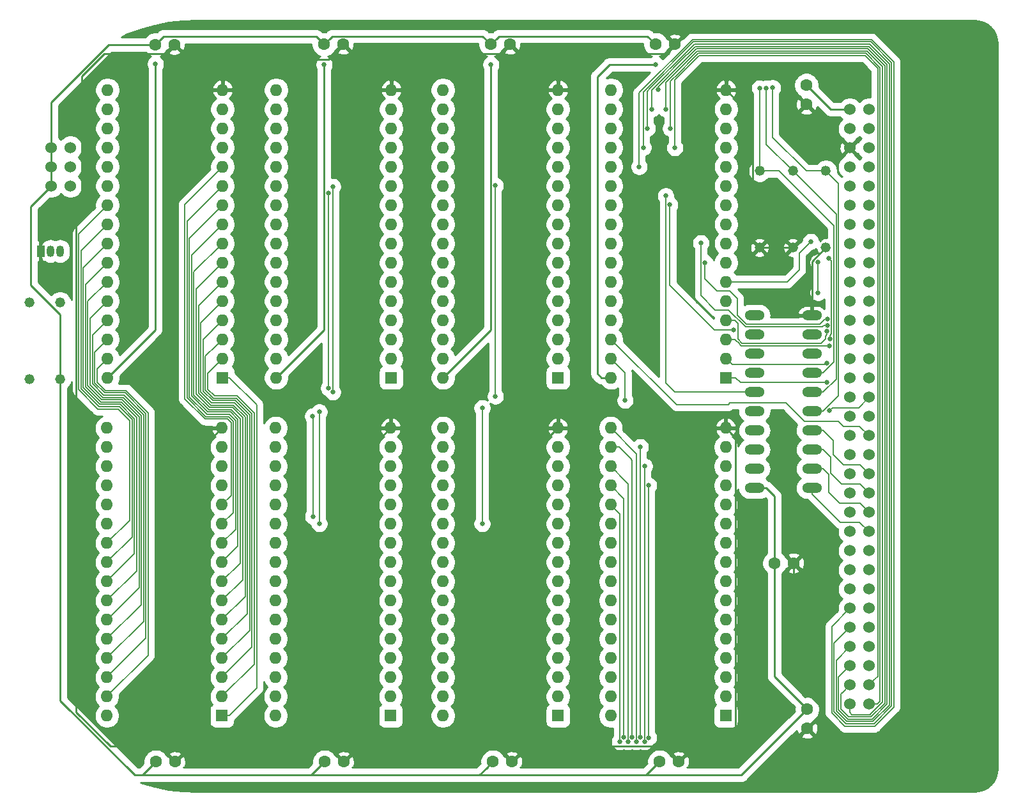
<source format=gbr>
G04 #@! TF.GenerationSoftware,KiCad,Pcbnew,(5.1.5-0-10_14)*
G04 #@! TF.CreationDate,2020-04-13T19:44:13+01:00*
G04 #@! TF.ProjectId,roscram01,726f7363-7261-46d3-9031-2e6b69636164,rev?*
G04 #@! TF.SameCoordinates,Original*
G04 #@! TF.FileFunction,Copper,L2,Bot*
G04 #@! TF.FilePolarity,Positive*
%FSLAX46Y46*%
G04 Gerber Fmt 4.6, Leading zero omitted, Abs format (unit mm)*
G04 Created by KiCad (PCBNEW (5.1.5-0-10_14)) date 2020-04-13 19:44:13*
%MOMM*%
%LPD*%
G04 APERTURE LIST*
%ADD10C,1.524000*%
%ADD11O,2.641600X1.320800*%
%ADD12O,1.600000X1.600000*%
%ADD13R,1.600000X1.600000*%
%ADD14C,1.600200*%
%ADD15C,1.320800*%
%ADD16R,1.050000X1.500000*%
%ADD17O,1.050000X1.500000*%
%ADD18C,0.635000*%
%ADD19C,0.254000*%
%ADD20C,0.152400*%
G04 APERTURE END LIST*
D10*
X90238000Y-54842000D03*
X87698000Y-54842000D03*
X90238000Y-52302000D03*
X87698000Y-52302000D03*
X90238000Y-49762000D03*
X87698000Y-49762000D03*
D11*
X188480700Y-94843600D03*
X188480700Y-92303600D03*
X188480700Y-89763600D03*
X188480700Y-87223600D03*
X188480700Y-84683600D03*
X188480700Y-82143600D03*
X188480700Y-79603600D03*
X188480700Y-77063600D03*
X188480700Y-74523600D03*
X188480700Y-71983600D03*
X180860700Y-71983600D03*
X180860700Y-74523600D03*
X180860700Y-77063600D03*
X180860700Y-79603600D03*
X180860700Y-82143600D03*
X180860700Y-84683600D03*
X180860700Y-87223600D03*
X180860700Y-89763600D03*
X180860700Y-92303600D03*
X180860700Y-94843600D03*
D12*
X161874200Y-80238600D03*
X177114200Y-42138600D03*
X161874200Y-77698600D03*
X177114200Y-44678600D03*
X161874200Y-75158600D03*
X177114200Y-47218600D03*
X161874200Y-72618600D03*
X177114200Y-49758600D03*
X161874200Y-70078600D03*
X177114200Y-52298600D03*
X161874200Y-67538600D03*
X177114200Y-54838600D03*
X161874200Y-64998600D03*
X177114200Y-57378600D03*
X161874200Y-62458600D03*
X177114200Y-59918600D03*
X161874200Y-59918600D03*
X177114200Y-62458600D03*
X161874200Y-57378600D03*
X177114200Y-64998600D03*
X161874200Y-54838600D03*
X177114200Y-67538600D03*
X161874200Y-52298600D03*
X177114200Y-70078600D03*
X161874200Y-49758600D03*
X177114200Y-72618600D03*
X161874200Y-47218600D03*
X177114200Y-75158600D03*
X161874200Y-44678600D03*
X177114200Y-77698600D03*
X161874200Y-42138600D03*
D13*
X177114200Y-80238600D03*
D14*
X187845700Y-126695200D03*
X187845700Y-124155200D03*
X187744100Y-44056300D03*
X187744100Y-41516300D03*
D12*
X95072200Y-125006100D03*
X110312200Y-86906100D03*
X95072200Y-122466100D03*
X110312200Y-89446100D03*
X95072200Y-119926100D03*
X110312200Y-91986100D03*
X95072200Y-117386100D03*
X110312200Y-94526100D03*
X95072200Y-114846100D03*
X110312200Y-97066100D03*
X95072200Y-112306100D03*
X110312200Y-99606100D03*
X95072200Y-109766100D03*
X110312200Y-102146100D03*
X95072200Y-107226100D03*
X110312200Y-104686100D03*
X95072200Y-104686100D03*
X110312200Y-107226100D03*
X95072200Y-102146100D03*
X110312200Y-109766100D03*
X95072200Y-99606100D03*
X110312200Y-112306100D03*
X95072200Y-97066100D03*
X110312200Y-114846100D03*
X95072200Y-94526100D03*
X110312200Y-117386100D03*
X95072200Y-91986100D03*
X110312200Y-119926100D03*
X95072200Y-89446100D03*
X110312200Y-122466100D03*
X95072200Y-86906100D03*
D13*
X110312200Y-125006100D03*
D14*
X168287700Y-131102100D03*
X170827700Y-131102100D03*
D12*
X95135700Y-80238600D03*
X110375700Y-42138600D03*
X95135700Y-77698600D03*
X110375700Y-44678600D03*
X95135700Y-75158600D03*
X110375700Y-47218600D03*
X95135700Y-72618600D03*
X110375700Y-49758600D03*
X95135700Y-70078600D03*
X110375700Y-52298600D03*
X95135700Y-67538600D03*
X110375700Y-54838600D03*
X95135700Y-64998600D03*
X110375700Y-57378600D03*
X95135700Y-62458600D03*
X110375700Y-59918600D03*
X95135700Y-59918600D03*
X110375700Y-62458600D03*
X95135700Y-57378600D03*
X110375700Y-64998600D03*
X95135700Y-54838600D03*
X110375700Y-67538600D03*
X95135700Y-52298600D03*
X110375700Y-70078600D03*
X95135700Y-49758600D03*
X110375700Y-72618600D03*
X95135700Y-47218600D03*
X110375700Y-75158600D03*
X95135700Y-44678600D03*
X110375700Y-77698600D03*
X95135700Y-42138600D03*
D13*
X110375700Y-80238600D03*
D12*
X117424200Y-125006100D03*
X132664200Y-86906100D03*
X117424200Y-122466100D03*
X132664200Y-89446100D03*
X117424200Y-119926100D03*
X132664200Y-91986100D03*
X117424200Y-117386100D03*
X132664200Y-94526100D03*
X117424200Y-114846100D03*
X132664200Y-97066100D03*
X117424200Y-112306100D03*
X132664200Y-99606100D03*
X117424200Y-109766100D03*
X132664200Y-102146100D03*
X117424200Y-107226100D03*
X132664200Y-104686100D03*
X117424200Y-104686100D03*
X132664200Y-107226100D03*
X117424200Y-102146100D03*
X132664200Y-109766100D03*
X117424200Y-99606100D03*
X132664200Y-112306100D03*
X117424200Y-97066100D03*
X132664200Y-114846100D03*
X117424200Y-94526100D03*
X132664200Y-117386100D03*
X117424200Y-91986100D03*
X132664200Y-119926100D03*
X117424200Y-89446100D03*
X132664200Y-122466100D03*
X117424200Y-86906100D03*
D13*
X132664200Y-125006100D03*
D12*
X117487700Y-80238600D03*
X132727700Y-42138600D03*
X117487700Y-77698600D03*
X132727700Y-44678600D03*
X117487700Y-75158600D03*
X132727700Y-47218600D03*
X117487700Y-72618600D03*
X132727700Y-49758600D03*
X117487700Y-70078600D03*
X132727700Y-52298600D03*
X117487700Y-67538600D03*
X132727700Y-54838600D03*
X117487700Y-64998600D03*
X132727700Y-57378600D03*
X117487700Y-62458600D03*
X132727700Y-59918600D03*
X117487700Y-59918600D03*
X132727700Y-62458600D03*
X117487700Y-57378600D03*
X132727700Y-64998600D03*
X117487700Y-54838600D03*
X132727700Y-67538600D03*
X117487700Y-52298600D03*
X132727700Y-70078600D03*
X117487700Y-49758600D03*
X132727700Y-72618600D03*
X117487700Y-47218600D03*
X132727700Y-75158600D03*
X117487700Y-44678600D03*
X132727700Y-77698600D03*
X117487700Y-42138600D03*
D13*
X132727700Y-80238600D03*
D12*
X139585700Y-125006100D03*
X154825700Y-86906100D03*
X139585700Y-122466100D03*
X154825700Y-89446100D03*
X139585700Y-119926100D03*
X154825700Y-91986100D03*
X139585700Y-117386100D03*
X154825700Y-94526100D03*
X139585700Y-114846100D03*
X154825700Y-97066100D03*
X139585700Y-112306100D03*
X154825700Y-99606100D03*
X139585700Y-109766100D03*
X154825700Y-102146100D03*
X139585700Y-107226100D03*
X154825700Y-104686100D03*
X139585700Y-104686100D03*
X154825700Y-107226100D03*
X139585700Y-102146100D03*
X154825700Y-109766100D03*
X139585700Y-99606100D03*
X154825700Y-112306100D03*
X139585700Y-97066100D03*
X154825700Y-114846100D03*
X139585700Y-94526100D03*
X154825700Y-117386100D03*
X139585700Y-91986100D03*
X154825700Y-119926100D03*
X139585700Y-89446100D03*
X154825700Y-122466100D03*
X139585700Y-86906100D03*
D13*
X154825700Y-125006100D03*
D12*
X139585700Y-80238600D03*
X154825700Y-42138600D03*
X139585700Y-77698600D03*
X154825700Y-44678600D03*
X139585700Y-75158600D03*
X154825700Y-47218600D03*
X139585700Y-72618600D03*
X154825700Y-49758600D03*
X139585700Y-70078600D03*
X154825700Y-52298600D03*
X139585700Y-67538600D03*
X154825700Y-54838600D03*
X139585700Y-64998600D03*
X154825700Y-57378600D03*
X139585700Y-62458600D03*
X154825700Y-59918600D03*
X139585700Y-59918600D03*
X154825700Y-62458600D03*
X139585700Y-57378600D03*
X154825700Y-64998600D03*
X139585700Y-54838600D03*
X154825700Y-67538600D03*
X139585700Y-52298600D03*
X154825700Y-70078600D03*
X139585700Y-49758600D03*
X154825700Y-72618600D03*
X139585700Y-47218600D03*
X154825700Y-75158600D03*
X139585700Y-44678600D03*
X154825700Y-77698600D03*
X139585700Y-42138600D03*
D13*
X154825700Y-80238600D03*
D12*
X161810700Y-125006100D03*
X177050700Y-86906100D03*
X161810700Y-122466100D03*
X177050700Y-89446100D03*
X161810700Y-119926100D03*
X177050700Y-91986100D03*
X161810700Y-117386100D03*
X177050700Y-94526100D03*
X161810700Y-114846100D03*
X177050700Y-97066100D03*
X161810700Y-112306100D03*
X177050700Y-99606100D03*
X161810700Y-109766100D03*
X177050700Y-102146100D03*
X161810700Y-107226100D03*
X177050700Y-104686100D03*
X161810700Y-104686100D03*
X177050700Y-107226100D03*
X161810700Y-102146100D03*
X177050700Y-109766100D03*
X161810700Y-99606100D03*
X177050700Y-112306100D03*
X161810700Y-97066100D03*
X177050700Y-114846100D03*
X161810700Y-94526100D03*
X177050700Y-117386100D03*
X161810700Y-91986100D03*
X177050700Y-119926100D03*
X161810700Y-89446100D03*
X177050700Y-122466100D03*
X161810700Y-86906100D03*
D13*
X177050700Y-125006100D03*
D15*
X190322200Y-52870100D03*
X190322200Y-63030100D03*
X185940700Y-52870100D03*
X185940700Y-63030100D03*
X181559200Y-52870100D03*
X181559200Y-63030100D03*
X84785200Y-70319900D03*
X84785200Y-80479900D03*
X88861900Y-70307200D03*
X88861900Y-80467200D03*
D16*
X86309200Y-63487300D03*
D17*
X88849200Y-63487300D03*
X87579200Y-63487300D03*
D10*
X196037200Y-123482100D03*
X193497200Y-123482100D03*
X196037200Y-120942100D03*
X193497200Y-120942100D03*
X193497200Y-44742100D03*
X196037200Y-44742100D03*
X193497200Y-47282100D03*
X196037200Y-47282100D03*
X193497200Y-49822100D03*
X196037200Y-49822100D03*
X193497200Y-52362100D03*
X196037200Y-52362100D03*
X193497200Y-54902100D03*
X196037200Y-54902100D03*
X193497200Y-57442100D03*
X196037200Y-57442100D03*
X193497200Y-59982100D03*
X196037200Y-59982100D03*
X193497200Y-62522100D03*
X196037200Y-62522100D03*
X193497200Y-65062100D03*
X196037200Y-65062100D03*
X193497200Y-67602100D03*
X196037200Y-67602100D03*
X193497200Y-70142100D03*
X196037200Y-70142100D03*
X193497200Y-72682100D03*
X196037200Y-72682100D03*
X193497200Y-75222100D03*
X196037200Y-75222100D03*
X193497200Y-77762100D03*
X196037200Y-77762100D03*
X193497200Y-80302100D03*
X196037200Y-80302100D03*
X193497200Y-82842100D03*
X196037200Y-82842100D03*
X193497200Y-85382100D03*
X196037200Y-85382100D03*
X193497200Y-87922100D03*
X196037200Y-87922100D03*
X193497200Y-90462100D03*
X196037200Y-90462100D03*
X193497200Y-93002100D03*
X196037200Y-93002100D03*
X193497200Y-95542100D03*
X196037200Y-95542100D03*
X193497200Y-98082100D03*
X196037200Y-98082100D03*
X193497200Y-100622100D03*
X196037200Y-100622100D03*
X193497200Y-103162100D03*
X196037200Y-103162100D03*
X193497200Y-105702100D03*
X196037200Y-105702100D03*
X193497200Y-108242100D03*
X196037200Y-108242100D03*
X193497200Y-110782100D03*
X196037200Y-110782100D03*
X193497200Y-113322100D03*
X196037200Y-113322100D03*
X193497200Y-115862100D03*
X196037200Y-115862100D03*
X193497200Y-118402100D03*
X196037200Y-118402100D03*
D14*
X183527700Y-104813100D03*
X186067700Y-104813100D03*
X101549200Y-131102100D03*
X104089200Y-131102100D03*
X101485700Y-36131500D03*
X104025700Y-36131500D03*
X123901200Y-131102100D03*
X126441200Y-131102100D03*
X123837700Y-36106100D03*
X126377700Y-36106100D03*
X146189700Y-131102100D03*
X148729700Y-131102100D03*
X145935700Y-36106100D03*
X148475700Y-36106100D03*
X167779700Y-36106100D03*
X170319700Y-36106100D03*
D18*
X123837700Y-38773100D03*
X101485700Y-38709600D03*
X167779700Y-38773100D03*
X145935700Y-38773100D03*
X183273700Y-41859200D03*
X182397400Y-41897300D03*
X181559200Y-41897300D03*
X169113200Y-56159400D03*
X144780000Y-99606100D03*
X144780000Y-84239199D03*
X146532600Y-54825900D03*
X146545300Y-82713171D03*
X123190000Y-99593400D03*
X123190000Y-84785299D03*
X124993400Y-54940200D03*
X124990982Y-82167071D03*
X122351800Y-98640801D03*
X122339100Y-85331399D03*
X124434600Y-55803899D03*
X124447300Y-81597500D03*
X169151300Y-44691300D03*
X169748200Y-47231300D03*
X168080143Y-42112958D03*
X170307000Y-49796700D03*
X188328300Y-62230000D03*
X189306200Y-64973200D03*
X189306200Y-68973700D03*
X174320200Y-64998600D03*
X190513897Y-72520809D03*
X169659300Y-57365900D03*
X178054000Y-73888600D03*
X173774100Y-62395100D03*
X190513897Y-73308212D03*
X190461900Y-74104500D03*
X190742498Y-64453698D03*
X190842880Y-75120500D03*
X190817500Y-76034900D03*
X163728400Y-83259271D03*
X190790902Y-84618902D03*
X190451596Y-78333600D03*
X190482148Y-80843048D03*
X163017200Y-128447800D03*
X163573977Y-127891023D03*
X164120077Y-128473200D03*
X164666177Y-127852779D03*
X165212277Y-128473200D03*
X165747700Y-89408000D03*
X165758377Y-127895564D03*
X166293800Y-91973400D03*
X166304477Y-128473200D03*
X166839900Y-94500700D03*
X166850577Y-127898482D03*
X165582600Y-52298600D03*
X166128700Y-49758600D03*
X166674801Y-47231300D03*
X167220901Y-44691300D03*
D19*
X101093212Y-132880100D02*
X100977700Y-132880100D01*
X123699212Y-132880100D02*
X123583700Y-132880100D01*
X146305212Y-132880100D02*
X145681700Y-132880100D01*
X150138188Y-132880100D02*
X150380700Y-132880100D01*
X145681700Y-132880100D02*
X150380700Y-132880100D01*
X127532188Y-132880100D02*
X128282700Y-132880100D01*
X123583700Y-132880100D02*
X128282700Y-132880100D01*
X104926188Y-132880100D02*
X105549700Y-132880100D01*
X100977700Y-132880100D02*
X105549700Y-132880100D01*
X101549200Y-131102100D02*
X99771200Y-132880100D01*
X99771200Y-132880100D02*
X99390200Y-132880100D01*
X99390200Y-132880100D02*
X100977700Y-132880100D01*
X123101101Y-131902199D02*
X122123200Y-132880100D01*
X122123200Y-132880100D02*
X123583700Y-132880100D01*
X123901200Y-131102100D02*
X123101101Y-131902199D01*
X105549700Y-132880100D02*
X122123200Y-132880100D01*
X145389601Y-131902199D02*
X144411700Y-132880100D01*
X146189700Y-131102100D02*
X145389601Y-131902199D01*
X144411700Y-132880100D02*
X145681700Y-132880100D01*
X128282700Y-132880100D02*
X144411700Y-132880100D01*
X166509700Y-132880100D02*
X168287700Y-131102100D01*
X150380700Y-132880100D02*
X166509700Y-132880100D01*
X123837700Y-73888600D02*
X117487700Y-80238600D01*
X123837700Y-38773100D02*
X123837700Y-73888600D01*
X145935700Y-73888600D02*
X139585700Y-80238600D01*
X145935700Y-38773100D02*
X145935700Y-73888600D01*
X101485700Y-73888600D02*
X95135700Y-80238600D01*
X101485700Y-38709600D02*
X101485700Y-73888600D01*
X98751950Y-132880100D02*
X99390200Y-132880100D01*
X88861900Y-122990050D02*
X98751950Y-132880100D01*
X88861900Y-80467200D02*
X88861900Y-122990050D01*
X182435500Y-94843600D02*
X180860700Y-94843600D01*
X183527700Y-95935800D02*
X182435500Y-94843600D01*
X183527700Y-104813100D02*
X183527700Y-95935800D01*
X161874200Y-80238600D02*
X160591500Y-80238600D01*
X160591500Y-80238600D02*
X160045400Y-79692500D01*
X160045400Y-79692500D02*
X160045400Y-40386000D01*
X161658300Y-38773100D02*
X167779700Y-38773100D01*
X160045400Y-40386000D02*
X161658300Y-38773100D01*
X190969900Y-44742100D02*
X193497200Y-44742100D01*
X187744100Y-41516300D02*
X190969900Y-44742100D01*
X179120800Y-132880100D02*
X187845700Y-124155200D01*
X166509700Y-132880100D02*
X179120800Y-132880100D01*
X183527700Y-119837200D02*
X187845700Y-124155200D01*
X183527700Y-104813100D02*
X183527700Y-119837200D01*
X146735799Y-35306001D02*
X145935700Y-36106100D01*
X147015201Y-35026599D02*
X146735799Y-35306001D01*
X166700199Y-35026599D02*
X147015201Y-35026599D01*
X167779700Y-36106100D02*
X166700199Y-35026599D01*
X124637799Y-35306001D02*
X123837700Y-36106100D01*
X124917201Y-35026599D02*
X124637799Y-35306001D01*
X144856199Y-35026599D02*
X124917201Y-35026599D01*
X145935700Y-36106100D02*
X144856199Y-35026599D01*
X102565201Y-35051999D02*
X102285799Y-35331401D01*
X102285799Y-35331401D02*
X101485700Y-36131500D01*
X122783599Y-35051999D02*
X102565201Y-35051999D01*
X123837700Y-36106100D02*
X122783599Y-35051999D01*
X88861900Y-71861900D02*
X85000000Y-68000000D01*
X88861900Y-80467200D02*
X88861900Y-71861900D01*
X85000000Y-57540000D02*
X87698000Y-54842000D01*
X85000000Y-68000000D02*
X85000000Y-57540000D01*
X87698000Y-53764370D02*
X87698000Y-52302000D01*
X87698000Y-54842000D02*
X87698000Y-53764370D01*
X87698000Y-49762000D02*
X87698000Y-52302000D01*
X87698000Y-43756450D02*
X87698000Y-43874000D01*
X95322950Y-36131500D02*
X87698000Y-43756450D01*
X87698000Y-43874000D02*
X87698000Y-49762000D01*
X101485700Y-36131500D02*
X95322950Y-36131500D01*
X105180188Y-129070100D02*
X105422700Y-129070100D01*
X127786188Y-129070100D02*
X129806700Y-129070100D01*
X150392188Y-129070100D02*
X150634700Y-129070100D01*
X146126200Y-129145088D02*
X146126200Y-129070100D01*
X146126200Y-129070100D02*
X129806700Y-129070100D01*
X123445212Y-129070100D02*
X123329700Y-129070100D01*
X100839212Y-129070100D02*
X100596700Y-129070100D01*
X105422700Y-129070100D02*
X100596700Y-129070100D01*
X106121200Y-129070100D02*
X105422700Y-129070100D01*
X123329700Y-129070100D02*
X106121200Y-129070100D01*
X128473200Y-129070100D02*
X123329700Y-129070100D01*
X129806700Y-129070100D02*
X128473200Y-129070100D01*
X150761700Y-129070100D02*
X151015700Y-129070100D01*
X150634700Y-129070100D02*
X151015700Y-129070100D01*
X168795700Y-129070100D02*
X170827700Y-131102100D01*
X151015700Y-129070100D02*
X168795700Y-129070100D01*
X106121200Y-91097100D02*
X106121200Y-129070100D01*
X110312200Y-86906100D02*
X106121200Y-91097100D01*
X128473200Y-91097100D02*
X128473200Y-129070100D01*
X132664200Y-86906100D02*
X128473200Y-91097100D01*
X182493146Y-63030100D02*
X185940700Y-63030100D01*
X181559200Y-63030100D02*
X182493146Y-63030100D01*
X188480700Y-64871600D02*
X190322200Y-63030100D01*
X188480700Y-71983600D02*
X188480700Y-64871600D01*
X95516700Y-129070100D02*
X100596700Y-129070100D01*
X90957317Y-124510717D02*
X95516700Y-129070100D01*
X90944700Y-57847800D02*
X90944700Y-57251600D01*
X86309200Y-62483300D02*
X90944700Y-57847800D01*
X86309200Y-63487300D02*
X86309200Y-62483300D01*
X90944700Y-57251600D02*
X90957317Y-124510717D01*
X104089200Y-131102100D02*
X106121200Y-129070100D01*
X127241299Y-130302001D02*
X128473200Y-129070100D01*
X126441200Y-131102100D02*
X127241299Y-130302001D01*
X148780500Y-129070100D02*
X146126200Y-129070100D01*
X150634700Y-129070100D02*
X148780500Y-129070100D01*
X148729700Y-131102100D02*
X150761700Y-129070100D01*
X150761700Y-90970100D02*
X154825700Y-86906100D01*
X150761700Y-129070100D02*
X150761700Y-90970100D01*
X177850699Y-87706099D02*
X177863399Y-87706099D01*
X177050700Y-86906100D02*
X177850699Y-87706099D01*
X178130101Y-87972801D02*
X178142801Y-87972801D01*
X177863399Y-87706099D02*
X178130101Y-87972801D01*
X178384200Y-88214200D02*
X178384200Y-127203200D01*
X178142801Y-87972801D02*
X178384200Y-88214200D01*
X178384200Y-127203200D02*
X176872900Y-128714500D01*
X173215300Y-128714500D02*
X170827700Y-131102100D01*
X176872900Y-128714500D02*
X173215300Y-128714500D01*
X187744100Y-44069000D02*
X187744100Y-44056300D01*
X193497200Y-49822100D02*
X187744100Y-44069000D01*
X186067700Y-104813100D02*
X186067700Y-120142000D01*
X186067700Y-120142000D02*
X189776100Y-123850400D01*
X189776100Y-124764800D02*
X187845700Y-126695200D01*
X189776100Y-123850400D02*
X189776100Y-124764800D01*
X132727700Y-38633400D02*
X131457700Y-37363400D01*
X132727700Y-42138600D02*
X132727700Y-38633400D01*
X181559200Y-63030100D02*
X180619399Y-62090299D01*
X180619399Y-45643799D02*
X177114200Y-42138600D01*
X180619399Y-62090299D02*
X180619399Y-45643799D01*
X102793800Y-37363400D02*
X104025700Y-36131500D01*
X94665800Y-37363400D02*
X102793800Y-37363400D01*
X110375700Y-42138600D02*
X110375700Y-38138100D01*
X110439200Y-38074600D02*
X124409200Y-38074600D01*
X104825799Y-36931599D02*
X104838499Y-36931599D01*
X109728000Y-37363400D02*
X110439200Y-38074600D01*
X124409200Y-38074600D02*
X126377700Y-36106100D01*
X105270300Y-37363400D02*
X109728000Y-37363400D01*
X104838499Y-36931599D02*
X105270300Y-37363400D01*
X104025700Y-36131500D02*
X104825799Y-36931599D01*
X127635000Y-37363400D02*
X126377700Y-36106100D01*
X131457700Y-37363400D02*
X127635000Y-37363400D01*
X153847800Y-37363400D02*
X149733000Y-37363400D01*
X149733000Y-37363400D02*
X148475700Y-36106100D01*
X154825700Y-42138600D02*
X154825700Y-38341300D01*
X147218400Y-37363400D02*
X131457700Y-37363400D01*
X148475700Y-36106100D02*
X147218400Y-37363400D01*
X169062400Y-37363400D02*
X153924000Y-37363400D01*
X170319700Y-36106100D02*
X169062400Y-37363400D01*
X153924000Y-37363400D02*
X153847800Y-37363400D01*
X154825700Y-38341300D02*
X153924000Y-37363400D01*
X94665800Y-37363400D02*
X91694000Y-40335200D01*
X91694000Y-56502300D02*
X90944700Y-57251600D01*
X91694000Y-40335200D02*
X91694000Y-56502300D01*
D20*
X189953900Y-87223600D02*
X191312800Y-88582500D01*
X188480700Y-87223600D02*
X189953900Y-87223600D01*
X191312800Y-88582500D02*
X191312800Y-90411300D01*
X191312800Y-90411300D02*
X192684400Y-91782900D01*
X194818000Y-91782900D02*
X196037200Y-93002100D01*
X192684400Y-91782900D02*
X194818000Y-91782900D01*
X189953900Y-89763600D02*
X190982610Y-90792310D01*
X188480700Y-89763600D02*
X189953900Y-89763600D01*
X190982610Y-90792310D02*
X190982610Y-92925910D01*
X190982610Y-92925910D02*
X192392300Y-94335600D01*
X194830700Y-94335600D02*
X196037200Y-95542100D01*
X192392300Y-94335600D02*
X194830700Y-94335600D01*
X189953900Y-92303600D02*
X190677800Y-93027500D01*
X188480700Y-92303600D02*
X189953900Y-92303600D01*
X190677800Y-93027500D02*
X190677800Y-95389700D01*
X190677800Y-95389700D02*
X192176400Y-96888300D01*
X194843400Y-96888300D02*
X196037200Y-98082100D01*
X192176400Y-96888300D02*
X194843400Y-96888300D01*
X188480700Y-95656400D02*
X192201800Y-99377500D01*
X188480700Y-94843600D02*
X188480700Y-95656400D01*
X194792600Y-99377500D02*
X196037200Y-100622100D01*
X192201800Y-99377500D02*
X194792600Y-99377500D01*
X190322200Y-52870100D02*
X191998600Y-54546500D01*
X189953900Y-84683600D02*
X188480700Y-84683600D01*
X191998600Y-82638900D02*
X189953900Y-84683600D01*
X191998600Y-54546500D02*
X191998600Y-82638900D01*
X190322200Y-52870100D02*
X187706000Y-52870100D01*
X183273700Y-48437800D02*
X183273700Y-41859200D01*
X187706000Y-52870100D02*
X183273700Y-48437800D01*
X191693790Y-80403710D02*
X189953900Y-82143600D01*
X191693790Y-58623190D02*
X191693790Y-80403710D01*
X189953900Y-82143600D02*
X188480700Y-82143600D01*
X185940700Y-52870100D02*
X191693790Y-58623190D01*
X182397400Y-49326800D02*
X185940700Y-52870100D01*
X182397400Y-41897300D02*
X182397400Y-49326800D01*
X181559200Y-52870100D02*
X184124600Y-52870100D01*
X184124600Y-52870100D02*
X191388980Y-60134480D01*
X191388980Y-78168520D02*
X189953900Y-79603600D01*
X189953900Y-79603600D02*
X188480700Y-79603600D01*
X191388980Y-60134480D02*
X191388980Y-78168520D01*
X181559200Y-52870100D02*
X181559200Y-41897300D01*
X179387500Y-82143600D02*
X180860700Y-82143600D01*
X170345100Y-82143600D02*
X180860700Y-82143600D01*
X169113200Y-80911700D02*
X170345100Y-82143600D01*
X169113200Y-56159400D02*
X169113200Y-80911700D01*
X144780000Y-99606100D02*
X144780000Y-84239199D01*
X146532600Y-82700471D02*
X146545300Y-82713171D01*
X146532600Y-54825900D02*
X146532600Y-82700471D01*
X123190000Y-99593400D02*
X123190000Y-84785299D01*
X124993400Y-82164653D02*
X124990982Y-82167071D01*
X124993400Y-54940200D02*
X124993400Y-82164653D01*
X122351800Y-85344099D02*
X122339100Y-85331399D01*
X122351800Y-98640801D02*
X122351800Y-85344099D01*
X124434600Y-81584800D02*
X124447300Y-81597500D01*
X124434600Y-55803899D02*
X124434600Y-81584800D01*
X193497200Y-124559730D02*
X193791170Y-124853700D01*
X193497200Y-123482100D02*
X193497200Y-124559730D01*
X196174296Y-124853700D02*
X196186996Y-124841000D01*
X193791170Y-124853700D02*
X196174296Y-124853700D01*
X196186996Y-124841000D02*
X197815220Y-123212776D01*
X197815220Y-123212776D02*
X197815220Y-120038912D01*
X197815220Y-120038912D02*
X197815220Y-97497900D01*
X197815220Y-97497900D02*
X197815220Y-39954180D01*
X197815220Y-39954180D02*
X197815220Y-39053990D01*
X197815220Y-39053990D02*
X195756359Y-36995129D01*
X195756359Y-36995129D02*
X178458912Y-36995129D01*
X173287801Y-36995129D02*
X172478727Y-37804203D01*
X178458912Y-36995129D02*
X173287801Y-36995129D01*
X169151300Y-41131630D02*
X169151300Y-44691300D01*
X172478727Y-37804203D02*
X169151300Y-41131630D01*
X197510410Y-93218000D02*
X197510410Y-39979600D01*
X197114830Y-123482100D02*
X197510410Y-123086520D01*
X197510410Y-123086520D02*
X197510410Y-119912656D01*
X196037200Y-123482100D02*
X197114830Y-123482100D01*
X197510410Y-119912656D02*
X197510410Y-93218000D01*
X197510410Y-39979600D02*
X197510409Y-39180243D01*
X197510409Y-39180243D02*
X195630105Y-37299939D01*
X195630105Y-37299939D02*
X189115700Y-37299939D01*
X173414057Y-37299939D02*
X172783536Y-37930460D01*
X189115700Y-37299939D02*
X173414057Y-37299939D01*
X172783536Y-37930460D02*
X170774698Y-39939298D01*
X170774698Y-39939298D02*
X169733298Y-40980698D01*
X169748200Y-40995600D02*
X169748200Y-47231300D01*
X169733298Y-40980698D02*
X169748200Y-40995600D01*
X192316100Y-124104400D02*
X192316100Y-122123200D01*
X192316100Y-122123200D02*
X192532000Y-121907300D01*
X193370210Y-125158510D02*
X192316100Y-124104400D01*
X192532000Y-121907300D02*
X193497200Y-120942100D01*
X198120030Y-123339032D02*
X196300553Y-125158509D01*
X195973700Y-125158510D02*
X193370210Y-125158510D01*
X198120030Y-40093900D02*
X198120030Y-123339032D01*
X198120029Y-38927731D02*
X198120030Y-40093900D01*
X196300553Y-125158509D02*
X195973700Y-125158510D01*
X195882617Y-36690319D02*
X198120029Y-38927731D01*
X195882617Y-36690319D02*
X178332656Y-36690319D01*
X173161545Y-36690319D02*
X172173918Y-37677946D01*
X178332656Y-36690319D02*
X173161545Y-36690319D01*
X168080143Y-41771721D02*
X168080143Y-42112958D01*
X172173918Y-37677946D02*
X168080143Y-41771721D01*
X197205600Y-119786400D02*
X197205600Y-39306500D01*
X196799199Y-120180101D02*
X196811899Y-120180101D01*
X196811899Y-120180101D02*
X197205600Y-119786400D01*
X196037200Y-120942100D02*
X196799199Y-120180101D01*
X197205600Y-39306500D02*
X196348350Y-38449250D01*
X196348350Y-38449250D02*
X195503849Y-37604749D01*
X195503849Y-37604749D02*
X192341500Y-37604749D01*
X192341500Y-37604749D02*
X189241956Y-37604749D01*
X173540313Y-37604749D02*
X173088345Y-38056717D01*
X189241956Y-37604749D02*
X173540313Y-37604749D01*
X170307000Y-40838062D02*
X170307000Y-49796700D01*
X173088345Y-38056717D02*
X170307000Y-40838062D01*
X105371900Y-57302400D02*
X110375700Y-52298600D01*
X108059004Y-85712364D02*
X105371900Y-83025260D01*
X111074265Y-85712365D02*
X108059004Y-85712364D01*
X105371900Y-83025260D02*
X105371900Y-57302400D01*
X111518700Y-95859600D02*
X111518700Y-86156800D01*
X111518700Y-86156800D02*
X111074265Y-85712365D01*
X110312200Y-97066100D02*
X111518700Y-95859600D01*
X105676710Y-82899004D02*
X105676710Y-59537590D01*
X108185261Y-85407555D02*
X105676710Y-82899004D01*
X111200522Y-85407556D02*
X108185261Y-85407555D01*
X111823509Y-86030543D02*
X111200522Y-85407556D01*
X105676710Y-59537590D02*
X110375700Y-54838600D01*
X111823510Y-98094790D02*
X111823509Y-86030543D01*
X110312200Y-99606100D02*
X111823510Y-98094790D01*
X105981520Y-61772780D02*
X110375700Y-57378600D01*
X105981520Y-82772748D02*
X105981520Y-61772780D01*
X108311518Y-85102746D02*
X105981520Y-82772748D01*
X112128318Y-100329982D02*
X112128318Y-85904288D01*
X111326777Y-85102747D02*
X108311518Y-85102746D01*
X112128318Y-85904288D02*
X111326777Y-85102747D01*
X110312200Y-102146100D02*
X112128318Y-100329982D01*
X106286330Y-82646492D02*
X106286330Y-64007970D01*
X106286330Y-64007970D02*
X109575701Y-60718599D01*
X112433128Y-85778032D02*
X111453034Y-84797938D01*
X112433128Y-102565172D02*
X112433128Y-85778032D01*
X108437775Y-84797937D02*
X106286330Y-82646492D01*
X109575701Y-60718599D02*
X110375700Y-59918600D01*
X111453034Y-84797938D02*
X108437775Y-84797937D01*
X110312200Y-104686100D02*
X112433128Y-102565172D01*
X112737938Y-85651776D02*
X112737938Y-104800362D01*
X112737938Y-104800362D02*
X110312200Y-107226100D01*
X112737938Y-85651776D02*
X112737937Y-85651775D01*
X108564032Y-84493128D02*
X106591140Y-82520236D01*
X106591140Y-66243160D02*
X110375700Y-62458600D01*
X106591140Y-82520236D02*
X106591140Y-66243160D01*
X111579291Y-84493129D02*
X108564032Y-84493128D01*
X112737938Y-85651776D02*
X111579291Y-84493129D01*
X113068100Y-107010200D02*
X113068100Y-85550871D01*
X110312200Y-109766100D02*
X113068100Y-107010200D01*
X113068100Y-85550871D02*
X111705549Y-84188320D01*
X109575701Y-65798599D02*
X110375700Y-64998600D01*
X106895950Y-68478350D02*
X109575701Y-65798599D01*
X106895950Y-82393980D02*
X106895950Y-68478350D01*
X108690289Y-84188319D02*
X106895950Y-82393980D01*
X111705549Y-84188320D02*
X108690289Y-84188319D01*
X107200760Y-70713540D02*
X110375700Y-67538600D01*
X107200761Y-82267725D02*
X107200760Y-81572100D01*
X108816546Y-83883510D02*
X107200761Y-82267725D01*
X107200760Y-81572100D02*
X107200760Y-70713540D01*
X113372910Y-109245390D02*
X113372910Y-85424615D01*
X111831677Y-83883510D02*
X108816546Y-83883510D01*
X113372910Y-85424615D02*
X111831742Y-83883447D01*
X111831742Y-83883447D02*
X111831677Y-83883510D01*
X110312200Y-112306100D02*
X113372910Y-109245390D01*
X177114200Y-67538600D02*
X185242200Y-67538600D01*
X186829701Y-65951099D02*
X186829701Y-64058799D01*
X185242200Y-67538600D02*
X186829701Y-65951099D01*
X186829701Y-63728599D02*
X188328300Y-62230000D01*
X186829701Y-64058799D02*
X186829701Y-63728599D01*
X113677720Y-111480580D02*
X110312200Y-114846100D01*
X113677720Y-85298359D02*
X113677720Y-111480580D01*
X111957998Y-83578637D02*
X113677720Y-85298359D01*
X111705484Y-83578637D02*
X111957998Y-83578637D01*
X111705421Y-83578700D02*
X111705484Y-83578637D01*
X109842300Y-83578700D02*
X111705421Y-83578700D01*
X109842238Y-83578637D02*
X109842300Y-83578700D01*
X108942740Y-83578638D02*
X109842238Y-83578637D01*
X110375700Y-70078600D02*
X107505570Y-72948730D01*
X107505570Y-82141468D02*
X108942740Y-83578638D01*
X107505570Y-72948730D02*
X107505570Y-82141468D01*
X99326660Y-108051640D02*
X95872199Y-111506101D01*
X94376675Y-83172337D02*
X97094473Y-83172337D01*
X92532162Y-70142138D02*
X92532163Y-81327825D01*
X92532163Y-81327825D02*
X94376675Y-83172337D01*
X95872199Y-111506101D02*
X95072200Y-112306100D01*
X97094473Y-83172337D02*
X99326660Y-85404524D01*
X99326660Y-85404524D02*
X99326660Y-108051640D01*
X95135700Y-67538600D02*
X92532162Y-70142138D01*
X189306200Y-64973200D02*
X189306200Y-68973700D01*
X96968217Y-83477147D02*
X99021850Y-85530780D01*
X99021850Y-105816450D02*
X95072200Y-109766100D01*
X92227354Y-81454082D02*
X94250419Y-83477147D01*
X92227353Y-70015883D02*
X92227354Y-81454082D01*
X94250419Y-83477147D02*
X96968217Y-83477147D01*
X99021850Y-85530780D02*
X99021850Y-105816450D01*
X92227354Y-67906946D02*
X92227353Y-70015883D01*
X95135700Y-64998600D02*
X92227354Y-67906946D01*
X174320200Y-64998600D02*
X174320200Y-67183000D01*
X174320200Y-67183000D02*
X175895000Y-68757800D01*
X175895000Y-68757800D02*
X177571400Y-68757800D01*
X178612800Y-71996300D02*
X179806590Y-73190090D01*
X178612800Y-69799200D02*
X178612800Y-71996300D01*
X177571400Y-68757800D02*
X178612800Y-69799200D01*
X179806590Y-73190090D02*
X188125110Y-73190090D01*
X188125110Y-73190090D02*
X189547500Y-73190090D01*
X190216781Y-72520809D02*
X190513897Y-72520809D01*
X189547500Y-73190090D02*
X190216781Y-72520809D01*
X98107420Y-99110880D02*
X95072200Y-102146100D01*
X96589449Y-84391577D02*
X98107420Y-85909548D01*
X98107420Y-85909548D02*
X98107420Y-99110880D01*
X95135700Y-57378600D02*
X91312927Y-61201373D01*
X93871651Y-84391577D02*
X96589449Y-84391577D01*
X91312927Y-81832853D02*
X93871651Y-84391577D01*
X91312927Y-61201373D02*
X91312927Y-81832853D01*
X169659300Y-57814912D02*
X169659300Y-57365900D01*
X169659300Y-67970400D02*
X169659300Y-57814912D01*
X175577500Y-73888600D02*
X169659300Y-67970400D01*
X178054000Y-73888600D02*
X175577500Y-73888600D01*
X98717040Y-85657036D02*
X98717040Y-103581260D01*
X98717040Y-103581260D02*
X95072200Y-107226100D01*
X96841961Y-83781957D02*
X98717040Y-85657036D01*
X95135700Y-62458600D02*
X91922544Y-65671756D01*
X91922545Y-81580339D02*
X94124163Y-83781957D01*
X91922544Y-65671756D02*
X91922545Y-81580339D01*
X94124163Y-83781957D02*
X96841961Y-83781957D01*
X190513897Y-73308212D02*
X190370375Y-73164690D01*
X173774100Y-69367400D02*
X173774100Y-62395100D01*
X175666400Y-71259700D02*
X173774100Y-69367400D01*
X177444400Y-71259700D02*
X175666400Y-71259700D01*
X179679600Y-73494900D02*
X177444400Y-71259700D01*
X190513897Y-73308212D02*
X190064885Y-73308212D01*
X189878197Y-73494900D02*
X179679600Y-73494900D01*
X190064885Y-73308212D02*
X189878197Y-73494900D01*
X109575701Y-73418599D02*
X110375700Y-72618600D01*
X107810380Y-75183920D02*
X109575701Y-73418599D01*
X107810380Y-82015212D02*
X107810380Y-75183920D01*
X109068997Y-83273829D02*
X107810380Y-82015212D01*
X112084255Y-83273828D02*
X109068997Y-83273829D01*
X113982530Y-85172103D02*
X112084255Y-83273828D01*
X113982530Y-113715770D02*
X113982530Y-85172103D01*
X110312200Y-117386100D02*
X113982530Y-113715770D01*
X178245570Y-72618600D02*
X177114200Y-72618600D01*
X178663600Y-73036630D02*
X178245570Y-72618600D01*
X178663600Y-75145564D02*
X178663600Y-73036630D01*
X179235436Y-75717400D02*
X178663600Y-75145564D01*
X189661800Y-75717400D02*
X179235436Y-75717400D01*
X190246000Y-75133200D02*
X189661800Y-75717400D01*
X190246000Y-74769412D02*
X190246000Y-75133200D01*
X190461900Y-74553512D02*
X190246000Y-74769412D01*
X190461900Y-74104500D02*
X190461900Y-74553512D01*
X97220731Y-82867529D02*
X94502930Y-82867528D01*
X99631470Y-85278268D02*
X97220731Y-82867529D01*
X92836972Y-72377328D02*
X95135700Y-70078600D01*
X94502930Y-82867528D02*
X92836972Y-81201568D01*
X99631470Y-110286830D02*
X99631470Y-85278268D01*
X92836972Y-81201568D02*
X92836972Y-72377328D01*
X95072200Y-114846100D02*
X99631470Y-110286830D01*
X190842880Y-74671488D02*
X190842880Y-75120500D01*
X191059997Y-64771197D02*
X191059997Y-74454371D01*
X191059997Y-74454371D02*
X190842880Y-74671488D01*
X190742498Y-64453698D02*
X191059997Y-64771197D01*
X109195253Y-82969019D02*
X108115190Y-81888956D01*
X109575701Y-75958599D02*
X110375700Y-75158600D01*
X112210512Y-82969019D02*
X109195253Y-82969019D01*
X114287340Y-115950960D02*
X114287340Y-85045847D01*
X108115190Y-77419110D02*
X109575701Y-75958599D01*
X108115190Y-81888956D02*
X108115190Y-77419110D01*
X114287340Y-85045847D02*
X112210512Y-82969019D01*
X110312200Y-119926100D02*
X114287340Y-115950960D01*
X177114200Y-75158600D02*
X178245570Y-75158600D01*
X178245570Y-75158600D02*
X178905970Y-75819000D01*
X178905970Y-75819000D02*
X178905970Y-75820070D01*
X178905970Y-75819000D02*
X178905970Y-75832770D01*
X178905970Y-75832770D02*
X179108100Y-76034900D01*
X179108100Y-76034900D02*
X190817500Y-76034900D01*
X95135700Y-77698600D02*
X93751400Y-79082900D01*
X93751400Y-79082900D02*
X93751400Y-80822800D01*
X93751400Y-80822800D02*
X94881700Y-81953100D01*
X94881700Y-81953100D02*
X97599500Y-81953100D01*
X97599500Y-81953100D02*
X100545900Y-84899500D01*
X100545900Y-116992400D02*
X95072200Y-122466100D01*
X100545900Y-84899500D02*
X100545900Y-116992400D01*
X163728400Y-79552800D02*
X163728400Y-83259271D01*
X161874200Y-77698600D02*
X163728400Y-79552800D01*
X190790902Y-84618902D02*
X191196104Y-84213700D01*
X194665600Y-84213700D02*
X196037200Y-82842100D01*
X191196104Y-84213700D02*
X194665600Y-84213700D01*
X108420000Y-79654300D02*
X110375700Y-77698600D01*
X108420000Y-81762700D02*
X108420000Y-79654300D01*
X112336769Y-82664210D02*
X109321510Y-82664210D01*
X109321510Y-82664210D02*
X108420000Y-81762700D01*
X110312200Y-122466100D02*
X114592150Y-118186150D01*
X114592150Y-84919591D02*
X112336769Y-82664210D01*
X114592150Y-118186150D02*
X114592150Y-84919591D01*
X190286597Y-78498599D02*
X190451596Y-78333600D01*
X177914199Y-78498599D02*
X190286597Y-78498599D01*
X177114200Y-77698600D02*
X177914199Y-78498599D01*
X100241090Y-85025756D02*
X100241090Y-114757210D01*
X93446590Y-76847710D02*
X93446591Y-80949057D01*
X97473244Y-82257910D02*
X100241090Y-85025756D01*
X100241090Y-114757210D02*
X95072200Y-119926100D01*
X95135700Y-75158600D02*
X93446590Y-76847710D01*
X94755444Y-82257910D02*
X93446591Y-80949057D01*
X97473244Y-82257910D02*
X94755444Y-82257910D01*
X170520971Y-83805371D02*
X177380900Y-83805371D01*
X161874200Y-75158600D02*
X170520971Y-83805371D01*
X177380900Y-83805371D02*
X177607571Y-83578700D01*
X177607571Y-83578700D02*
X185026300Y-83578700D01*
X185026300Y-83578700D02*
X187502800Y-86055200D01*
X187502800Y-86055200D02*
X191985900Y-86055200D01*
X191985900Y-86055200D02*
X192620900Y-86690200D01*
X194805300Y-86690200D02*
X196037200Y-87922100D01*
X192620900Y-86690200D02*
X194805300Y-86690200D01*
X111264600Y-125006100D02*
X110312200Y-125006100D01*
X114896960Y-121373740D02*
X111264600Y-125006100D01*
X114896960Y-83807460D02*
X114896960Y-121373740D01*
X111328100Y-80238600D02*
X114896960Y-83807460D01*
X110375700Y-80238600D02*
X111328100Y-80238600D01*
X177114200Y-80238600D02*
X178384200Y-80238600D01*
X178988648Y-80843048D02*
X190482148Y-80843048D01*
X178384200Y-80238600D02*
X178988648Y-80843048D01*
X161810700Y-97066100D02*
X162839301Y-98094701D01*
X163017200Y-98272600D02*
X163017200Y-128447800D01*
X162839301Y-98094701D02*
X163017200Y-98272600D01*
X163573977Y-96289377D02*
X163573977Y-127891023D01*
X161810700Y-94526100D02*
X163573977Y-96289377D01*
X163878787Y-94054187D02*
X164120077Y-94295477D01*
X164120077Y-94295477D02*
X164120077Y-128473200D01*
X161810700Y-91986100D02*
X163878787Y-94054187D01*
X162942070Y-89446100D02*
X164424887Y-90928917D01*
X161810700Y-89446100D02*
X162942070Y-89446100D01*
X164424887Y-90928917D02*
X164424887Y-90942687D01*
X164666177Y-91183977D02*
X164666177Y-127852779D01*
X164424887Y-90942687D02*
X164666177Y-91183977D01*
X165212277Y-90307679D02*
X165212277Y-128473200D01*
X161810700Y-86906100D02*
X165212277Y-90307679D01*
X165747700Y-127884887D02*
X165758377Y-127895564D01*
X165747700Y-89408000D02*
X165747700Y-127884887D01*
X166293800Y-91973400D02*
X166293800Y-110985300D01*
X166304477Y-110995977D02*
X166304477Y-125820923D01*
X166293800Y-110985300D02*
X166304477Y-110995977D01*
X166304477Y-125820923D02*
X166304477Y-128473200D01*
X166839900Y-94500700D02*
X166839900Y-94949712D01*
X166839900Y-94949712D02*
X166839900Y-115811300D01*
X166839900Y-127887805D02*
X166850577Y-127898482D01*
X166839900Y-115811300D02*
X166839900Y-127887805D01*
X193497200Y-110782100D02*
X191096863Y-113182437D01*
X191096863Y-113182437D02*
X191096864Y-124609428D01*
X199339270Y-123844056D02*
X199339270Y-41033630D01*
X196805581Y-126377745D02*
X199339270Y-123844056D01*
X192865186Y-126377746D02*
X196805581Y-126377745D01*
X191096864Y-124609428D02*
X192865186Y-126377746D01*
X199339269Y-38422707D02*
X196387641Y-35471079D01*
X199339270Y-41033630D02*
X199339269Y-38422707D01*
X196387641Y-35471079D02*
X187998079Y-35471079D01*
X187998079Y-35471079D02*
X176110900Y-35471079D01*
X176110900Y-35471079D02*
X172656521Y-35471079D01*
X165582600Y-42545000D02*
X165582600Y-52298600D01*
X172656521Y-35471079D02*
X165582600Y-42545000D01*
X166128701Y-49758599D02*
X166128700Y-49758600D01*
X196261385Y-35775889D02*
X172782777Y-35775889D01*
X199034460Y-123717800D02*
X199034460Y-38548964D01*
X166128701Y-42429965D02*
X166128701Y-49758599D01*
X193497200Y-113322100D02*
X191401673Y-115417627D01*
X196679324Y-126072936D02*
X199034460Y-123717800D01*
X172782777Y-35775889D02*
X166128701Y-42429965D01*
X199034460Y-38548964D02*
X196261385Y-35775889D01*
X192991441Y-126072937D02*
X196679324Y-126072936D01*
X191401673Y-124483171D02*
X192991441Y-126072937D01*
X191401673Y-115417627D02*
X191401673Y-124483171D01*
X198729650Y-123591544D02*
X198729649Y-38675219D01*
X191706481Y-117652819D02*
X191706482Y-124356914D01*
X193497200Y-115862100D02*
X191706481Y-117652819D01*
X193117696Y-125768128D02*
X196553067Y-125768127D01*
X196553067Y-125768127D02*
X198729650Y-123591544D01*
X191706482Y-124356914D02*
X193117696Y-125768128D01*
X198729649Y-38675219D02*
X196135129Y-36080699D01*
X196135129Y-36080699D02*
X172909033Y-36080699D01*
X172909033Y-36080699D02*
X171564300Y-37425432D01*
X171564300Y-37425432D02*
X167036016Y-41953716D01*
X166674801Y-42314931D02*
X166674801Y-47231300D01*
X167036016Y-41953716D02*
X166674801Y-42314931D01*
X93141782Y-81075312D02*
X93141782Y-74612518D01*
X94335701Y-73418599D02*
X95135700Y-72618600D01*
X99936280Y-112522020D02*
X99936280Y-85152012D01*
X94629187Y-82562719D02*
X93141782Y-81075312D01*
X97346988Y-82562720D02*
X94629187Y-82562719D01*
X93141782Y-74612518D02*
X94335701Y-73418599D01*
X99936280Y-85152012D02*
X97346988Y-82562720D01*
X95072200Y-117386100D02*
X99936280Y-112522020D01*
X192011291Y-124230657D02*
X193243952Y-125463318D01*
X192011291Y-119888009D02*
X192011291Y-124230657D01*
X196426810Y-125463318D02*
X198424840Y-123465288D01*
X193243952Y-125463318D02*
X196426810Y-125463318D01*
X193497200Y-118402100D02*
X192011291Y-119888009D01*
X198424840Y-123465288D02*
X198424840Y-117398800D01*
X198424840Y-117398800D02*
X198424840Y-40271660D01*
X198424840Y-40271660D02*
X198424840Y-40144660D01*
X198424840Y-39801760D02*
X198424840Y-40271660D01*
X196008873Y-36385509D02*
X198424838Y-38801476D01*
X198424838Y-39801758D02*
X198424840Y-39801760D01*
X198424838Y-38801476D02*
X198424838Y-39801758D01*
X196008873Y-36385509D02*
X191033409Y-36385509D01*
X191033409Y-36385509D02*
X178206400Y-36385509D01*
X178206400Y-36385509D02*
X173035289Y-36385509D01*
X173035289Y-36385509D02*
X171988649Y-37432149D01*
X171988649Y-37432149D02*
X171869109Y-37551689D01*
X171869109Y-37551689D02*
X167767000Y-41653798D01*
X167767000Y-41653798D02*
X167327749Y-42093049D01*
X167220901Y-42199897D02*
X167220901Y-44691300D01*
X167327749Y-42093049D02*
X167220901Y-42199897D01*
X91617736Y-63436566D02*
X95135700Y-59918600D01*
X91617736Y-81706596D02*
X91617736Y-63436566D01*
X96715705Y-84086767D02*
X93997907Y-84086767D01*
X98412230Y-85783292D02*
X96715705Y-84086767D01*
X93997907Y-84086767D02*
X91617736Y-81706596D01*
X98412230Y-101346070D02*
X98412230Y-85783292D01*
X95072200Y-104686100D02*
X98412230Y-101346070D01*
D19*
G36*
X210596019Y-32989885D02*
G01*
X211169337Y-33162981D01*
X211698113Y-33444136D01*
X212162207Y-33822641D01*
X212543947Y-34284086D01*
X212828788Y-34810888D01*
X213005880Y-35382979D01*
X213073000Y-36021583D01*
X213073001Y-131954650D01*
X213010115Y-132596019D01*
X212837020Y-133169336D01*
X212555866Y-133698109D01*
X212177356Y-134162209D01*
X211715914Y-134543947D01*
X211189113Y-134828787D01*
X210617020Y-135005880D01*
X209978418Y-135073000D01*
X107018196Y-135073000D01*
X105111320Y-134998078D01*
X103234259Y-134775914D01*
X101380435Y-134407165D01*
X99561254Y-133894103D01*
X99534139Y-133884100D01*
X99721886Y-133884100D01*
X99771200Y-133888957D01*
X99820514Y-133884100D01*
X122073886Y-133884100D01*
X122123200Y-133888957D01*
X122172514Y-133884100D01*
X144362386Y-133884100D01*
X144411700Y-133888957D01*
X144461014Y-133884100D01*
X166460386Y-133884100D01*
X166509700Y-133888957D01*
X166559014Y-133884100D01*
X179071486Y-133884100D01*
X179120800Y-133888957D01*
X179317618Y-133869572D01*
X179325355Y-133867225D01*
X179506873Y-133812162D01*
X179681291Y-133718934D01*
X179834170Y-133593470D01*
X179865615Y-133555154D01*
X185732795Y-127687974D01*
X187032531Y-127687974D01*
X187104126Y-127931954D01*
X187359654Y-128052864D01*
X187633861Y-128121600D01*
X187916208Y-128135520D01*
X188195847Y-128094089D01*
X188462028Y-127998900D01*
X188587274Y-127931954D01*
X188658869Y-127687974D01*
X187845700Y-126874805D01*
X187032531Y-127687974D01*
X185732795Y-127687974D01*
X186437599Y-126983171D01*
X186446811Y-127045347D01*
X186542000Y-127311528D01*
X186608946Y-127436774D01*
X186852926Y-127508369D01*
X187666095Y-126695200D01*
X188025305Y-126695200D01*
X188838474Y-127508369D01*
X189082454Y-127436774D01*
X189203364Y-127181246D01*
X189272100Y-126907039D01*
X189286020Y-126624692D01*
X189244589Y-126345053D01*
X189149400Y-126078872D01*
X189082454Y-125953626D01*
X188838474Y-125882031D01*
X188025305Y-126695200D01*
X187666095Y-126695200D01*
X187651953Y-126681058D01*
X187831558Y-126501453D01*
X187845700Y-126515595D01*
X188658869Y-125702426D01*
X188640827Y-125640944D01*
X188914789Y-125457889D01*
X189148389Y-125224289D01*
X189331927Y-124949605D01*
X189458350Y-124644392D01*
X189522800Y-124320380D01*
X189522800Y-123990020D01*
X189458350Y-123666008D01*
X189331927Y-123360795D01*
X189148389Y-123086111D01*
X188914789Y-122852511D01*
X188640105Y-122668973D01*
X188334892Y-122542550D01*
X188010880Y-122478100D01*
X187680520Y-122478100D01*
X187603743Y-122493372D01*
X184531700Y-119421331D01*
X184531700Y-106159280D01*
X184596789Y-106115789D01*
X184830389Y-105882189D01*
X184881380Y-105805874D01*
X185254531Y-105805874D01*
X185326126Y-106049854D01*
X185581654Y-106170764D01*
X185855861Y-106239500D01*
X186138208Y-106253420D01*
X186417847Y-106211989D01*
X186684028Y-106116800D01*
X186809274Y-106049854D01*
X186880869Y-105805874D01*
X186067700Y-104992705D01*
X185254531Y-105805874D01*
X184881380Y-105805874D01*
X185013444Y-105608227D01*
X185074926Y-105626269D01*
X185888095Y-104813100D01*
X186247305Y-104813100D01*
X187060474Y-105626269D01*
X187304454Y-105554674D01*
X187425364Y-105299146D01*
X187494100Y-105024939D01*
X187508020Y-104742592D01*
X187466589Y-104462953D01*
X187371400Y-104196772D01*
X187304454Y-104071526D01*
X187060474Y-103999931D01*
X186247305Y-104813100D01*
X185888095Y-104813100D01*
X185074926Y-103999931D01*
X185013444Y-104017973D01*
X184881381Y-103820326D01*
X185254531Y-103820326D01*
X186067700Y-104633495D01*
X186880869Y-103820326D01*
X186809274Y-103576346D01*
X186553746Y-103455436D01*
X186279539Y-103386700D01*
X185997192Y-103372780D01*
X185717553Y-103414211D01*
X185451372Y-103509400D01*
X185326126Y-103576346D01*
X185254531Y-103820326D01*
X184881381Y-103820326D01*
X184830389Y-103744011D01*
X184596789Y-103510411D01*
X184531700Y-103466920D01*
X184531700Y-95985113D01*
X184536557Y-95935799D01*
X184517172Y-95738981D01*
X184459762Y-95549727D01*
X184455685Y-95542100D01*
X184366534Y-95375309D01*
X184241070Y-95222430D01*
X184202759Y-95190989D01*
X183180315Y-94168546D01*
X183148870Y-94130230D01*
X182995991Y-94004766D01*
X182821573Y-93911538D01*
X182719649Y-93880620D01*
X182613465Y-93751235D01*
X182397017Y-93573600D01*
X182613465Y-93395965D01*
X182805586Y-93161866D01*
X182948344Y-92894784D01*
X183036254Y-92604983D01*
X183065938Y-92303600D01*
X183036254Y-92002217D01*
X182948344Y-91712416D01*
X182805586Y-91445334D01*
X182613465Y-91211235D01*
X182397017Y-91033600D01*
X182613465Y-90855965D01*
X182805586Y-90621866D01*
X182948344Y-90354784D01*
X183036254Y-90064983D01*
X183065938Y-89763600D01*
X183036254Y-89462217D01*
X182948344Y-89172416D01*
X182805586Y-88905334D01*
X182613465Y-88671235D01*
X182397017Y-88493600D01*
X182613465Y-88315965D01*
X182805586Y-88081866D01*
X182948344Y-87814784D01*
X183036254Y-87524983D01*
X183065938Y-87223600D01*
X183036254Y-86922217D01*
X182948344Y-86632416D01*
X182805586Y-86365334D01*
X182613465Y-86131235D01*
X182397017Y-85953600D01*
X182613465Y-85775965D01*
X182805586Y-85541866D01*
X182948344Y-85274784D01*
X183036254Y-84984983D01*
X183065938Y-84683600D01*
X183050997Y-84531900D01*
X184631473Y-84531900D01*
X186511115Y-86411543D01*
X186393056Y-86632416D01*
X186305146Y-86922217D01*
X186275462Y-87223600D01*
X186305146Y-87524983D01*
X186393056Y-87814784D01*
X186535814Y-88081866D01*
X186727935Y-88315965D01*
X186944383Y-88493600D01*
X186727935Y-88671235D01*
X186535814Y-88905334D01*
X186393056Y-89172416D01*
X186305146Y-89462217D01*
X186275462Y-89763600D01*
X186305146Y-90064983D01*
X186393056Y-90354784D01*
X186535814Y-90621866D01*
X186727935Y-90855965D01*
X186944383Y-91033600D01*
X186727935Y-91211235D01*
X186535814Y-91445334D01*
X186393056Y-91712416D01*
X186305146Y-92002217D01*
X186275462Y-92303600D01*
X186305146Y-92604983D01*
X186393056Y-92894784D01*
X186535814Y-93161866D01*
X186727935Y-93395965D01*
X186944383Y-93573600D01*
X186727935Y-93751235D01*
X186535814Y-93985334D01*
X186393056Y-94252416D01*
X186305146Y-94542217D01*
X186275462Y-94843600D01*
X186305146Y-95144983D01*
X186393056Y-95434784D01*
X186535814Y-95701866D01*
X186727935Y-95935965D01*
X186962034Y-96128086D01*
X187229116Y-96270844D01*
X187518917Y-96358754D01*
X187744782Y-96381000D01*
X187857273Y-96381000D01*
X191494674Y-100018402D01*
X191524525Y-100054775D01*
X191669668Y-100173892D01*
X191835261Y-100262403D01*
X191894089Y-100280248D01*
X191858200Y-100460673D01*
X191858200Y-100783527D01*
X191921186Y-101100179D01*
X192044737Y-101398457D01*
X192224106Y-101666901D01*
X192449305Y-101892100D01*
X192224106Y-102117299D01*
X192044737Y-102385743D01*
X191921186Y-102684021D01*
X191858200Y-103000673D01*
X191858200Y-103323527D01*
X191921186Y-103640179D01*
X192044737Y-103938457D01*
X192224106Y-104206901D01*
X192449305Y-104432100D01*
X192224106Y-104657299D01*
X192044737Y-104925743D01*
X191921186Y-105224021D01*
X191858200Y-105540673D01*
X191858200Y-105863527D01*
X191921186Y-106180179D01*
X192044737Y-106478457D01*
X192224106Y-106746901D01*
X192449305Y-106972100D01*
X192224106Y-107197299D01*
X192044737Y-107465743D01*
X191921186Y-107764021D01*
X191858200Y-108080673D01*
X191858200Y-108403527D01*
X191921186Y-108720179D01*
X192044737Y-109018457D01*
X192224106Y-109286901D01*
X192449305Y-109512100D01*
X192224106Y-109737299D01*
X192044737Y-110005743D01*
X191921186Y-110304021D01*
X191858200Y-110620673D01*
X191858200Y-110943527D01*
X191879693Y-111051579D01*
X190455960Y-112475313D01*
X190419588Y-112505163D01*
X190300471Y-112650306D01*
X190222990Y-112795263D01*
X190211960Y-112815899D01*
X190161157Y-112983375D01*
X190157455Y-112995578D01*
X190143663Y-113135611D01*
X190143663Y-113135618D01*
X190139052Y-113182437D01*
X190143663Y-113229256D01*
X190143665Y-124562600D01*
X190139053Y-124609429D01*
X190157456Y-124796289D01*
X190211962Y-124975967D01*
X190300473Y-125141560D01*
X190389739Y-125250331D01*
X190389744Y-125250336D01*
X190419590Y-125286703D01*
X190455957Y-125316549D01*
X192158067Y-127018655D01*
X192187912Y-127055021D01*
X192224279Y-127084867D01*
X192224284Y-127084872D01*
X192333055Y-127174138D01*
X192498648Y-127262649D01*
X192678326Y-127317154D01*
X192696000Y-127318895D01*
X192818360Y-127330946D01*
X192818367Y-127330946D01*
X192865186Y-127335557D01*
X192912006Y-127330946D01*
X196758752Y-127330944D01*
X196805581Y-127335556D01*
X196992441Y-127317153D01*
X197172119Y-127262648D01*
X197269624Y-127210530D01*
X197337713Y-127174136D01*
X197442065Y-127088496D01*
X197446483Y-127084870D01*
X197446484Y-127084869D01*
X197482856Y-127055019D01*
X197512706Y-127018647D01*
X199980173Y-124551181D01*
X200016545Y-124521331D01*
X200135662Y-124376188D01*
X200224173Y-124210595D01*
X200265992Y-124072736D01*
X200278678Y-124030917D01*
X200283740Y-123979522D01*
X200292470Y-123890883D01*
X200292470Y-123890876D01*
X200297081Y-123844057D01*
X200292470Y-123797238D01*
X200292470Y-40986802D01*
X200292468Y-38469535D01*
X200297080Y-38422706D01*
X200278677Y-38235846D01*
X200224171Y-38056168D01*
X200135660Y-37890574D01*
X200046394Y-37781804D01*
X200046389Y-37781799D01*
X200016543Y-37745432D01*
X199980176Y-37715586D01*
X197094771Y-34830182D01*
X197064916Y-34793804D01*
X196919773Y-34674687D01*
X196754180Y-34586176D01*
X196574501Y-34531671D01*
X196434468Y-34517879D01*
X196434460Y-34517879D01*
X196387641Y-34513268D01*
X196340822Y-34517879D01*
X172703339Y-34517879D01*
X172656520Y-34513268D01*
X172609701Y-34517879D01*
X172609694Y-34517879D01*
X172487334Y-34529930D01*
X172469660Y-34531671D01*
X172372330Y-34561196D01*
X172289982Y-34586176D01*
X172124389Y-34674687D01*
X171979246Y-34793804D01*
X171949396Y-34830176D01*
X171447128Y-35332445D01*
X171312474Y-35292931D01*
X170499305Y-36106100D01*
X170513448Y-36120243D01*
X170333843Y-36299848D01*
X170319700Y-36285705D01*
X169506531Y-37098874D01*
X169546045Y-37233528D01*
X168731719Y-38047853D01*
X168707529Y-38011650D01*
X168541150Y-37845271D01*
X168345508Y-37714548D01*
X168312272Y-37700781D01*
X168574105Y-37592327D01*
X168848789Y-37408789D01*
X169082389Y-37175189D01*
X169265444Y-36901227D01*
X169326926Y-36919269D01*
X170140095Y-36106100D01*
X169326926Y-35292931D01*
X169265444Y-35310973D01*
X169133381Y-35113326D01*
X169506531Y-35113326D01*
X170319700Y-35926495D01*
X171132869Y-35113326D01*
X171061274Y-34869346D01*
X170805746Y-34748436D01*
X170531539Y-34679700D01*
X170249192Y-34665780D01*
X169969553Y-34707211D01*
X169703372Y-34802400D01*
X169578126Y-34869346D01*
X169506531Y-35113326D01*
X169133381Y-35113326D01*
X169082389Y-35037011D01*
X168848789Y-34803411D01*
X168574105Y-34619873D01*
X168268892Y-34493450D01*
X167944880Y-34429000D01*
X167614520Y-34429000D01*
X167537741Y-34444272D01*
X167445014Y-34351545D01*
X167413569Y-34313229D01*
X167260690Y-34187765D01*
X167086272Y-34094537D01*
X166897017Y-34037127D01*
X166749513Y-34022599D01*
X166700199Y-34017742D01*
X166650885Y-34022599D01*
X147064514Y-34022599D01*
X147015200Y-34017742D01*
X146818382Y-34037127D01*
X146725064Y-34065435D01*
X146629128Y-34094537D01*
X146454710Y-34187765D01*
X146301831Y-34313229D01*
X146270390Y-34351540D01*
X146177658Y-34444272D01*
X146100880Y-34429000D01*
X145770520Y-34429000D01*
X145693741Y-34444272D01*
X145601014Y-34351545D01*
X145569569Y-34313229D01*
X145416690Y-34187765D01*
X145242272Y-34094537D01*
X145053017Y-34037127D01*
X144905513Y-34022599D01*
X144856199Y-34017742D01*
X144806885Y-34022599D01*
X124966514Y-34022599D01*
X124917200Y-34017742D01*
X124720382Y-34037127D01*
X124627064Y-34065435D01*
X124531128Y-34094537D01*
X124356710Y-34187765D01*
X124203831Y-34313229D01*
X124172390Y-34351540D01*
X124079658Y-34444272D01*
X124002880Y-34429000D01*
X123672520Y-34429000D01*
X123595741Y-34444272D01*
X123528414Y-34376945D01*
X123496969Y-34338629D01*
X123344090Y-34213165D01*
X123169672Y-34119937D01*
X122980417Y-34062527D01*
X122832913Y-34047999D01*
X122783599Y-34043142D01*
X122734285Y-34047999D01*
X102614514Y-34047999D01*
X102565200Y-34043142D01*
X102368382Y-34062527D01*
X102296630Y-34084293D01*
X102179128Y-34119937D01*
X102004710Y-34213165D01*
X101851831Y-34338629D01*
X101820390Y-34376940D01*
X101727658Y-34469672D01*
X101650880Y-34454400D01*
X101320520Y-34454400D01*
X100996508Y-34518850D01*
X100691295Y-34645273D01*
X100416611Y-34828811D01*
X100183011Y-35062411D01*
X100139520Y-35127500D01*
X96991004Y-35127500D01*
X97787943Y-34760106D01*
X99561254Y-34105897D01*
X101380435Y-33592835D01*
X103234259Y-33224086D01*
X105111320Y-33001922D01*
X107018196Y-32927000D01*
X209954661Y-32927000D01*
X210596019Y-32989885D01*
G37*
X210596019Y-32989885D02*
X211169337Y-33162981D01*
X211698113Y-33444136D01*
X212162207Y-33822641D01*
X212543947Y-34284086D01*
X212828788Y-34810888D01*
X213005880Y-35382979D01*
X213073000Y-36021583D01*
X213073001Y-131954650D01*
X213010115Y-132596019D01*
X212837020Y-133169336D01*
X212555866Y-133698109D01*
X212177356Y-134162209D01*
X211715914Y-134543947D01*
X211189113Y-134828787D01*
X210617020Y-135005880D01*
X209978418Y-135073000D01*
X107018196Y-135073000D01*
X105111320Y-134998078D01*
X103234259Y-134775914D01*
X101380435Y-134407165D01*
X99561254Y-133894103D01*
X99534139Y-133884100D01*
X99721886Y-133884100D01*
X99771200Y-133888957D01*
X99820514Y-133884100D01*
X122073886Y-133884100D01*
X122123200Y-133888957D01*
X122172514Y-133884100D01*
X144362386Y-133884100D01*
X144411700Y-133888957D01*
X144461014Y-133884100D01*
X166460386Y-133884100D01*
X166509700Y-133888957D01*
X166559014Y-133884100D01*
X179071486Y-133884100D01*
X179120800Y-133888957D01*
X179317618Y-133869572D01*
X179325355Y-133867225D01*
X179506873Y-133812162D01*
X179681291Y-133718934D01*
X179834170Y-133593470D01*
X179865615Y-133555154D01*
X185732795Y-127687974D01*
X187032531Y-127687974D01*
X187104126Y-127931954D01*
X187359654Y-128052864D01*
X187633861Y-128121600D01*
X187916208Y-128135520D01*
X188195847Y-128094089D01*
X188462028Y-127998900D01*
X188587274Y-127931954D01*
X188658869Y-127687974D01*
X187845700Y-126874805D01*
X187032531Y-127687974D01*
X185732795Y-127687974D01*
X186437599Y-126983171D01*
X186446811Y-127045347D01*
X186542000Y-127311528D01*
X186608946Y-127436774D01*
X186852926Y-127508369D01*
X187666095Y-126695200D01*
X188025305Y-126695200D01*
X188838474Y-127508369D01*
X189082454Y-127436774D01*
X189203364Y-127181246D01*
X189272100Y-126907039D01*
X189286020Y-126624692D01*
X189244589Y-126345053D01*
X189149400Y-126078872D01*
X189082454Y-125953626D01*
X188838474Y-125882031D01*
X188025305Y-126695200D01*
X187666095Y-126695200D01*
X187651953Y-126681058D01*
X187831558Y-126501453D01*
X187845700Y-126515595D01*
X188658869Y-125702426D01*
X188640827Y-125640944D01*
X188914789Y-125457889D01*
X189148389Y-125224289D01*
X189331927Y-124949605D01*
X189458350Y-124644392D01*
X189522800Y-124320380D01*
X189522800Y-123990020D01*
X189458350Y-123666008D01*
X189331927Y-123360795D01*
X189148389Y-123086111D01*
X188914789Y-122852511D01*
X188640105Y-122668973D01*
X188334892Y-122542550D01*
X188010880Y-122478100D01*
X187680520Y-122478100D01*
X187603743Y-122493372D01*
X184531700Y-119421331D01*
X184531700Y-106159280D01*
X184596789Y-106115789D01*
X184830389Y-105882189D01*
X184881380Y-105805874D01*
X185254531Y-105805874D01*
X185326126Y-106049854D01*
X185581654Y-106170764D01*
X185855861Y-106239500D01*
X186138208Y-106253420D01*
X186417847Y-106211989D01*
X186684028Y-106116800D01*
X186809274Y-106049854D01*
X186880869Y-105805874D01*
X186067700Y-104992705D01*
X185254531Y-105805874D01*
X184881380Y-105805874D01*
X185013444Y-105608227D01*
X185074926Y-105626269D01*
X185888095Y-104813100D01*
X186247305Y-104813100D01*
X187060474Y-105626269D01*
X187304454Y-105554674D01*
X187425364Y-105299146D01*
X187494100Y-105024939D01*
X187508020Y-104742592D01*
X187466589Y-104462953D01*
X187371400Y-104196772D01*
X187304454Y-104071526D01*
X187060474Y-103999931D01*
X186247305Y-104813100D01*
X185888095Y-104813100D01*
X185074926Y-103999931D01*
X185013444Y-104017973D01*
X184881381Y-103820326D01*
X185254531Y-103820326D01*
X186067700Y-104633495D01*
X186880869Y-103820326D01*
X186809274Y-103576346D01*
X186553746Y-103455436D01*
X186279539Y-103386700D01*
X185997192Y-103372780D01*
X185717553Y-103414211D01*
X185451372Y-103509400D01*
X185326126Y-103576346D01*
X185254531Y-103820326D01*
X184881381Y-103820326D01*
X184830389Y-103744011D01*
X184596789Y-103510411D01*
X184531700Y-103466920D01*
X184531700Y-95985113D01*
X184536557Y-95935799D01*
X184517172Y-95738981D01*
X184459762Y-95549727D01*
X184455685Y-95542100D01*
X184366534Y-95375309D01*
X184241070Y-95222430D01*
X184202759Y-95190989D01*
X183180315Y-94168546D01*
X183148870Y-94130230D01*
X182995991Y-94004766D01*
X182821573Y-93911538D01*
X182719649Y-93880620D01*
X182613465Y-93751235D01*
X182397017Y-93573600D01*
X182613465Y-93395965D01*
X182805586Y-93161866D01*
X182948344Y-92894784D01*
X183036254Y-92604983D01*
X183065938Y-92303600D01*
X183036254Y-92002217D01*
X182948344Y-91712416D01*
X182805586Y-91445334D01*
X182613465Y-91211235D01*
X182397017Y-91033600D01*
X182613465Y-90855965D01*
X182805586Y-90621866D01*
X182948344Y-90354784D01*
X183036254Y-90064983D01*
X183065938Y-89763600D01*
X183036254Y-89462217D01*
X182948344Y-89172416D01*
X182805586Y-88905334D01*
X182613465Y-88671235D01*
X182397017Y-88493600D01*
X182613465Y-88315965D01*
X182805586Y-88081866D01*
X182948344Y-87814784D01*
X183036254Y-87524983D01*
X183065938Y-87223600D01*
X183036254Y-86922217D01*
X182948344Y-86632416D01*
X182805586Y-86365334D01*
X182613465Y-86131235D01*
X182397017Y-85953600D01*
X182613465Y-85775965D01*
X182805586Y-85541866D01*
X182948344Y-85274784D01*
X183036254Y-84984983D01*
X183065938Y-84683600D01*
X183050997Y-84531900D01*
X184631473Y-84531900D01*
X186511115Y-86411543D01*
X186393056Y-86632416D01*
X186305146Y-86922217D01*
X186275462Y-87223600D01*
X186305146Y-87524983D01*
X186393056Y-87814784D01*
X186535814Y-88081866D01*
X186727935Y-88315965D01*
X186944383Y-88493600D01*
X186727935Y-88671235D01*
X186535814Y-88905334D01*
X186393056Y-89172416D01*
X186305146Y-89462217D01*
X186275462Y-89763600D01*
X186305146Y-90064983D01*
X186393056Y-90354784D01*
X186535814Y-90621866D01*
X186727935Y-90855965D01*
X186944383Y-91033600D01*
X186727935Y-91211235D01*
X186535814Y-91445334D01*
X186393056Y-91712416D01*
X186305146Y-92002217D01*
X186275462Y-92303600D01*
X186305146Y-92604983D01*
X186393056Y-92894784D01*
X186535814Y-93161866D01*
X186727935Y-93395965D01*
X186944383Y-93573600D01*
X186727935Y-93751235D01*
X186535814Y-93985334D01*
X186393056Y-94252416D01*
X186305146Y-94542217D01*
X186275462Y-94843600D01*
X186305146Y-95144983D01*
X186393056Y-95434784D01*
X186535814Y-95701866D01*
X186727935Y-95935965D01*
X186962034Y-96128086D01*
X187229116Y-96270844D01*
X187518917Y-96358754D01*
X187744782Y-96381000D01*
X187857273Y-96381000D01*
X191494674Y-100018402D01*
X191524525Y-100054775D01*
X191669668Y-100173892D01*
X191835261Y-100262403D01*
X191894089Y-100280248D01*
X191858200Y-100460673D01*
X191858200Y-100783527D01*
X191921186Y-101100179D01*
X192044737Y-101398457D01*
X192224106Y-101666901D01*
X192449305Y-101892100D01*
X192224106Y-102117299D01*
X192044737Y-102385743D01*
X191921186Y-102684021D01*
X191858200Y-103000673D01*
X191858200Y-103323527D01*
X191921186Y-103640179D01*
X192044737Y-103938457D01*
X192224106Y-104206901D01*
X192449305Y-104432100D01*
X192224106Y-104657299D01*
X192044737Y-104925743D01*
X191921186Y-105224021D01*
X191858200Y-105540673D01*
X191858200Y-105863527D01*
X191921186Y-106180179D01*
X192044737Y-106478457D01*
X192224106Y-106746901D01*
X192449305Y-106972100D01*
X192224106Y-107197299D01*
X192044737Y-107465743D01*
X191921186Y-107764021D01*
X191858200Y-108080673D01*
X191858200Y-108403527D01*
X191921186Y-108720179D01*
X192044737Y-109018457D01*
X192224106Y-109286901D01*
X192449305Y-109512100D01*
X192224106Y-109737299D01*
X192044737Y-110005743D01*
X191921186Y-110304021D01*
X191858200Y-110620673D01*
X191858200Y-110943527D01*
X191879693Y-111051579D01*
X190455960Y-112475313D01*
X190419588Y-112505163D01*
X190300471Y-112650306D01*
X190222990Y-112795263D01*
X190211960Y-112815899D01*
X190161157Y-112983375D01*
X190157455Y-112995578D01*
X190143663Y-113135611D01*
X190143663Y-113135618D01*
X190139052Y-113182437D01*
X190143663Y-113229256D01*
X190143665Y-124562600D01*
X190139053Y-124609429D01*
X190157456Y-124796289D01*
X190211962Y-124975967D01*
X190300473Y-125141560D01*
X190389739Y-125250331D01*
X190389744Y-125250336D01*
X190419590Y-125286703D01*
X190455957Y-125316549D01*
X192158067Y-127018655D01*
X192187912Y-127055021D01*
X192224279Y-127084867D01*
X192224284Y-127084872D01*
X192333055Y-127174138D01*
X192498648Y-127262649D01*
X192678326Y-127317154D01*
X192696000Y-127318895D01*
X192818360Y-127330946D01*
X192818367Y-127330946D01*
X192865186Y-127335557D01*
X192912006Y-127330946D01*
X196758752Y-127330944D01*
X196805581Y-127335556D01*
X196992441Y-127317153D01*
X197172119Y-127262648D01*
X197269624Y-127210530D01*
X197337713Y-127174136D01*
X197442065Y-127088496D01*
X197446483Y-127084870D01*
X197446484Y-127084869D01*
X197482856Y-127055019D01*
X197512706Y-127018647D01*
X199980173Y-124551181D01*
X200016545Y-124521331D01*
X200135662Y-124376188D01*
X200224173Y-124210595D01*
X200265992Y-124072736D01*
X200278678Y-124030917D01*
X200283740Y-123979522D01*
X200292470Y-123890883D01*
X200292470Y-123890876D01*
X200297081Y-123844057D01*
X200292470Y-123797238D01*
X200292470Y-40986802D01*
X200292468Y-38469535D01*
X200297080Y-38422706D01*
X200278677Y-38235846D01*
X200224171Y-38056168D01*
X200135660Y-37890574D01*
X200046394Y-37781804D01*
X200046389Y-37781799D01*
X200016543Y-37745432D01*
X199980176Y-37715586D01*
X197094771Y-34830182D01*
X197064916Y-34793804D01*
X196919773Y-34674687D01*
X196754180Y-34586176D01*
X196574501Y-34531671D01*
X196434468Y-34517879D01*
X196434460Y-34517879D01*
X196387641Y-34513268D01*
X196340822Y-34517879D01*
X172703339Y-34517879D01*
X172656520Y-34513268D01*
X172609701Y-34517879D01*
X172609694Y-34517879D01*
X172487334Y-34529930D01*
X172469660Y-34531671D01*
X172372330Y-34561196D01*
X172289982Y-34586176D01*
X172124389Y-34674687D01*
X171979246Y-34793804D01*
X171949396Y-34830176D01*
X171447128Y-35332445D01*
X171312474Y-35292931D01*
X170499305Y-36106100D01*
X170513448Y-36120243D01*
X170333843Y-36299848D01*
X170319700Y-36285705D01*
X169506531Y-37098874D01*
X169546045Y-37233528D01*
X168731719Y-38047853D01*
X168707529Y-38011650D01*
X168541150Y-37845271D01*
X168345508Y-37714548D01*
X168312272Y-37700781D01*
X168574105Y-37592327D01*
X168848789Y-37408789D01*
X169082389Y-37175189D01*
X169265444Y-36901227D01*
X169326926Y-36919269D01*
X170140095Y-36106100D01*
X169326926Y-35292931D01*
X169265444Y-35310973D01*
X169133381Y-35113326D01*
X169506531Y-35113326D01*
X170319700Y-35926495D01*
X171132869Y-35113326D01*
X171061274Y-34869346D01*
X170805746Y-34748436D01*
X170531539Y-34679700D01*
X170249192Y-34665780D01*
X169969553Y-34707211D01*
X169703372Y-34802400D01*
X169578126Y-34869346D01*
X169506531Y-35113326D01*
X169133381Y-35113326D01*
X169082389Y-35037011D01*
X168848789Y-34803411D01*
X168574105Y-34619873D01*
X168268892Y-34493450D01*
X167944880Y-34429000D01*
X167614520Y-34429000D01*
X167537741Y-34444272D01*
X167445014Y-34351545D01*
X167413569Y-34313229D01*
X167260690Y-34187765D01*
X167086272Y-34094537D01*
X166897017Y-34037127D01*
X166749513Y-34022599D01*
X166700199Y-34017742D01*
X166650885Y-34022599D01*
X147064514Y-34022599D01*
X147015200Y-34017742D01*
X146818382Y-34037127D01*
X146725064Y-34065435D01*
X146629128Y-34094537D01*
X146454710Y-34187765D01*
X146301831Y-34313229D01*
X146270390Y-34351540D01*
X146177658Y-34444272D01*
X146100880Y-34429000D01*
X145770520Y-34429000D01*
X145693741Y-34444272D01*
X145601014Y-34351545D01*
X145569569Y-34313229D01*
X145416690Y-34187765D01*
X145242272Y-34094537D01*
X145053017Y-34037127D01*
X144905513Y-34022599D01*
X144856199Y-34017742D01*
X144806885Y-34022599D01*
X124966514Y-34022599D01*
X124917200Y-34017742D01*
X124720382Y-34037127D01*
X124627064Y-34065435D01*
X124531128Y-34094537D01*
X124356710Y-34187765D01*
X124203831Y-34313229D01*
X124172390Y-34351540D01*
X124079658Y-34444272D01*
X124002880Y-34429000D01*
X123672520Y-34429000D01*
X123595741Y-34444272D01*
X123528414Y-34376945D01*
X123496969Y-34338629D01*
X123344090Y-34213165D01*
X123169672Y-34119937D01*
X122980417Y-34062527D01*
X122832913Y-34047999D01*
X122783599Y-34043142D01*
X122734285Y-34047999D01*
X102614514Y-34047999D01*
X102565200Y-34043142D01*
X102368382Y-34062527D01*
X102296630Y-34084293D01*
X102179128Y-34119937D01*
X102004710Y-34213165D01*
X101851831Y-34338629D01*
X101820390Y-34376940D01*
X101727658Y-34469672D01*
X101650880Y-34454400D01*
X101320520Y-34454400D01*
X100996508Y-34518850D01*
X100691295Y-34645273D01*
X100416611Y-34828811D01*
X100183011Y-35062411D01*
X100139520Y-35127500D01*
X96991004Y-35127500D01*
X97787943Y-34760106D01*
X99561254Y-34105897D01*
X101380435Y-33592835D01*
X103234259Y-33224086D01*
X105111320Y-33001922D01*
X107018196Y-32927000D01*
X209954661Y-32927000D01*
X210596019Y-32989885D01*
G36*
X126571448Y-36091958D02*
G01*
X126557305Y-36106100D01*
X127370474Y-36919269D01*
X127614454Y-36847674D01*
X127735364Y-36592146D01*
X127804100Y-36317939D01*
X127818020Y-36035592D01*
X127817280Y-36030599D01*
X144258600Y-36030599D01*
X144258600Y-36271280D01*
X144323050Y-36595292D01*
X144449473Y-36900505D01*
X144633011Y-37175189D01*
X144866611Y-37408789D01*
X145141295Y-37592327D01*
X145403128Y-37700781D01*
X145369892Y-37714548D01*
X145174250Y-37845271D01*
X145007871Y-38011650D01*
X144877148Y-38207292D01*
X144787104Y-38424677D01*
X144741200Y-38655452D01*
X144741200Y-38890748D01*
X144787104Y-39121523D01*
X144877148Y-39338908D01*
X144931700Y-39420551D01*
X144931701Y-73472728D01*
X141197299Y-77207131D01*
X141071838Y-76904243D01*
X140888311Y-76629575D01*
X140687336Y-76428600D01*
X140888311Y-76227625D01*
X141071838Y-75952957D01*
X141198254Y-75647763D01*
X141262700Y-75323770D01*
X141262700Y-74993430D01*
X141198254Y-74669437D01*
X141071838Y-74364243D01*
X140888311Y-74089575D01*
X140687336Y-73888600D01*
X140888311Y-73687625D01*
X141071838Y-73412957D01*
X141198254Y-73107763D01*
X141262700Y-72783770D01*
X141262700Y-72453430D01*
X141198254Y-72129437D01*
X141071838Y-71824243D01*
X140888311Y-71549575D01*
X140687336Y-71348600D01*
X140888311Y-71147625D01*
X141071838Y-70872957D01*
X141198254Y-70567763D01*
X141262700Y-70243770D01*
X141262700Y-69913430D01*
X141198254Y-69589437D01*
X141071838Y-69284243D01*
X140888311Y-69009575D01*
X140687336Y-68808600D01*
X140888311Y-68607625D01*
X141071838Y-68332957D01*
X141198254Y-68027763D01*
X141262700Y-67703770D01*
X141262700Y-67373430D01*
X141198254Y-67049437D01*
X141071838Y-66744243D01*
X140888311Y-66469575D01*
X140687336Y-66268600D01*
X140888311Y-66067625D01*
X141071838Y-65792957D01*
X141198254Y-65487763D01*
X141262700Y-65163770D01*
X141262700Y-64833430D01*
X141198254Y-64509437D01*
X141071838Y-64204243D01*
X140888311Y-63929575D01*
X140687336Y-63728600D01*
X140888311Y-63527625D01*
X141071838Y-63252957D01*
X141198254Y-62947763D01*
X141262700Y-62623770D01*
X141262700Y-62293430D01*
X141198254Y-61969437D01*
X141071838Y-61664243D01*
X140888311Y-61389575D01*
X140687336Y-61188600D01*
X140888311Y-60987625D01*
X141071838Y-60712957D01*
X141198254Y-60407763D01*
X141262700Y-60083770D01*
X141262700Y-59753430D01*
X141198254Y-59429437D01*
X141071838Y-59124243D01*
X140888311Y-58849575D01*
X140687336Y-58648600D01*
X140888311Y-58447625D01*
X141071838Y-58172957D01*
X141198254Y-57867763D01*
X141262700Y-57543770D01*
X141262700Y-57213430D01*
X141198254Y-56889437D01*
X141071838Y-56584243D01*
X140888311Y-56309575D01*
X140687336Y-56108600D01*
X140888311Y-55907625D01*
X141071838Y-55632957D01*
X141198254Y-55327763D01*
X141262700Y-55003770D01*
X141262700Y-54673430D01*
X141198254Y-54349437D01*
X141071838Y-54044243D01*
X140888311Y-53769575D01*
X140687336Y-53568600D01*
X140888311Y-53367625D01*
X141071838Y-53092957D01*
X141198254Y-52787763D01*
X141262700Y-52463770D01*
X141262700Y-52133430D01*
X141198254Y-51809437D01*
X141071838Y-51504243D01*
X140888311Y-51229575D01*
X140687336Y-51028600D01*
X140888311Y-50827625D01*
X141071838Y-50552957D01*
X141198254Y-50247763D01*
X141262700Y-49923770D01*
X141262700Y-49593430D01*
X141198254Y-49269437D01*
X141071838Y-48964243D01*
X140888311Y-48689575D01*
X140687336Y-48488600D01*
X140888311Y-48287625D01*
X141071838Y-48012957D01*
X141198254Y-47707763D01*
X141262700Y-47383770D01*
X141262700Y-47053430D01*
X141198254Y-46729437D01*
X141071838Y-46424243D01*
X140888311Y-46149575D01*
X140687336Y-45948600D01*
X140888311Y-45747625D01*
X141071838Y-45472957D01*
X141198254Y-45167763D01*
X141262700Y-44843770D01*
X141262700Y-44513430D01*
X141198254Y-44189437D01*
X141071838Y-43884243D01*
X140888311Y-43609575D01*
X140687336Y-43408600D01*
X140888311Y-43207625D01*
X141071838Y-42932957D01*
X141198254Y-42627763D01*
X141262700Y-42303770D01*
X141262700Y-41973430D01*
X141198254Y-41649437D01*
X141071838Y-41344243D01*
X140888311Y-41069575D01*
X140654725Y-40835989D01*
X140380057Y-40652462D01*
X140074863Y-40526046D01*
X139750870Y-40461600D01*
X139420530Y-40461600D01*
X139096537Y-40526046D01*
X138791343Y-40652462D01*
X138516675Y-40835989D01*
X138283089Y-41069575D01*
X138099562Y-41344243D01*
X137973146Y-41649437D01*
X137908700Y-41973430D01*
X137908700Y-42303770D01*
X137973146Y-42627763D01*
X138099562Y-42932957D01*
X138283089Y-43207625D01*
X138484064Y-43408600D01*
X138283089Y-43609575D01*
X138099562Y-43884243D01*
X137973146Y-44189437D01*
X137908700Y-44513430D01*
X137908700Y-44843770D01*
X137973146Y-45167763D01*
X138099562Y-45472957D01*
X138283089Y-45747625D01*
X138484064Y-45948600D01*
X138283089Y-46149575D01*
X138099562Y-46424243D01*
X137973146Y-46729437D01*
X137908700Y-47053430D01*
X137908700Y-47383770D01*
X137973146Y-47707763D01*
X138099562Y-48012957D01*
X138283089Y-48287625D01*
X138484064Y-48488600D01*
X138283089Y-48689575D01*
X138099562Y-48964243D01*
X137973146Y-49269437D01*
X137908700Y-49593430D01*
X137908700Y-49923770D01*
X137973146Y-50247763D01*
X138099562Y-50552957D01*
X138283089Y-50827625D01*
X138484064Y-51028600D01*
X138283089Y-51229575D01*
X138099562Y-51504243D01*
X137973146Y-51809437D01*
X137908700Y-52133430D01*
X137908700Y-52463770D01*
X137973146Y-52787763D01*
X138099562Y-53092957D01*
X138283089Y-53367625D01*
X138484064Y-53568600D01*
X138283089Y-53769575D01*
X138099562Y-54044243D01*
X137973146Y-54349437D01*
X137908700Y-54673430D01*
X137908700Y-55003770D01*
X137973146Y-55327763D01*
X138099562Y-55632957D01*
X138283089Y-55907625D01*
X138484064Y-56108600D01*
X138283089Y-56309575D01*
X138099562Y-56584243D01*
X137973146Y-56889437D01*
X137908700Y-57213430D01*
X137908700Y-57543770D01*
X137973146Y-57867763D01*
X138099562Y-58172957D01*
X138283089Y-58447625D01*
X138484064Y-58648600D01*
X138283089Y-58849575D01*
X138099562Y-59124243D01*
X137973146Y-59429437D01*
X137908700Y-59753430D01*
X137908700Y-60083770D01*
X137973146Y-60407763D01*
X138099562Y-60712957D01*
X138283089Y-60987625D01*
X138484064Y-61188600D01*
X138283089Y-61389575D01*
X138099562Y-61664243D01*
X137973146Y-61969437D01*
X137908700Y-62293430D01*
X137908700Y-62623770D01*
X137973146Y-62947763D01*
X138099562Y-63252957D01*
X138283089Y-63527625D01*
X138484064Y-63728600D01*
X138283089Y-63929575D01*
X138099562Y-64204243D01*
X137973146Y-64509437D01*
X137908700Y-64833430D01*
X137908700Y-65163770D01*
X137973146Y-65487763D01*
X138099562Y-65792957D01*
X138283089Y-66067625D01*
X138484064Y-66268600D01*
X138283089Y-66469575D01*
X138099562Y-66744243D01*
X137973146Y-67049437D01*
X137908700Y-67373430D01*
X137908700Y-67703770D01*
X137973146Y-68027763D01*
X138099562Y-68332957D01*
X138283089Y-68607625D01*
X138484064Y-68808600D01*
X138283089Y-69009575D01*
X138099562Y-69284243D01*
X137973146Y-69589437D01*
X137908700Y-69913430D01*
X137908700Y-70243770D01*
X137973146Y-70567763D01*
X138099562Y-70872957D01*
X138283089Y-71147625D01*
X138484064Y-71348600D01*
X138283089Y-71549575D01*
X138099562Y-71824243D01*
X137973146Y-72129437D01*
X137908700Y-72453430D01*
X137908700Y-72783770D01*
X137973146Y-73107763D01*
X138099562Y-73412957D01*
X138283089Y-73687625D01*
X138484064Y-73888600D01*
X138283089Y-74089575D01*
X138099562Y-74364243D01*
X137973146Y-74669437D01*
X137908700Y-74993430D01*
X137908700Y-75323770D01*
X137973146Y-75647763D01*
X138099562Y-75952957D01*
X138283089Y-76227625D01*
X138484064Y-76428600D01*
X138283089Y-76629575D01*
X138099562Y-76904243D01*
X137973146Y-77209437D01*
X137908700Y-77533430D01*
X137908700Y-77863770D01*
X137973146Y-78187763D01*
X138099562Y-78492957D01*
X138283089Y-78767625D01*
X138484064Y-78968600D01*
X138283089Y-79169575D01*
X138099562Y-79444243D01*
X137973146Y-79749437D01*
X137908700Y-80073430D01*
X137908700Y-80403770D01*
X137973146Y-80727763D01*
X138099562Y-81032957D01*
X138283089Y-81307625D01*
X138516675Y-81541211D01*
X138791343Y-81724738D01*
X139096537Y-81851154D01*
X139420530Y-81915600D01*
X139750870Y-81915600D01*
X140074863Y-81851154D01*
X140380057Y-81724738D01*
X140654725Y-81541211D01*
X140888311Y-81307625D01*
X141071838Y-81032957D01*
X141198254Y-80727763D01*
X141262700Y-80403770D01*
X141262700Y-80073430D01*
X141247443Y-79996727D01*
X145579401Y-75664770D01*
X145579401Y-82008697D01*
X145486748Y-82147363D01*
X145396704Y-82364748D01*
X145350800Y-82595523D01*
X145350800Y-82830819D01*
X145396704Y-83061594D01*
X145484366Y-83273228D01*
X145345808Y-83180647D01*
X145128423Y-83090603D01*
X144897648Y-83044699D01*
X144662352Y-83044699D01*
X144431577Y-83090603D01*
X144214192Y-83180647D01*
X144018550Y-83311370D01*
X143852171Y-83477749D01*
X143721448Y-83673391D01*
X143631404Y-83890776D01*
X143585500Y-84121551D01*
X143585500Y-84356847D01*
X143631404Y-84587622D01*
X143721448Y-84805007D01*
X143826801Y-84962680D01*
X143826800Y-98882621D01*
X143721448Y-99040292D01*
X143631404Y-99257677D01*
X143585500Y-99488452D01*
X143585500Y-99723748D01*
X143631404Y-99954523D01*
X143721448Y-100171908D01*
X143852171Y-100367550D01*
X144018550Y-100533929D01*
X144214192Y-100664652D01*
X144431577Y-100754696D01*
X144662352Y-100800600D01*
X144897648Y-100800600D01*
X145128423Y-100754696D01*
X145345808Y-100664652D01*
X145541450Y-100533929D01*
X145707829Y-100367550D01*
X145838552Y-100171908D01*
X145928596Y-99954523D01*
X145974500Y-99723748D01*
X145974500Y-99488452D01*
X145928596Y-99257677D01*
X145838552Y-99040292D01*
X145733200Y-98882621D01*
X145733200Y-86557061D01*
X153433796Y-86557061D01*
X153555785Y-86779100D01*
X154698700Y-86779100D01*
X154698700Y-85635476D01*
X154952700Y-85635476D01*
X154952700Y-86779100D01*
X156095615Y-86779100D01*
X156116585Y-86740930D01*
X160133700Y-86740930D01*
X160133700Y-87071270D01*
X160198146Y-87395263D01*
X160324562Y-87700457D01*
X160508089Y-87975125D01*
X160709064Y-88176100D01*
X160508089Y-88377075D01*
X160324562Y-88651743D01*
X160198146Y-88956937D01*
X160133700Y-89280930D01*
X160133700Y-89611270D01*
X160198146Y-89935263D01*
X160324562Y-90240457D01*
X160508089Y-90515125D01*
X160709064Y-90716100D01*
X160508089Y-90917075D01*
X160324562Y-91191743D01*
X160198146Y-91496937D01*
X160133700Y-91820930D01*
X160133700Y-92151270D01*
X160198146Y-92475263D01*
X160324562Y-92780457D01*
X160508089Y-93055125D01*
X160709064Y-93256100D01*
X160508089Y-93457075D01*
X160324562Y-93731743D01*
X160198146Y-94036937D01*
X160133700Y-94360930D01*
X160133700Y-94691270D01*
X160198146Y-95015263D01*
X160324562Y-95320457D01*
X160508089Y-95595125D01*
X160709064Y-95796100D01*
X160508089Y-95997075D01*
X160324562Y-96271743D01*
X160198146Y-96576937D01*
X160133700Y-96900930D01*
X160133700Y-97231270D01*
X160198146Y-97555263D01*
X160324562Y-97860457D01*
X160508089Y-98135125D01*
X160709064Y-98336100D01*
X160508089Y-98537075D01*
X160324562Y-98811743D01*
X160198146Y-99116937D01*
X160133700Y-99440930D01*
X160133700Y-99771270D01*
X160198146Y-100095263D01*
X160324562Y-100400457D01*
X160508089Y-100675125D01*
X160709064Y-100876100D01*
X160508089Y-101077075D01*
X160324562Y-101351743D01*
X160198146Y-101656937D01*
X160133700Y-101980930D01*
X160133700Y-102311270D01*
X160198146Y-102635263D01*
X160324562Y-102940457D01*
X160508089Y-103215125D01*
X160709064Y-103416100D01*
X160508089Y-103617075D01*
X160324562Y-103891743D01*
X160198146Y-104196937D01*
X160133700Y-104520930D01*
X160133700Y-104851270D01*
X160198146Y-105175263D01*
X160324562Y-105480457D01*
X160508089Y-105755125D01*
X160709064Y-105956100D01*
X160508089Y-106157075D01*
X160324562Y-106431743D01*
X160198146Y-106736937D01*
X160133700Y-107060930D01*
X160133700Y-107391270D01*
X160198146Y-107715263D01*
X160324562Y-108020457D01*
X160508089Y-108295125D01*
X160709064Y-108496100D01*
X160508089Y-108697075D01*
X160324562Y-108971743D01*
X160198146Y-109276937D01*
X160133700Y-109600930D01*
X160133700Y-109931270D01*
X160198146Y-110255263D01*
X160324562Y-110560457D01*
X160508089Y-110835125D01*
X160709064Y-111036100D01*
X160508089Y-111237075D01*
X160324562Y-111511743D01*
X160198146Y-111816937D01*
X160133700Y-112140930D01*
X160133700Y-112471270D01*
X160198146Y-112795263D01*
X160324562Y-113100457D01*
X160508089Y-113375125D01*
X160709064Y-113576100D01*
X160508089Y-113777075D01*
X160324562Y-114051743D01*
X160198146Y-114356937D01*
X160133700Y-114680930D01*
X160133700Y-115011270D01*
X160198146Y-115335263D01*
X160324562Y-115640457D01*
X160508089Y-115915125D01*
X160709064Y-116116100D01*
X160508089Y-116317075D01*
X160324562Y-116591743D01*
X160198146Y-116896937D01*
X160133700Y-117220930D01*
X160133700Y-117551270D01*
X160198146Y-117875263D01*
X160324562Y-118180457D01*
X160508089Y-118455125D01*
X160709064Y-118656100D01*
X160508089Y-118857075D01*
X160324562Y-119131743D01*
X160198146Y-119436937D01*
X160133700Y-119760930D01*
X160133700Y-120091270D01*
X160198146Y-120415263D01*
X160324562Y-120720457D01*
X160508089Y-120995125D01*
X160709064Y-121196100D01*
X160508089Y-121397075D01*
X160324562Y-121671743D01*
X160198146Y-121976937D01*
X160133700Y-122300930D01*
X160133700Y-122631270D01*
X160198146Y-122955263D01*
X160324562Y-123260457D01*
X160508089Y-123535125D01*
X160709064Y-123736100D01*
X160508089Y-123937075D01*
X160324562Y-124211743D01*
X160198146Y-124516937D01*
X160133700Y-124840930D01*
X160133700Y-125171270D01*
X160198146Y-125495263D01*
X160324562Y-125800457D01*
X160508089Y-126075125D01*
X160741675Y-126308711D01*
X161016343Y-126492238D01*
X161321537Y-126618654D01*
X161645530Y-126683100D01*
X161975870Y-126683100D01*
X162064001Y-126665570D01*
X162064001Y-127724319D01*
X161958648Y-127881992D01*
X161868604Y-128099377D01*
X161822700Y-128330152D01*
X161822700Y-128565448D01*
X161868604Y-128796223D01*
X161958648Y-129013608D01*
X162089371Y-129209250D01*
X162255750Y-129375629D01*
X162451392Y-129506352D01*
X162668777Y-129596396D01*
X162899552Y-129642300D01*
X163134848Y-129642300D01*
X163365623Y-129596396D01*
X163541800Y-129523421D01*
X163554269Y-129531752D01*
X163771654Y-129621796D01*
X164002429Y-129667700D01*
X164237725Y-129667700D01*
X164468500Y-129621796D01*
X164666177Y-129539915D01*
X164863854Y-129621796D01*
X165094629Y-129667700D01*
X165329925Y-129667700D01*
X165560700Y-129621796D01*
X165758377Y-129539915D01*
X165956054Y-129621796D01*
X166186829Y-129667700D01*
X166422125Y-129667700D01*
X166652900Y-129621796D01*
X166870285Y-129531752D01*
X167065927Y-129401029D01*
X167232306Y-129234650D01*
X167363029Y-129039008D01*
X167392966Y-128966735D01*
X167416385Y-128957034D01*
X167612027Y-128826311D01*
X167778406Y-128659932D01*
X167909129Y-128464290D01*
X167999173Y-128246905D01*
X168045077Y-128016130D01*
X168045077Y-127780834D01*
X167999173Y-127550059D01*
X167909129Y-127332674D01*
X167793100Y-127159023D01*
X167793100Y-95224179D01*
X167898452Y-95066508D01*
X167988496Y-94849123D01*
X168034400Y-94618348D01*
X168034400Y-94383052D01*
X167988496Y-94152277D01*
X167898452Y-93934892D01*
X167767729Y-93739250D01*
X167601350Y-93572871D01*
X167405708Y-93442148D01*
X167247000Y-93376409D01*
X167247000Y-92696879D01*
X167352352Y-92539208D01*
X167442396Y-92321823D01*
X167488300Y-92091048D01*
X167488300Y-91855752D01*
X167442396Y-91624977D01*
X167352352Y-91407592D01*
X167221629Y-91211950D01*
X167055250Y-91045571D01*
X166859608Y-90914848D01*
X166700900Y-90849109D01*
X166700900Y-90131479D01*
X166806252Y-89973808D01*
X166896296Y-89756423D01*
X166942200Y-89525648D01*
X166942200Y-89290352D01*
X166896296Y-89059577D01*
X166806252Y-88842192D01*
X166675529Y-88646550D01*
X166509150Y-88480171D01*
X166313508Y-88349448D01*
X166096123Y-88259404D01*
X165865348Y-88213500D01*
X165630052Y-88213500D01*
X165399277Y-88259404D01*
X165181892Y-88349448D01*
X164986250Y-88480171D01*
X164859524Y-88606897D01*
X163460523Y-87207896D01*
X163487700Y-87071270D01*
X163487700Y-86740930D01*
X163451127Y-86557061D01*
X175658796Y-86557061D01*
X175780785Y-86779100D01*
X176923700Y-86779100D01*
X176923700Y-85635476D01*
X177177700Y-85635476D01*
X177177700Y-86779100D01*
X178320615Y-86779100D01*
X178442604Y-86557061D01*
X178401946Y-86423013D01*
X178281737Y-86168680D01*
X178114219Y-85942686D01*
X177905831Y-85753715D01*
X177664581Y-85609030D01*
X177399740Y-85514191D01*
X177177700Y-85635476D01*
X176923700Y-85635476D01*
X176701660Y-85514191D01*
X176436819Y-85609030D01*
X176195569Y-85753715D01*
X175987181Y-85942686D01*
X175819663Y-86168680D01*
X175699454Y-86423013D01*
X175658796Y-86557061D01*
X163451127Y-86557061D01*
X163423254Y-86416937D01*
X163296838Y-86111743D01*
X163113311Y-85837075D01*
X162879725Y-85603489D01*
X162605057Y-85419962D01*
X162299863Y-85293546D01*
X161975870Y-85229100D01*
X161645530Y-85229100D01*
X161321537Y-85293546D01*
X161016343Y-85419962D01*
X160741675Y-85603489D01*
X160508089Y-85837075D01*
X160324562Y-86111743D01*
X160198146Y-86416937D01*
X160133700Y-86740930D01*
X156116585Y-86740930D01*
X156217604Y-86557061D01*
X156176946Y-86423013D01*
X156056737Y-86168680D01*
X155889219Y-85942686D01*
X155680831Y-85753715D01*
X155439581Y-85609030D01*
X155174740Y-85514191D01*
X154952700Y-85635476D01*
X154698700Y-85635476D01*
X154476660Y-85514191D01*
X154211819Y-85609030D01*
X153970569Y-85753715D01*
X153762181Y-85942686D01*
X153594663Y-86168680D01*
X153474454Y-86423013D01*
X153433796Y-86557061D01*
X145733200Y-86557061D01*
X145733200Y-84962678D01*
X145838552Y-84805007D01*
X145928596Y-84587622D01*
X145974500Y-84356847D01*
X145974500Y-84121551D01*
X145928596Y-83890776D01*
X145840934Y-83679142D01*
X145979492Y-83771723D01*
X146196877Y-83861767D01*
X146427652Y-83907671D01*
X146662948Y-83907671D01*
X146893723Y-83861767D01*
X147111108Y-83771723D01*
X147306750Y-83641000D01*
X147473129Y-83474621D01*
X147603852Y-83278979D01*
X147693896Y-83061594D01*
X147739800Y-82830819D01*
X147739800Y-82595523D01*
X147693896Y-82364748D01*
X147603852Y-82147363D01*
X147485800Y-81970685D01*
X147485800Y-79438600D01*
X153144457Y-79438600D01*
X153144457Y-81038600D01*
X153161390Y-81210522D01*
X153211538Y-81375837D01*
X153292973Y-81528192D01*
X153402567Y-81661733D01*
X153536108Y-81771327D01*
X153688463Y-81852762D01*
X153853778Y-81902910D01*
X154025700Y-81919843D01*
X155625700Y-81919843D01*
X155797622Y-81902910D01*
X155962937Y-81852762D01*
X156115292Y-81771327D01*
X156248833Y-81661733D01*
X156358427Y-81528192D01*
X156439862Y-81375837D01*
X156490010Y-81210522D01*
X156506943Y-81038600D01*
X156506943Y-79438600D01*
X156490010Y-79266678D01*
X156439862Y-79101363D01*
X156358427Y-78949008D01*
X156248833Y-78815467D01*
X156150349Y-78734643D01*
X156311838Y-78492957D01*
X156438254Y-78187763D01*
X156502700Y-77863770D01*
X156502700Y-77533430D01*
X156438254Y-77209437D01*
X156311838Y-76904243D01*
X156128311Y-76629575D01*
X155927336Y-76428600D01*
X156128311Y-76227625D01*
X156311838Y-75952957D01*
X156438254Y-75647763D01*
X156502700Y-75323770D01*
X156502700Y-74993430D01*
X156438254Y-74669437D01*
X156311838Y-74364243D01*
X156128311Y-74089575D01*
X155927336Y-73888600D01*
X156128311Y-73687625D01*
X156311838Y-73412957D01*
X156438254Y-73107763D01*
X156502700Y-72783770D01*
X156502700Y-72453430D01*
X156438254Y-72129437D01*
X156311838Y-71824243D01*
X156128311Y-71549575D01*
X155927336Y-71348600D01*
X156128311Y-71147625D01*
X156311838Y-70872957D01*
X156438254Y-70567763D01*
X156502700Y-70243770D01*
X156502700Y-69913430D01*
X156438254Y-69589437D01*
X156311838Y-69284243D01*
X156128311Y-69009575D01*
X155927336Y-68808600D01*
X156128311Y-68607625D01*
X156311838Y-68332957D01*
X156438254Y-68027763D01*
X156502700Y-67703770D01*
X156502700Y-67373430D01*
X156438254Y-67049437D01*
X156311838Y-66744243D01*
X156128311Y-66469575D01*
X155927336Y-66268600D01*
X156128311Y-66067625D01*
X156311838Y-65792957D01*
X156438254Y-65487763D01*
X156502700Y-65163770D01*
X156502700Y-64833430D01*
X156438254Y-64509437D01*
X156311838Y-64204243D01*
X156128311Y-63929575D01*
X155927336Y-63728600D01*
X156128311Y-63527625D01*
X156311838Y-63252957D01*
X156438254Y-62947763D01*
X156502700Y-62623770D01*
X156502700Y-62293430D01*
X156438254Y-61969437D01*
X156311838Y-61664243D01*
X156128311Y-61389575D01*
X155927336Y-61188600D01*
X156128311Y-60987625D01*
X156311838Y-60712957D01*
X156438254Y-60407763D01*
X156502700Y-60083770D01*
X156502700Y-59753430D01*
X156438254Y-59429437D01*
X156311838Y-59124243D01*
X156128311Y-58849575D01*
X155927336Y-58648600D01*
X156128311Y-58447625D01*
X156311838Y-58172957D01*
X156438254Y-57867763D01*
X156502700Y-57543770D01*
X156502700Y-57213430D01*
X156438254Y-56889437D01*
X156311838Y-56584243D01*
X156128311Y-56309575D01*
X155927336Y-56108600D01*
X156128311Y-55907625D01*
X156311838Y-55632957D01*
X156438254Y-55327763D01*
X156502700Y-55003770D01*
X156502700Y-54673430D01*
X156438254Y-54349437D01*
X156311838Y-54044243D01*
X156128311Y-53769575D01*
X155927336Y-53568600D01*
X156128311Y-53367625D01*
X156311838Y-53092957D01*
X156438254Y-52787763D01*
X156502700Y-52463770D01*
X156502700Y-52133430D01*
X156438254Y-51809437D01*
X156311838Y-51504243D01*
X156128311Y-51229575D01*
X155927336Y-51028600D01*
X156128311Y-50827625D01*
X156311838Y-50552957D01*
X156438254Y-50247763D01*
X156502700Y-49923770D01*
X156502700Y-49593430D01*
X156438254Y-49269437D01*
X156311838Y-48964243D01*
X156128311Y-48689575D01*
X155927336Y-48488600D01*
X156128311Y-48287625D01*
X156311838Y-48012957D01*
X156438254Y-47707763D01*
X156502700Y-47383770D01*
X156502700Y-47053430D01*
X156438254Y-46729437D01*
X156311838Y-46424243D01*
X156128311Y-46149575D01*
X155927336Y-45948600D01*
X156128311Y-45747625D01*
X156311838Y-45472957D01*
X156438254Y-45167763D01*
X156502700Y-44843770D01*
X156502700Y-44513430D01*
X156438254Y-44189437D01*
X156311838Y-43884243D01*
X156128311Y-43609575D01*
X155894725Y-43375989D01*
X155717603Y-43257640D01*
X155889219Y-43102014D01*
X156056737Y-42876020D01*
X156176946Y-42621687D01*
X156217604Y-42487639D01*
X156095615Y-42265600D01*
X154952700Y-42265600D01*
X154952700Y-42285600D01*
X154698700Y-42285600D01*
X154698700Y-42265600D01*
X153555785Y-42265600D01*
X153433796Y-42487639D01*
X153474454Y-42621687D01*
X153594663Y-42876020D01*
X153762181Y-43102014D01*
X153933797Y-43257640D01*
X153756675Y-43375989D01*
X153523089Y-43609575D01*
X153339562Y-43884243D01*
X153213146Y-44189437D01*
X153148700Y-44513430D01*
X153148700Y-44843770D01*
X153213146Y-45167763D01*
X153339562Y-45472957D01*
X153523089Y-45747625D01*
X153724064Y-45948600D01*
X153523089Y-46149575D01*
X153339562Y-46424243D01*
X153213146Y-46729437D01*
X153148700Y-47053430D01*
X153148700Y-47383770D01*
X153213146Y-47707763D01*
X153339562Y-48012957D01*
X153523089Y-48287625D01*
X153724064Y-48488600D01*
X153523089Y-48689575D01*
X153339562Y-48964243D01*
X153213146Y-49269437D01*
X153148700Y-49593430D01*
X153148700Y-49923770D01*
X153213146Y-50247763D01*
X153339562Y-50552957D01*
X153523089Y-50827625D01*
X153724064Y-51028600D01*
X153523089Y-51229575D01*
X153339562Y-51504243D01*
X153213146Y-51809437D01*
X153148700Y-52133430D01*
X153148700Y-52463770D01*
X153213146Y-52787763D01*
X153339562Y-53092957D01*
X153523089Y-53367625D01*
X153724064Y-53568600D01*
X153523089Y-53769575D01*
X153339562Y-54044243D01*
X153213146Y-54349437D01*
X153148700Y-54673430D01*
X153148700Y-55003770D01*
X153213146Y-55327763D01*
X153339562Y-55632957D01*
X153523089Y-55907625D01*
X153724064Y-56108600D01*
X153523089Y-56309575D01*
X153339562Y-56584243D01*
X153213146Y-56889437D01*
X153148700Y-57213430D01*
X153148700Y-57543770D01*
X153213146Y-57867763D01*
X153339562Y-58172957D01*
X153523089Y-58447625D01*
X153724064Y-58648600D01*
X153523089Y-58849575D01*
X153339562Y-59124243D01*
X153213146Y-59429437D01*
X153148700Y-59753430D01*
X153148700Y-60083770D01*
X153213146Y-60407763D01*
X153339562Y-60712957D01*
X153523089Y-60987625D01*
X153724064Y-61188600D01*
X153523089Y-61389575D01*
X153339562Y-61664243D01*
X153213146Y-61969437D01*
X153148700Y-62293430D01*
X153148700Y-62623770D01*
X153213146Y-62947763D01*
X153339562Y-63252957D01*
X153523089Y-63527625D01*
X153724064Y-63728600D01*
X153523089Y-63929575D01*
X153339562Y-64204243D01*
X153213146Y-64509437D01*
X153148700Y-64833430D01*
X153148700Y-65163770D01*
X153213146Y-65487763D01*
X153339562Y-65792957D01*
X153523089Y-66067625D01*
X153724064Y-66268600D01*
X153523089Y-66469575D01*
X153339562Y-66744243D01*
X153213146Y-67049437D01*
X153148700Y-67373430D01*
X153148700Y-67703770D01*
X153213146Y-68027763D01*
X153339562Y-68332957D01*
X153523089Y-68607625D01*
X153724064Y-68808600D01*
X153523089Y-69009575D01*
X153339562Y-69284243D01*
X153213146Y-69589437D01*
X153148700Y-69913430D01*
X153148700Y-70243770D01*
X153213146Y-70567763D01*
X153339562Y-70872957D01*
X153523089Y-71147625D01*
X153724064Y-71348600D01*
X153523089Y-71549575D01*
X153339562Y-71824243D01*
X153213146Y-72129437D01*
X153148700Y-72453430D01*
X153148700Y-72783770D01*
X153213146Y-73107763D01*
X153339562Y-73412957D01*
X153523089Y-73687625D01*
X153724064Y-73888600D01*
X153523089Y-74089575D01*
X153339562Y-74364243D01*
X153213146Y-74669437D01*
X153148700Y-74993430D01*
X153148700Y-75323770D01*
X153213146Y-75647763D01*
X153339562Y-75952957D01*
X153523089Y-76227625D01*
X153724064Y-76428600D01*
X153523089Y-76629575D01*
X153339562Y-76904243D01*
X153213146Y-77209437D01*
X153148700Y-77533430D01*
X153148700Y-77863770D01*
X153213146Y-78187763D01*
X153339562Y-78492957D01*
X153501051Y-78734643D01*
X153402567Y-78815467D01*
X153292973Y-78949008D01*
X153211538Y-79101363D01*
X153161390Y-79266678D01*
X153144457Y-79438600D01*
X147485800Y-79438600D01*
X147485800Y-55549379D01*
X147591152Y-55391708D01*
X147681196Y-55174323D01*
X147727100Y-54943548D01*
X147727100Y-54708252D01*
X147681196Y-54477477D01*
X147591152Y-54260092D01*
X147460429Y-54064450D01*
X147294050Y-53898071D01*
X147098408Y-53767348D01*
X146939700Y-53701609D01*
X146939700Y-41789561D01*
X153433796Y-41789561D01*
X153555785Y-42011600D01*
X154698700Y-42011600D01*
X154698700Y-40867976D01*
X154952700Y-40867976D01*
X154952700Y-42011600D01*
X156095615Y-42011600D01*
X156217604Y-41789561D01*
X156176946Y-41655513D01*
X156056737Y-41401180D01*
X155889219Y-41175186D01*
X155680831Y-40986215D01*
X155439581Y-40841530D01*
X155174740Y-40746691D01*
X154952700Y-40867976D01*
X154698700Y-40867976D01*
X154476660Y-40746691D01*
X154211819Y-40841530D01*
X153970569Y-40986215D01*
X153762181Y-41175186D01*
X153594663Y-41401180D01*
X153474454Y-41655513D01*
X153433796Y-41789561D01*
X146939700Y-41789561D01*
X146939700Y-39420551D01*
X146994252Y-39338908D01*
X147084296Y-39121523D01*
X147130200Y-38890748D01*
X147130200Y-38655452D01*
X147084296Y-38424677D01*
X146994252Y-38207292D01*
X146863529Y-38011650D01*
X146697150Y-37845271D01*
X146501508Y-37714548D01*
X146468272Y-37700781D01*
X146730105Y-37592327D01*
X147004789Y-37408789D01*
X147238389Y-37175189D01*
X147289380Y-37098874D01*
X147662531Y-37098874D01*
X147734126Y-37342854D01*
X147989654Y-37463764D01*
X148263861Y-37532500D01*
X148546208Y-37546420D01*
X148825847Y-37504989D01*
X149092028Y-37409800D01*
X149217274Y-37342854D01*
X149288869Y-37098874D01*
X148475700Y-36285705D01*
X147662531Y-37098874D01*
X147289380Y-37098874D01*
X147421444Y-36901227D01*
X147482926Y-36919269D01*
X148296095Y-36106100D01*
X148281953Y-36091958D01*
X148343311Y-36030599D01*
X148608089Y-36030599D01*
X148669448Y-36091958D01*
X148655305Y-36106100D01*
X149468474Y-36919269D01*
X149712454Y-36847674D01*
X149833364Y-36592146D01*
X149902100Y-36317939D01*
X149916020Y-36035592D01*
X149915280Y-36030599D01*
X166102600Y-36030599D01*
X166102600Y-36271280D01*
X166167050Y-36595292D01*
X166293473Y-36900505D01*
X166477011Y-37175189D01*
X166710611Y-37408789D01*
X166985295Y-37592327D01*
X167247128Y-37700781D01*
X167213892Y-37714548D01*
X167132249Y-37769100D01*
X161707613Y-37769100D01*
X161658299Y-37764243D01*
X161461481Y-37783628D01*
X161301790Y-37832070D01*
X161272227Y-37841038D01*
X161097809Y-37934266D01*
X160944930Y-38059730D01*
X160913489Y-38098041D01*
X159370341Y-39641190D01*
X159332031Y-39672630D01*
X159233460Y-39792740D01*
X159206567Y-39825509D01*
X159113338Y-39999928D01*
X159055928Y-40189182D01*
X159036543Y-40386000D01*
X159041401Y-40435324D01*
X159041400Y-79643186D01*
X159036543Y-79692500D01*
X159055928Y-79889318D01*
X159102178Y-80041782D01*
X159113338Y-80078572D01*
X159206566Y-80252991D01*
X159332030Y-80405870D01*
X159370346Y-80437315D01*
X159846685Y-80913654D01*
X159878130Y-80951970D01*
X160031009Y-81077434D01*
X160177207Y-81155578D01*
X160205427Y-81170662D01*
X160394681Y-81228072D01*
X160527151Y-81241119D01*
X160571589Y-81307625D01*
X160805175Y-81541211D01*
X161079843Y-81724738D01*
X161385037Y-81851154D01*
X161709030Y-81915600D01*
X162039370Y-81915600D01*
X162363363Y-81851154D01*
X162668557Y-81724738D01*
X162775201Y-81653481D01*
X162775201Y-82535790D01*
X162669848Y-82693463D01*
X162579804Y-82910848D01*
X162533900Y-83141623D01*
X162533900Y-83376919D01*
X162579804Y-83607694D01*
X162669848Y-83825079D01*
X162800571Y-84020721D01*
X162966950Y-84187100D01*
X163162592Y-84317823D01*
X163379977Y-84407867D01*
X163610752Y-84453771D01*
X163846048Y-84453771D01*
X164076823Y-84407867D01*
X164294208Y-84317823D01*
X164489850Y-84187100D01*
X164656229Y-84020721D01*
X164786952Y-83825079D01*
X164876996Y-83607694D01*
X164922900Y-83376919D01*
X164922900Y-83141623D01*
X164876996Y-82910848D01*
X164786952Y-82693463D01*
X164681600Y-82535792D01*
X164681600Y-79599619D01*
X164686211Y-79552800D01*
X164681600Y-79505981D01*
X164681600Y-79505973D01*
X164667808Y-79365940D01*
X164639198Y-79271626D01*
X169813850Y-84446279D01*
X169843696Y-84482646D01*
X169880063Y-84512492D01*
X169880068Y-84512497D01*
X169913230Y-84539712D01*
X169988839Y-84601763D01*
X170154432Y-84690274D01*
X170334111Y-84744779D01*
X170474144Y-84758571D01*
X170474152Y-84758571D01*
X170520971Y-84763182D01*
X170567790Y-84758571D01*
X177334081Y-84758571D01*
X177380900Y-84763182D01*
X177427719Y-84758571D01*
X177427727Y-84758571D01*
X177567760Y-84744779D01*
X177747439Y-84690274D01*
X177913032Y-84601763D01*
X177998159Y-84531900D01*
X178670403Y-84531900D01*
X178655462Y-84683600D01*
X178685146Y-84984983D01*
X178773056Y-85274784D01*
X178915814Y-85541866D01*
X179107935Y-85775965D01*
X179324383Y-85953600D01*
X179107935Y-86131235D01*
X178915814Y-86365334D01*
X178773056Y-86632416D01*
X178685146Y-86922217D01*
X178655462Y-87223600D01*
X178685146Y-87524983D01*
X178773056Y-87814784D01*
X178915814Y-88081866D01*
X179107935Y-88315965D01*
X179324383Y-88493600D01*
X179107935Y-88671235D01*
X178915814Y-88905334D01*
X178773056Y-89172416D01*
X178727700Y-89321935D01*
X178727700Y-89280930D01*
X178663254Y-88956937D01*
X178536838Y-88651743D01*
X178353311Y-88377075D01*
X178119725Y-88143489D01*
X177942603Y-88025140D01*
X178114219Y-87869514D01*
X178281737Y-87643520D01*
X178401946Y-87389187D01*
X178442604Y-87255139D01*
X178320615Y-87033100D01*
X177177700Y-87033100D01*
X177177700Y-87053100D01*
X176923700Y-87053100D01*
X176923700Y-87033100D01*
X175780785Y-87033100D01*
X175658796Y-87255139D01*
X175699454Y-87389187D01*
X175819663Y-87643520D01*
X175987181Y-87869514D01*
X176158797Y-88025140D01*
X175981675Y-88143489D01*
X175748089Y-88377075D01*
X175564562Y-88651743D01*
X175438146Y-88956937D01*
X175373700Y-89280930D01*
X175373700Y-89611270D01*
X175438146Y-89935263D01*
X175564562Y-90240457D01*
X175748089Y-90515125D01*
X175949064Y-90716100D01*
X175748089Y-90917075D01*
X175564562Y-91191743D01*
X175438146Y-91496937D01*
X175373700Y-91820930D01*
X175373700Y-92151270D01*
X175438146Y-92475263D01*
X175564562Y-92780457D01*
X175748089Y-93055125D01*
X175949064Y-93256100D01*
X175748089Y-93457075D01*
X175564562Y-93731743D01*
X175438146Y-94036937D01*
X175373700Y-94360930D01*
X175373700Y-94691270D01*
X175438146Y-95015263D01*
X175564562Y-95320457D01*
X175748089Y-95595125D01*
X175949064Y-95796100D01*
X175748089Y-95997075D01*
X175564562Y-96271743D01*
X175438146Y-96576937D01*
X175373700Y-96900930D01*
X175373700Y-97231270D01*
X175438146Y-97555263D01*
X175564562Y-97860457D01*
X175748089Y-98135125D01*
X175949064Y-98336100D01*
X175748089Y-98537075D01*
X175564562Y-98811743D01*
X175438146Y-99116937D01*
X175373700Y-99440930D01*
X175373700Y-99771270D01*
X175438146Y-100095263D01*
X175564562Y-100400457D01*
X175748089Y-100675125D01*
X175949064Y-100876100D01*
X175748089Y-101077075D01*
X175564562Y-101351743D01*
X175438146Y-101656937D01*
X175373700Y-101980930D01*
X175373700Y-102311270D01*
X175438146Y-102635263D01*
X175564562Y-102940457D01*
X175748089Y-103215125D01*
X175949064Y-103416100D01*
X175748089Y-103617075D01*
X175564562Y-103891743D01*
X175438146Y-104196937D01*
X175373700Y-104520930D01*
X175373700Y-104851270D01*
X175438146Y-105175263D01*
X175564562Y-105480457D01*
X175748089Y-105755125D01*
X175949064Y-105956100D01*
X175748089Y-106157075D01*
X175564562Y-106431743D01*
X175438146Y-106736937D01*
X175373700Y-107060930D01*
X175373700Y-107391270D01*
X175438146Y-107715263D01*
X175564562Y-108020457D01*
X175748089Y-108295125D01*
X175949064Y-108496100D01*
X175748089Y-108697075D01*
X175564562Y-108971743D01*
X175438146Y-109276937D01*
X175373700Y-109600930D01*
X175373700Y-109931270D01*
X175438146Y-110255263D01*
X175564562Y-110560457D01*
X175748089Y-110835125D01*
X175949064Y-111036100D01*
X175748089Y-111237075D01*
X175564562Y-111511743D01*
X175438146Y-111816937D01*
X175373700Y-112140930D01*
X175373700Y-112471270D01*
X175438146Y-112795263D01*
X175564562Y-113100457D01*
X175748089Y-113375125D01*
X175949064Y-113576100D01*
X175748089Y-113777075D01*
X175564562Y-114051743D01*
X175438146Y-114356937D01*
X175373700Y-114680930D01*
X175373700Y-115011270D01*
X175438146Y-115335263D01*
X175564562Y-115640457D01*
X175748089Y-115915125D01*
X175949064Y-116116100D01*
X175748089Y-116317075D01*
X175564562Y-116591743D01*
X175438146Y-116896937D01*
X175373700Y-117220930D01*
X175373700Y-117551270D01*
X175438146Y-117875263D01*
X175564562Y-118180457D01*
X175748089Y-118455125D01*
X175949064Y-118656100D01*
X175748089Y-118857075D01*
X175564562Y-119131743D01*
X175438146Y-119436937D01*
X175373700Y-119760930D01*
X175373700Y-120091270D01*
X175438146Y-120415263D01*
X175564562Y-120720457D01*
X175748089Y-120995125D01*
X175949064Y-121196100D01*
X175748089Y-121397075D01*
X175564562Y-121671743D01*
X175438146Y-121976937D01*
X175373700Y-122300930D01*
X175373700Y-122631270D01*
X175438146Y-122955263D01*
X175564562Y-123260457D01*
X175726051Y-123502143D01*
X175627567Y-123582967D01*
X175517973Y-123716508D01*
X175436538Y-123868863D01*
X175386390Y-124034178D01*
X175369457Y-124206100D01*
X175369457Y-125806100D01*
X175386390Y-125978022D01*
X175436538Y-126143337D01*
X175517973Y-126295692D01*
X175627567Y-126429233D01*
X175761108Y-126538827D01*
X175913463Y-126620262D01*
X176078778Y-126670410D01*
X176250700Y-126687343D01*
X177850700Y-126687343D01*
X178022622Y-126670410D01*
X178187937Y-126620262D01*
X178340292Y-126538827D01*
X178473833Y-126429233D01*
X178583427Y-126295692D01*
X178664862Y-126143337D01*
X178715010Y-125978022D01*
X178731943Y-125806100D01*
X178731943Y-124206100D01*
X178715010Y-124034178D01*
X178664862Y-123868863D01*
X178583427Y-123716508D01*
X178473833Y-123582967D01*
X178375349Y-123502143D01*
X178536838Y-123260457D01*
X178663254Y-122955263D01*
X178727700Y-122631270D01*
X178727700Y-122300930D01*
X178663254Y-121976937D01*
X178536838Y-121671743D01*
X178353311Y-121397075D01*
X178152336Y-121196100D01*
X178353311Y-120995125D01*
X178536838Y-120720457D01*
X178663254Y-120415263D01*
X178727700Y-120091270D01*
X178727700Y-119760930D01*
X178663254Y-119436937D01*
X178536838Y-119131743D01*
X178353311Y-118857075D01*
X178152336Y-118656100D01*
X178353311Y-118455125D01*
X178536838Y-118180457D01*
X178663254Y-117875263D01*
X178727700Y-117551270D01*
X178727700Y-117220930D01*
X178663254Y-116896937D01*
X178536838Y-116591743D01*
X178353311Y-116317075D01*
X178152336Y-116116100D01*
X178353311Y-115915125D01*
X178536838Y-115640457D01*
X178663254Y-115335263D01*
X178727700Y-115011270D01*
X178727700Y-114680930D01*
X178663254Y-114356937D01*
X178536838Y-114051743D01*
X178353311Y-113777075D01*
X178152336Y-113576100D01*
X178353311Y-113375125D01*
X178536838Y-113100457D01*
X178663254Y-112795263D01*
X178727700Y-112471270D01*
X178727700Y-112140930D01*
X178663254Y-111816937D01*
X178536838Y-111511743D01*
X178353311Y-111237075D01*
X178152336Y-111036100D01*
X178353311Y-110835125D01*
X178536838Y-110560457D01*
X178663254Y-110255263D01*
X178727700Y-109931270D01*
X178727700Y-109600930D01*
X178663254Y-109276937D01*
X178536838Y-108971743D01*
X178353311Y-108697075D01*
X178152336Y-108496100D01*
X178353311Y-108295125D01*
X178536838Y-108020457D01*
X178663254Y-107715263D01*
X178727700Y-107391270D01*
X178727700Y-107060930D01*
X178663254Y-106736937D01*
X178536838Y-106431743D01*
X178353311Y-106157075D01*
X178152336Y-105956100D01*
X178353311Y-105755125D01*
X178536838Y-105480457D01*
X178663254Y-105175263D01*
X178727700Y-104851270D01*
X178727700Y-104520930D01*
X178663254Y-104196937D01*
X178536838Y-103891743D01*
X178353311Y-103617075D01*
X178152336Y-103416100D01*
X178353311Y-103215125D01*
X178536838Y-102940457D01*
X178663254Y-102635263D01*
X178727700Y-102311270D01*
X178727700Y-101980930D01*
X178663254Y-101656937D01*
X178536838Y-101351743D01*
X178353311Y-101077075D01*
X178152336Y-100876100D01*
X178353311Y-100675125D01*
X178536838Y-100400457D01*
X178663254Y-100095263D01*
X178727700Y-99771270D01*
X178727700Y-99440930D01*
X178663254Y-99116937D01*
X178536838Y-98811743D01*
X178353311Y-98537075D01*
X178152336Y-98336100D01*
X178353311Y-98135125D01*
X178536838Y-97860457D01*
X178663254Y-97555263D01*
X178727700Y-97231270D01*
X178727700Y-96900930D01*
X178663254Y-96576937D01*
X178536838Y-96271743D01*
X178353311Y-95997075D01*
X178152336Y-95796100D01*
X178353311Y-95595125D01*
X178536838Y-95320457D01*
X178663254Y-95015263D01*
X178669351Y-94984613D01*
X178685146Y-95144983D01*
X178773056Y-95434784D01*
X178915814Y-95701866D01*
X179107935Y-95935965D01*
X179342034Y-96128086D01*
X179609116Y-96270844D01*
X179898917Y-96358754D01*
X180124782Y-96381000D01*
X181596618Y-96381000D01*
X181822483Y-96358754D01*
X182112284Y-96270844D01*
X182327721Y-96155691D01*
X182523701Y-96351671D01*
X182523700Y-103466920D01*
X182458611Y-103510411D01*
X182225011Y-103744011D01*
X182041473Y-104018695D01*
X181915050Y-104323908D01*
X181850600Y-104647920D01*
X181850600Y-104978280D01*
X181915050Y-105302292D01*
X182041473Y-105607505D01*
X182225011Y-105882189D01*
X182458611Y-106115789D01*
X182523700Y-106159280D01*
X182523701Y-119787876D01*
X182518843Y-119837200D01*
X182538228Y-120034018D01*
X182595638Y-120223272D01*
X182672442Y-120366962D01*
X182688867Y-120397691D01*
X182814331Y-120550570D01*
X182852641Y-120582010D01*
X186183872Y-123913243D01*
X186168600Y-123990020D01*
X186168600Y-124320380D01*
X186183872Y-124397158D01*
X178704931Y-131876100D01*
X171953953Y-131876100D01*
X172064454Y-131843674D01*
X172185364Y-131588146D01*
X172254100Y-131313939D01*
X172268020Y-131031592D01*
X172226589Y-130751953D01*
X172131400Y-130485772D01*
X172064454Y-130360526D01*
X171820474Y-130288931D01*
X171007305Y-131102100D01*
X171021448Y-131116243D01*
X170841843Y-131295848D01*
X170827700Y-131281705D01*
X170813558Y-131295848D01*
X170633953Y-131116243D01*
X170648095Y-131102100D01*
X169834926Y-130288931D01*
X169773444Y-130306973D01*
X169641381Y-130109326D01*
X170014531Y-130109326D01*
X170827700Y-130922495D01*
X171640869Y-130109326D01*
X171569274Y-129865346D01*
X171313746Y-129744436D01*
X171039539Y-129675700D01*
X170757192Y-129661780D01*
X170477553Y-129703211D01*
X170211372Y-129798400D01*
X170086126Y-129865346D01*
X170014531Y-130109326D01*
X169641381Y-130109326D01*
X169590389Y-130033011D01*
X169356789Y-129799411D01*
X169082105Y-129615873D01*
X168776892Y-129489450D01*
X168452880Y-129425000D01*
X168122520Y-129425000D01*
X167798508Y-129489450D01*
X167493295Y-129615873D01*
X167218611Y-129799411D01*
X166985011Y-130033011D01*
X166801473Y-130307695D01*
X166675050Y-130612908D01*
X166610600Y-130936920D01*
X166610600Y-131267280D01*
X166625872Y-131344058D01*
X166093831Y-131876100D01*
X149855953Y-131876100D01*
X149966454Y-131843674D01*
X150087364Y-131588146D01*
X150156100Y-131313939D01*
X150170020Y-131031592D01*
X150128589Y-130751953D01*
X150033400Y-130485772D01*
X149966454Y-130360526D01*
X149722474Y-130288931D01*
X148909305Y-131102100D01*
X148923448Y-131116243D01*
X148743843Y-131295848D01*
X148729700Y-131281705D01*
X148715558Y-131295848D01*
X148535953Y-131116243D01*
X148550095Y-131102100D01*
X147736926Y-130288931D01*
X147675444Y-130306973D01*
X147543381Y-130109326D01*
X147916531Y-130109326D01*
X148729700Y-130922495D01*
X149542869Y-130109326D01*
X149471274Y-129865346D01*
X149215746Y-129744436D01*
X148941539Y-129675700D01*
X148659192Y-129661780D01*
X148379553Y-129703211D01*
X148113372Y-129798400D01*
X147988126Y-129865346D01*
X147916531Y-130109326D01*
X147543381Y-130109326D01*
X147492389Y-130033011D01*
X147258789Y-129799411D01*
X146984105Y-129615873D01*
X146678892Y-129489450D01*
X146354880Y-129425000D01*
X146024520Y-129425000D01*
X145700508Y-129489450D01*
X145395295Y-129615873D01*
X145120611Y-129799411D01*
X144887011Y-130033011D01*
X144703473Y-130307695D01*
X144577050Y-130612908D01*
X144512600Y-130936920D01*
X144512600Y-131267280D01*
X144527872Y-131344058D01*
X143995831Y-131876100D01*
X127567453Y-131876100D01*
X127677954Y-131843674D01*
X127798864Y-131588146D01*
X127867600Y-131313939D01*
X127881520Y-131031592D01*
X127840089Y-130751953D01*
X127744900Y-130485772D01*
X127677954Y-130360526D01*
X127433974Y-130288931D01*
X126620805Y-131102100D01*
X126634948Y-131116243D01*
X126455343Y-131295848D01*
X126441200Y-131281705D01*
X126427058Y-131295848D01*
X126247453Y-131116243D01*
X126261595Y-131102100D01*
X125448426Y-130288931D01*
X125386944Y-130306973D01*
X125254881Y-130109326D01*
X125628031Y-130109326D01*
X126441200Y-130922495D01*
X127254369Y-130109326D01*
X127182774Y-129865346D01*
X126927246Y-129744436D01*
X126653039Y-129675700D01*
X126370692Y-129661780D01*
X126091053Y-129703211D01*
X125824872Y-129798400D01*
X125699626Y-129865346D01*
X125628031Y-130109326D01*
X125254881Y-130109326D01*
X125203889Y-130033011D01*
X124970289Y-129799411D01*
X124695605Y-129615873D01*
X124390392Y-129489450D01*
X124066380Y-129425000D01*
X123736020Y-129425000D01*
X123412008Y-129489450D01*
X123106795Y-129615873D01*
X122832111Y-129799411D01*
X122598511Y-130033011D01*
X122414973Y-130307695D01*
X122288550Y-130612908D01*
X122224100Y-130936920D01*
X122224100Y-131267280D01*
X122239372Y-131344058D01*
X121707331Y-131876100D01*
X105215453Y-131876100D01*
X105325954Y-131843674D01*
X105446864Y-131588146D01*
X105515600Y-131313939D01*
X105529520Y-131031592D01*
X105488089Y-130751953D01*
X105392900Y-130485772D01*
X105325954Y-130360526D01*
X105081974Y-130288931D01*
X104268805Y-131102100D01*
X104282948Y-131116243D01*
X104103343Y-131295848D01*
X104089200Y-131281705D01*
X104075058Y-131295848D01*
X103895453Y-131116243D01*
X103909595Y-131102100D01*
X103096426Y-130288931D01*
X103034944Y-130306973D01*
X102902881Y-130109326D01*
X103276031Y-130109326D01*
X104089200Y-130922495D01*
X104902369Y-130109326D01*
X104830774Y-129865346D01*
X104575246Y-129744436D01*
X104301039Y-129675700D01*
X104018692Y-129661780D01*
X103739053Y-129703211D01*
X103472872Y-129798400D01*
X103347626Y-129865346D01*
X103276031Y-130109326D01*
X102902881Y-130109326D01*
X102851889Y-130033011D01*
X102618289Y-129799411D01*
X102343605Y-129615873D01*
X102038392Y-129489450D01*
X101714380Y-129425000D01*
X101384020Y-129425000D01*
X101060008Y-129489450D01*
X100754795Y-129615873D01*
X100480111Y-129799411D01*
X100246511Y-130033011D01*
X100062973Y-130307695D01*
X99936550Y-130612908D01*
X99872100Y-130936920D01*
X99872100Y-131267280D01*
X99887372Y-131344058D01*
X99355331Y-131876100D01*
X99167820Y-131876100D01*
X89865900Y-122574181D01*
X89865900Y-81637412D01*
X90056077Y-81447235D01*
X90224326Y-81195432D01*
X90340219Y-80915643D01*
X90359728Y-80817564D01*
X90359728Y-81786024D01*
X90355116Y-81832853D01*
X90373519Y-82019713D01*
X90428024Y-82199391D01*
X90459145Y-82257613D01*
X90516536Y-82364985D01*
X90635653Y-82510128D01*
X90672025Y-82539978D01*
X93164525Y-85032479D01*
X93194376Y-85068852D01*
X93339519Y-85187969D01*
X93505112Y-85276480D01*
X93642971Y-85318299D01*
X93684790Y-85330985D01*
X93688994Y-85331399D01*
X93824824Y-85344777D01*
X93824831Y-85344777D01*
X93871650Y-85349388D01*
X93918469Y-85344777D01*
X94459355Y-85344777D01*
X94277843Y-85419962D01*
X94003175Y-85603489D01*
X93769589Y-85837075D01*
X93586062Y-86111743D01*
X93459646Y-86416937D01*
X93395200Y-86740930D01*
X93395200Y-87071270D01*
X93459646Y-87395263D01*
X93586062Y-87700457D01*
X93769589Y-87975125D01*
X93970564Y-88176100D01*
X93769589Y-88377075D01*
X93586062Y-88651743D01*
X93459646Y-88956937D01*
X93395200Y-89280930D01*
X93395200Y-89611270D01*
X93459646Y-89935263D01*
X93586062Y-90240457D01*
X93769589Y-90515125D01*
X93970564Y-90716100D01*
X93769589Y-90917075D01*
X93586062Y-91191743D01*
X93459646Y-91496937D01*
X93395200Y-91820930D01*
X93395200Y-92151270D01*
X93459646Y-92475263D01*
X93586062Y-92780457D01*
X93769589Y-93055125D01*
X93970564Y-93256100D01*
X93769589Y-93457075D01*
X93586062Y-93731743D01*
X93459646Y-94036937D01*
X93395200Y-94360930D01*
X93395200Y-94691270D01*
X93459646Y-95015263D01*
X93586062Y-95320457D01*
X93769589Y-95595125D01*
X93970564Y-95796100D01*
X93769589Y-95997075D01*
X93586062Y-96271743D01*
X93459646Y-96576937D01*
X93395200Y-96900930D01*
X93395200Y-97231270D01*
X93459646Y-97555263D01*
X93586062Y-97860457D01*
X93769589Y-98135125D01*
X93970564Y-98336100D01*
X93769589Y-98537075D01*
X93586062Y-98811743D01*
X93459646Y-99116937D01*
X93395200Y-99440930D01*
X93395200Y-99771270D01*
X93459646Y-100095263D01*
X93586062Y-100400457D01*
X93769589Y-100675125D01*
X93970564Y-100876100D01*
X93769589Y-101077075D01*
X93586062Y-101351743D01*
X93459646Y-101656937D01*
X93395200Y-101980930D01*
X93395200Y-102311270D01*
X93459646Y-102635263D01*
X93586062Y-102940457D01*
X93769589Y-103215125D01*
X93970564Y-103416100D01*
X93769589Y-103617075D01*
X93586062Y-103891743D01*
X93459646Y-104196937D01*
X93395200Y-104520930D01*
X93395200Y-104851270D01*
X93459646Y-105175263D01*
X93586062Y-105480457D01*
X93769589Y-105755125D01*
X93970564Y-105956100D01*
X93769589Y-106157075D01*
X93586062Y-106431743D01*
X93459646Y-106736937D01*
X93395200Y-107060930D01*
X93395200Y-107391270D01*
X93459646Y-107715263D01*
X93586062Y-108020457D01*
X93769589Y-108295125D01*
X93970564Y-108496100D01*
X93769589Y-108697075D01*
X93586062Y-108971743D01*
X93459646Y-109276937D01*
X93395200Y-109600930D01*
X93395200Y-109931270D01*
X93459646Y-110255263D01*
X93586062Y-110560457D01*
X93769589Y-110835125D01*
X93970564Y-111036100D01*
X93769589Y-111237075D01*
X93586062Y-111511743D01*
X93459646Y-111816937D01*
X93395200Y-112140930D01*
X93395200Y-112471270D01*
X93459646Y-112795263D01*
X93586062Y-113100457D01*
X93769589Y-113375125D01*
X93970564Y-113576100D01*
X93769589Y-113777075D01*
X93586062Y-114051743D01*
X93459646Y-114356937D01*
X93395200Y-114680930D01*
X93395200Y-115011270D01*
X93459646Y-115335263D01*
X93586062Y-115640457D01*
X93769589Y-115915125D01*
X93970564Y-116116100D01*
X93769589Y-116317075D01*
X93586062Y-116591743D01*
X93459646Y-116896937D01*
X93395200Y-117220930D01*
X93395200Y-117551270D01*
X93459646Y-117875263D01*
X93586062Y-118180457D01*
X93769589Y-118455125D01*
X93970564Y-118656100D01*
X93769589Y-118857075D01*
X93586062Y-119131743D01*
X93459646Y-119436937D01*
X93395200Y-119760930D01*
X93395200Y-120091270D01*
X93459646Y-120415263D01*
X93586062Y-120720457D01*
X93769589Y-120995125D01*
X93970564Y-121196100D01*
X93769589Y-121397075D01*
X93586062Y-121671743D01*
X93459646Y-121976937D01*
X93395200Y-122300930D01*
X93395200Y-122631270D01*
X93459646Y-122955263D01*
X93586062Y-123260457D01*
X93769589Y-123535125D01*
X93970564Y-123736100D01*
X93769589Y-123937075D01*
X93586062Y-124211743D01*
X93459646Y-124516937D01*
X93395200Y-124840930D01*
X93395200Y-125171270D01*
X93459646Y-125495263D01*
X93586062Y-125800457D01*
X93769589Y-126075125D01*
X94003175Y-126308711D01*
X94277843Y-126492238D01*
X94583037Y-126618654D01*
X94907030Y-126683100D01*
X95237370Y-126683100D01*
X95561363Y-126618654D01*
X95866557Y-126492238D01*
X96141225Y-126308711D01*
X96374811Y-126075125D01*
X96558338Y-125800457D01*
X96684754Y-125495263D01*
X96749200Y-125171270D01*
X96749200Y-124840930D01*
X96684754Y-124516937D01*
X96558338Y-124211743D01*
X96374811Y-123937075D01*
X96173836Y-123736100D01*
X96374811Y-123535125D01*
X96558338Y-123260457D01*
X96684754Y-122955263D01*
X96749200Y-122631270D01*
X96749200Y-122300930D01*
X96722023Y-122164304D01*
X101186808Y-117699521D01*
X101223175Y-117669675D01*
X101253021Y-117633308D01*
X101253026Y-117633303D01*
X101320348Y-117551270D01*
X101342292Y-117524532D01*
X101430803Y-117358939D01*
X101485308Y-117179260D01*
X101499100Y-117039227D01*
X101499100Y-117039219D01*
X101503711Y-116992400D01*
X101499100Y-116945581D01*
X101499100Y-84946319D01*
X101503711Y-84899500D01*
X101499100Y-84852681D01*
X101499100Y-84852673D01*
X101485308Y-84712640D01*
X101430803Y-84532961D01*
X101342292Y-84367368D01*
X101223175Y-84222225D01*
X101186803Y-84192375D01*
X98306630Y-81312203D01*
X98276775Y-81275825D01*
X98131632Y-81156708D01*
X97966039Y-81068197D01*
X97786360Y-81013692D01*
X97646327Y-80999900D01*
X97646319Y-80999900D01*
X97599500Y-80995289D01*
X97552681Y-80999900D01*
X96635531Y-80999900D01*
X96748254Y-80727763D01*
X96812700Y-80403770D01*
X96812700Y-80073430D01*
X96797443Y-79996727D01*
X102160765Y-74633406D01*
X102199070Y-74601970D01*
X102324534Y-74449091D01*
X102417762Y-74274673D01*
X102435867Y-74214990D01*
X102475172Y-74085419D01*
X102494557Y-73888601D01*
X102489700Y-73839287D01*
X102489700Y-57302400D01*
X104414089Y-57302400D01*
X104418701Y-57349229D01*
X104418700Y-82978441D01*
X104414089Y-83025260D01*
X104418700Y-83072079D01*
X104418700Y-83072086D01*
X104428574Y-83172337D01*
X104432492Y-83212120D01*
X104484713Y-83384268D01*
X104486997Y-83391798D01*
X104575508Y-83557392D01*
X104694625Y-83702535D01*
X104731003Y-83732390D01*
X107351883Y-86353271D01*
X107381729Y-86389638D01*
X107418096Y-86419484D01*
X107418101Y-86419489D01*
X107526872Y-86508755D01*
X107692465Y-86597267D01*
X107872144Y-86651772D01*
X108059004Y-86670175D01*
X108105833Y-86665563D01*
X108979908Y-86665564D01*
X109042285Y-86779100D01*
X110185200Y-86779100D01*
X110185200Y-86759100D01*
X110439200Y-86759100D01*
X110439200Y-86779100D01*
X110459200Y-86779100D01*
X110459200Y-87033100D01*
X110439200Y-87033100D01*
X110439200Y-87053100D01*
X110185200Y-87053100D01*
X110185200Y-87033100D01*
X109042285Y-87033100D01*
X108920296Y-87255139D01*
X108960954Y-87389187D01*
X109081163Y-87643520D01*
X109248681Y-87869514D01*
X109420297Y-88025140D01*
X109243175Y-88143489D01*
X109009589Y-88377075D01*
X108826062Y-88651743D01*
X108699646Y-88956937D01*
X108635200Y-89280930D01*
X108635200Y-89611270D01*
X108699646Y-89935263D01*
X108826062Y-90240457D01*
X109009589Y-90515125D01*
X109210564Y-90716100D01*
X109009589Y-90917075D01*
X108826062Y-91191743D01*
X108699646Y-91496937D01*
X108635200Y-91820930D01*
X108635200Y-92151270D01*
X108699646Y-92475263D01*
X108826062Y-92780457D01*
X109009589Y-93055125D01*
X109210564Y-93256100D01*
X109009589Y-93457075D01*
X108826062Y-93731743D01*
X108699646Y-94036937D01*
X108635200Y-94360930D01*
X108635200Y-94691270D01*
X108699646Y-95015263D01*
X108826062Y-95320457D01*
X109009589Y-95595125D01*
X109210564Y-95796100D01*
X109009589Y-95997075D01*
X108826062Y-96271743D01*
X108699646Y-96576937D01*
X108635200Y-96900930D01*
X108635200Y-97231270D01*
X108699646Y-97555263D01*
X108826062Y-97860457D01*
X109009589Y-98135125D01*
X109210564Y-98336100D01*
X109009589Y-98537075D01*
X108826062Y-98811743D01*
X108699646Y-99116937D01*
X108635200Y-99440930D01*
X108635200Y-99771270D01*
X108699646Y-100095263D01*
X108826062Y-100400457D01*
X109009589Y-100675125D01*
X109210564Y-100876100D01*
X109009589Y-101077075D01*
X108826062Y-101351743D01*
X108699646Y-101656937D01*
X108635200Y-101980930D01*
X108635200Y-102311270D01*
X108699646Y-102635263D01*
X108826062Y-102940457D01*
X109009589Y-103215125D01*
X109210564Y-103416100D01*
X109009589Y-103617075D01*
X108826062Y-103891743D01*
X108699646Y-104196937D01*
X108635200Y-104520930D01*
X108635200Y-104851270D01*
X108699646Y-105175263D01*
X108826062Y-105480457D01*
X109009589Y-105755125D01*
X109210564Y-105956100D01*
X109009589Y-106157075D01*
X108826062Y-106431743D01*
X108699646Y-106736937D01*
X108635200Y-107060930D01*
X108635200Y-107391270D01*
X108699646Y-107715263D01*
X108826062Y-108020457D01*
X109009589Y-108295125D01*
X109210564Y-108496100D01*
X109009589Y-108697075D01*
X108826062Y-108971743D01*
X108699646Y-109276937D01*
X108635200Y-109600930D01*
X108635200Y-109931270D01*
X108699646Y-110255263D01*
X108826062Y-110560457D01*
X109009589Y-110835125D01*
X109210564Y-111036100D01*
X109009589Y-111237075D01*
X108826062Y-111511743D01*
X108699646Y-111816937D01*
X108635200Y-112140930D01*
X108635200Y-112471270D01*
X108699646Y-112795263D01*
X108826062Y-113100457D01*
X109009589Y-113375125D01*
X109210564Y-113576100D01*
X109009589Y-113777075D01*
X108826062Y-114051743D01*
X108699646Y-114356937D01*
X108635200Y-114680930D01*
X108635200Y-115011270D01*
X108699646Y-115335263D01*
X108826062Y-115640457D01*
X109009589Y-115915125D01*
X109210564Y-116116100D01*
X109009589Y-116317075D01*
X108826062Y-116591743D01*
X108699646Y-116896937D01*
X108635200Y-117220930D01*
X108635200Y-117551270D01*
X108699646Y-117875263D01*
X108826062Y-118180457D01*
X109009589Y-118455125D01*
X109210564Y-118656100D01*
X109009589Y-118857075D01*
X108826062Y-119131743D01*
X108699646Y-119436937D01*
X108635200Y-119760930D01*
X108635200Y-120091270D01*
X108699646Y-120415263D01*
X108826062Y-120720457D01*
X109009589Y-120995125D01*
X109210564Y-121196100D01*
X109009589Y-121397075D01*
X108826062Y-121671743D01*
X108699646Y-121976937D01*
X108635200Y-122300930D01*
X108635200Y-122631270D01*
X108699646Y-122955263D01*
X108826062Y-123260457D01*
X108987551Y-123502143D01*
X108889067Y-123582967D01*
X108779473Y-123716508D01*
X108698038Y-123868863D01*
X108647890Y-124034178D01*
X108630957Y-124206100D01*
X108630957Y-125806100D01*
X108647890Y-125978022D01*
X108698038Y-126143337D01*
X108779473Y-126295692D01*
X108889067Y-126429233D01*
X109022608Y-126538827D01*
X109174963Y-126620262D01*
X109340278Y-126670410D01*
X109512200Y-126687343D01*
X111112200Y-126687343D01*
X111284122Y-126670410D01*
X111449437Y-126620262D01*
X111601792Y-126538827D01*
X111735333Y-126429233D01*
X111844927Y-126295692D01*
X111926362Y-126143337D01*
X111976510Y-125978022D01*
X111993443Y-125806100D01*
X111993443Y-125625284D01*
X115537868Y-122080861D01*
X115574235Y-122051015D01*
X115604081Y-122014648D01*
X115604086Y-122014643D01*
X115670293Y-121933969D01*
X115693352Y-121905872D01*
X115781863Y-121740279D01*
X115836368Y-121560600D01*
X115850160Y-121420567D01*
X115850160Y-121420559D01*
X115854771Y-121373740D01*
X115850160Y-121326921D01*
X115850160Y-120508244D01*
X115938062Y-120720457D01*
X116121589Y-120995125D01*
X116322564Y-121196100D01*
X116121589Y-121397075D01*
X115938062Y-121671743D01*
X115811646Y-121976937D01*
X115747200Y-122300930D01*
X115747200Y-122631270D01*
X115811646Y-122955263D01*
X115938062Y-123260457D01*
X116121589Y-123535125D01*
X116322564Y-123736100D01*
X116121589Y-123937075D01*
X115938062Y-124211743D01*
X115811646Y-124516937D01*
X115747200Y-124840930D01*
X115747200Y-125171270D01*
X115811646Y-125495263D01*
X115938062Y-125800457D01*
X116121589Y-126075125D01*
X116355175Y-126308711D01*
X116629843Y-126492238D01*
X116935037Y-126618654D01*
X117259030Y-126683100D01*
X117589370Y-126683100D01*
X117913363Y-126618654D01*
X118218557Y-126492238D01*
X118493225Y-126308711D01*
X118726811Y-126075125D01*
X118910338Y-125800457D01*
X119036754Y-125495263D01*
X119101200Y-125171270D01*
X119101200Y-124840930D01*
X119036754Y-124516937D01*
X118910338Y-124211743D01*
X118906568Y-124206100D01*
X130982957Y-124206100D01*
X130982957Y-125806100D01*
X130999890Y-125978022D01*
X131050038Y-126143337D01*
X131131473Y-126295692D01*
X131241067Y-126429233D01*
X131374608Y-126538827D01*
X131526963Y-126620262D01*
X131692278Y-126670410D01*
X131864200Y-126687343D01*
X133464200Y-126687343D01*
X133636122Y-126670410D01*
X133801437Y-126620262D01*
X133953792Y-126538827D01*
X134087333Y-126429233D01*
X134196927Y-126295692D01*
X134278362Y-126143337D01*
X134328510Y-125978022D01*
X134345443Y-125806100D01*
X134345443Y-124206100D01*
X134328510Y-124034178D01*
X134278362Y-123868863D01*
X134196927Y-123716508D01*
X134087333Y-123582967D01*
X133988849Y-123502143D01*
X134150338Y-123260457D01*
X134276754Y-122955263D01*
X134341200Y-122631270D01*
X134341200Y-122300930D01*
X134276754Y-121976937D01*
X134150338Y-121671743D01*
X133966811Y-121397075D01*
X133765836Y-121196100D01*
X133966811Y-120995125D01*
X134150338Y-120720457D01*
X134276754Y-120415263D01*
X134341200Y-120091270D01*
X134341200Y-119760930D01*
X134276754Y-119436937D01*
X134150338Y-119131743D01*
X133966811Y-118857075D01*
X133765836Y-118656100D01*
X133966811Y-118455125D01*
X134150338Y-118180457D01*
X134276754Y-117875263D01*
X134341200Y-117551270D01*
X134341200Y-117220930D01*
X134276754Y-116896937D01*
X134150338Y-116591743D01*
X133966811Y-116317075D01*
X133765836Y-116116100D01*
X133966811Y-115915125D01*
X134150338Y-115640457D01*
X134276754Y-115335263D01*
X134341200Y-115011270D01*
X134341200Y-114680930D01*
X134276754Y-114356937D01*
X134150338Y-114051743D01*
X133966811Y-113777075D01*
X133765836Y-113576100D01*
X133966811Y-113375125D01*
X134150338Y-113100457D01*
X134276754Y-112795263D01*
X134341200Y-112471270D01*
X134341200Y-112140930D01*
X134276754Y-111816937D01*
X134150338Y-111511743D01*
X133966811Y-111237075D01*
X133765836Y-111036100D01*
X133966811Y-110835125D01*
X134150338Y-110560457D01*
X134276754Y-110255263D01*
X134341200Y-109931270D01*
X134341200Y-109600930D01*
X134276754Y-109276937D01*
X134150338Y-108971743D01*
X133966811Y-108697075D01*
X133765836Y-108496100D01*
X133966811Y-108295125D01*
X134150338Y-108020457D01*
X134276754Y-107715263D01*
X134341200Y-107391270D01*
X134341200Y-107060930D01*
X134276754Y-106736937D01*
X134150338Y-106431743D01*
X133966811Y-106157075D01*
X133765836Y-105956100D01*
X133966811Y-105755125D01*
X134150338Y-105480457D01*
X134276754Y-105175263D01*
X134341200Y-104851270D01*
X134341200Y-104520930D01*
X134276754Y-104196937D01*
X134150338Y-103891743D01*
X133966811Y-103617075D01*
X133765836Y-103416100D01*
X133966811Y-103215125D01*
X134150338Y-102940457D01*
X134276754Y-102635263D01*
X134341200Y-102311270D01*
X134341200Y-101980930D01*
X134276754Y-101656937D01*
X134150338Y-101351743D01*
X133966811Y-101077075D01*
X133765836Y-100876100D01*
X133966811Y-100675125D01*
X134150338Y-100400457D01*
X134276754Y-100095263D01*
X134341200Y-99771270D01*
X134341200Y-99440930D01*
X134276754Y-99116937D01*
X134150338Y-98811743D01*
X133966811Y-98537075D01*
X133765836Y-98336100D01*
X133966811Y-98135125D01*
X134150338Y-97860457D01*
X134276754Y-97555263D01*
X134341200Y-97231270D01*
X134341200Y-96900930D01*
X134276754Y-96576937D01*
X134150338Y-96271743D01*
X133966811Y-95997075D01*
X133765836Y-95796100D01*
X133966811Y-95595125D01*
X134150338Y-95320457D01*
X134276754Y-95015263D01*
X134341200Y-94691270D01*
X134341200Y-94360930D01*
X134276754Y-94036937D01*
X134150338Y-93731743D01*
X133966811Y-93457075D01*
X133765836Y-93256100D01*
X133966811Y-93055125D01*
X134150338Y-92780457D01*
X134276754Y-92475263D01*
X134341200Y-92151270D01*
X134341200Y-91820930D01*
X134276754Y-91496937D01*
X134150338Y-91191743D01*
X133966811Y-90917075D01*
X133765836Y-90716100D01*
X133966811Y-90515125D01*
X134150338Y-90240457D01*
X134276754Y-89935263D01*
X134341200Y-89611270D01*
X134341200Y-89280930D01*
X134276754Y-88956937D01*
X134150338Y-88651743D01*
X133966811Y-88377075D01*
X133733225Y-88143489D01*
X133556103Y-88025140D01*
X133727719Y-87869514D01*
X133895237Y-87643520D01*
X134015446Y-87389187D01*
X134056104Y-87255139D01*
X133934115Y-87033100D01*
X132791200Y-87033100D01*
X132791200Y-87053100D01*
X132537200Y-87053100D01*
X132537200Y-87033100D01*
X131394285Y-87033100D01*
X131272296Y-87255139D01*
X131312954Y-87389187D01*
X131433163Y-87643520D01*
X131600681Y-87869514D01*
X131772297Y-88025140D01*
X131595175Y-88143489D01*
X131361589Y-88377075D01*
X131178062Y-88651743D01*
X131051646Y-88956937D01*
X130987200Y-89280930D01*
X130987200Y-89611270D01*
X131051646Y-89935263D01*
X131178062Y-90240457D01*
X131361589Y-90515125D01*
X131562564Y-90716100D01*
X131361589Y-90917075D01*
X131178062Y-91191743D01*
X131051646Y-91496937D01*
X130987200Y-91820930D01*
X130987200Y-92151270D01*
X131051646Y-92475263D01*
X131178062Y-92780457D01*
X131361589Y-93055125D01*
X131562564Y-93256100D01*
X131361589Y-93457075D01*
X131178062Y-93731743D01*
X131051646Y-94036937D01*
X130987200Y-94360930D01*
X130987200Y-94691270D01*
X131051646Y-95015263D01*
X131178062Y-95320457D01*
X131361589Y-95595125D01*
X131562564Y-95796100D01*
X131361589Y-95997075D01*
X131178062Y-96271743D01*
X131051646Y-96576937D01*
X130987200Y-96900930D01*
X130987200Y-97231270D01*
X131051646Y-97555263D01*
X131178062Y-97860457D01*
X131361589Y-98135125D01*
X131562564Y-98336100D01*
X131361589Y-98537075D01*
X131178062Y-98811743D01*
X131051646Y-99116937D01*
X130987200Y-99440930D01*
X130987200Y-99771270D01*
X131051646Y-100095263D01*
X131178062Y-100400457D01*
X131361589Y-100675125D01*
X131562564Y-100876100D01*
X131361589Y-101077075D01*
X131178062Y-101351743D01*
X131051646Y-101656937D01*
X130987200Y-101980930D01*
X130987200Y-102311270D01*
X131051646Y-102635263D01*
X131178062Y-102940457D01*
X131361589Y-103215125D01*
X131562564Y-103416100D01*
X131361589Y-103617075D01*
X131178062Y-103891743D01*
X131051646Y-104196937D01*
X130987200Y-104520930D01*
X130987200Y-104851270D01*
X131051646Y-105175263D01*
X131178062Y-105480457D01*
X131361589Y-105755125D01*
X131562564Y-105956100D01*
X131361589Y-106157075D01*
X131178062Y-106431743D01*
X131051646Y-106736937D01*
X130987200Y-107060930D01*
X130987200Y-107391270D01*
X131051646Y-107715263D01*
X131178062Y-108020457D01*
X131361589Y-108295125D01*
X131562564Y-108496100D01*
X131361589Y-108697075D01*
X131178062Y-108971743D01*
X131051646Y-109276937D01*
X130987200Y-109600930D01*
X130987200Y-109931270D01*
X131051646Y-110255263D01*
X131178062Y-110560457D01*
X131361589Y-110835125D01*
X131562564Y-111036100D01*
X131361589Y-111237075D01*
X131178062Y-111511743D01*
X131051646Y-111816937D01*
X130987200Y-112140930D01*
X130987200Y-112471270D01*
X131051646Y-112795263D01*
X131178062Y-113100457D01*
X131361589Y-113375125D01*
X131562564Y-113576100D01*
X131361589Y-113777075D01*
X131178062Y-114051743D01*
X131051646Y-114356937D01*
X130987200Y-114680930D01*
X130987200Y-115011270D01*
X131051646Y-115335263D01*
X131178062Y-115640457D01*
X131361589Y-115915125D01*
X131562564Y-116116100D01*
X131361589Y-116317075D01*
X131178062Y-116591743D01*
X131051646Y-116896937D01*
X130987200Y-117220930D01*
X130987200Y-117551270D01*
X131051646Y-117875263D01*
X131178062Y-118180457D01*
X131361589Y-118455125D01*
X131562564Y-118656100D01*
X131361589Y-118857075D01*
X131178062Y-119131743D01*
X131051646Y-119436937D01*
X130987200Y-119760930D01*
X130987200Y-120091270D01*
X131051646Y-120415263D01*
X131178062Y-120720457D01*
X131361589Y-120995125D01*
X131562564Y-121196100D01*
X131361589Y-121397075D01*
X131178062Y-121671743D01*
X131051646Y-121976937D01*
X130987200Y-122300930D01*
X130987200Y-122631270D01*
X131051646Y-122955263D01*
X131178062Y-123260457D01*
X131339551Y-123502143D01*
X131241067Y-123582967D01*
X131131473Y-123716508D01*
X131050038Y-123868863D01*
X130999890Y-124034178D01*
X130982957Y-124206100D01*
X118906568Y-124206100D01*
X118726811Y-123937075D01*
X118525836Y-123736100D01*
X118726811Y-123535125D01*
X118910338Y-123260457D01*
X119036754Y-122955263D01*
X119101200Y-122631270D01*
X119101200Y-122300930D01*
X119036754Y-121976937D01*
X118910338Y-121671743D01*
X118726811Y-121397075D01*
X118525836Y-121196100D01*
X118726811Y-120995125D01*
X118910338Y-120720457D01*
X119036754Y-120415263D01*
X119101200Y-120091270D01*
X119101200Y-119760930D01*
X119036754Y-119436937D01*
X118910338Y-119131743D01*
X118726811Y-118857075D01*
X118525836Y-118656100D01*
X118726811Y-118455125D01*
X118910338Y-118180457D01*
X119036754Y-117875263D01*
X119101200Y-117551270D01*
X119101200Y-117220930D01*
X119036754Y-116896937D01*
X118910338Y-116591743D01*
X118726811Y-116317075D01*
X118525836Y-116116100D01*
X118726811Y-115915125D01*
X118910338Y-115640457D01*
X119036754Y-115335263D01*
X119101200Y-115011270D01*
X119101200Y-114680930D01*
X119036754Y-114356937D01*
X118910338Y-114051743D01*
X118726811Y-113777075D01*
X118525836Y-113576100D01*
X118726811Y-113375125D01*
X118910338Y-113100457D01*
X119036754Y-112795263D01*
X119101200Y-112471270D01*
X119101200Y-112140930D01*
X119036754Y-111816937D01*
X118910338Y-111511743D01*
X118726811Y-111237075D01*
X118525836Y-111036100D01*
X118726811Y-110835125D01*
X118910338Y-110560457D01*
X119036754Y-110255263D01*
X119101200Y-109931270D01*
X119101200Y-109600930D01*
X119036754Y-109276937D01*
X118910338Y-108971743D01*
X118726811Y-108697075D01*
X118525836Y-108496100D01*
X118726811Y-108295125D01*
X118910338Y-108020457D01*
X119036754Y-107715263D01*
X119101200Y-107391270D01*
X119101200Y-107060930D01*
X119036754Y-106736937D01*
X118910338Y-106431743D01*
X118726811Y-106157075D01*
X118525836Y-105956100D01*
X118726811Y-105755125D01*
X118910338Y-105480457D01*
X119036754Y-105175263D01*
X119101200Y-104851270D01*
X119101200Y-104520930D01*
X119036754Y-104196937D01*
X118910338Y-103891743D01*
X118726811Y-103617075D01*
X118525836Y-103416100D01*
X118726811Y-103215125D01*
X118910338Y-102940457D01*
X119036754Y-102635263D01*
X119101200Y-102311270D01*
X119101200Y-101980930D01*
X119036754Y-101656937D01*
X118910338Y-101351743D01*
X118726811Y-101077075D01*
X118525836Y-100876100D01*
X118726811Y-100675125D01*
X118910338Y-100400457D01*
X119036754Y-100095263D01*
X119101200Y-99771270D01*
X119101200Y-99440930D01*
X119036754Y-99116937D01*
X118910338Y-98811743D01*
X118726811Y-98537075D01*
X118525836Y-98336100D01*
X118726811Y-98135125D01*
X118910338Y-97860457D01*
X119036754Y-97555263D01*
X119101200Y-97231270D01*
X119101200Y-96900930D01*
X119036754Y-96576937D01*
X118910338Y-96271743D01*
X118726811Y-95997075D01*
X118525836Y-95796100D01*
X118726811Y-95595125D01*
X118910338Y-95320457D01*
X119036754Y-95015263D01*
X119101200Y-94691270D01*
X119101200Y-94360930D01*
X119036754Y-94036937D01*
X118910338Y-93731743D01*
X118726811Y-93457075D01*
X118525836Y-93256100D01*
X118726811Y-93055125D01*
X118910338Y-92780457D01*
X119036754Y-92475263D01*
X119101200Y-92151270D01*
X119101200Y-91820930D01*
X119036754Y-91496937D01*
X118910338Y-91191743D01*
X118726811Y-90917075D01*
X118525836Y-90716100D01*
X118726811Y-90515125D01*
X118910338Y-90240457D01*
X119036754Y-89935263D01*
X119101200Y-89611270D01*
X119101200Y-89280930D01*
X119036754Y-88956937D01*
X118910338Y-88651743D01*
X118726811Y-88377075D01*
X118525836Y-88176100D01*
X118726811Y-87975125D01*
X118910338Y-87700457D01*
X119036754Y-87395263D01*
X119101200Y-87071270D01*
X119101200Y-86740930D01*
X119036754Y-86416937D01*
X118910338Y-86111743D01*
X118726811Y-85837075D01*
X118493225Y-85603489D01*
X118218557Y-85419962D01*
X117913363Y-85293546D01*
X117589370Y-85229100D01*
X117259030Y-85229100D01*
X116935037Y-85293546D01*
X116629843Y-85419962D01*
X116355175Y-85603489D01*
X116121589Y-85837075D01*
X115938062Y-86111743D01*
X115850160Y-86323956D01*
X115850160Y-85213751D01*
X121144600Y-85213751D01*
X121144600Y-85449047D01*
X121190504Y-85679822D01*
X121280548Y-85897207D01*
X121398601Y-86073887D01*
X121398600Y-97917322D01*
X121293248Y-98074993D01*
X121203204Y-98292378D01*
X121157300Y-98523153D01*
X121157300Y-98758449D01*
X121203204Y-98989224D01*
X121293248Y-99206609D01*
X121423971Y-99402251D01*
X121590350Y-99568630D01*
X121785992Y-99699353D01*
X122003377Y-99789397D01*
X122011402Y-99790993D01*
X122041404Y-99941823D01*
X122131448Y-100159208D01*
X122262171Y-100354850D01*
X122428550Y-100521229D01*
X122624192Y-100651952D01*
X122841577Y-100741996D01*
X123072352Y-100787900D01*
X123307648Y-100787900D01*
X123538423Y-100741996D01*
X123755808Y-100651952D01*
X123951450Y-100521229D01*
X124117829Y-100354850D01*
X124248552Y-100159208D01*
X124338596Y-99941823D01*
X124384500Y-99711048D01*
X124384500Y-99475752D01*
X124338596Y-99244977D01*
X124248552Y-99027592D01*
X124143200Y-98869921D01*
X124143200Y-86557061D01*
X131272296Y-86557061D01*
X131394285Y-86779100D01*
X132537200Y-86779100D01*
X132537200Y-85635476D01*
X132791200Y-85635476D01*
X132791200Y-86779100D01*
X133934115Y-86779100D01*
X133955085Y-86740930D01*
X137908700Y-86740930D01*
X137908700Y-87071270D01*
X137973146Y-87395263D01*
X138099562Y-87700457D01*
X138283089Y-87975125D01*
X138484064Y-88176100D01*
X138283089Y-88377075D01*
X138099562Y-88651743D01*
X137973146Y-88956937D01*
X137908700Y-89280930D01*
X137908700Y-89611270D01*
X137973146Y-89935263D01*
X138099562Y-90240457D01*
X138283089Y-90515125D01*
X138484064Y-90716100D01*
X138283089Y-90917075D01*
X138099562Y-91191743D01*
X137973146Y-91496937D01*
X137908700Y-91820930D01*
X137908700Y-92151270D01*
X137973146Y-92475263D01*
X138099562Y-92780457D01*
X138283089Y-93055125D01*
X138484064Y-93256100D01*
X138283089Y-93457075D01*
X138099562Y-93731743D01*
X137973146Y-94036937D01*
X137908700Y-94360930D01*
X137908700Y-94691270D01*
X137973146Y-95015263D01*
X138099562Y-95320457D01*
X138283089Y-95595125D01*
X138484064Y-95796100D01*
X138283089Y-95997075D01*
X138099562Y-96271743D01*
X137973146Y-96576937D01*
X137908700Y-96900930D01*
X137908700Y-97231270D01*
X137973146Y-97555263D01*
X138099562Y-97860457D01*
X138283089Y-98135125D01*
X138484064Y-98336100D01*
X138283089Y-98537075D01*
X138099562Y-98811743D01*
X137973146Y-99116937D01*
X137908700Y-99440930D01*
X137908700Y-99771270D01*
X137973146Y-100095263D01*
X138099562Y-100400457D01*
X138283089Y-100675125D01*
X138484064Y-100876100D01*
X138283089Y-101077075D01*
X138099562Y-101351743D01*
X137973146Y-101656937D01*
X137908700Y-101980930D01*
X137908700Y-102311270D01*
X137973146Y-102635263D01*
X138099562Y-102940457D01*
X138283089Y-103215125D01*
X138484064Y-103416100D01*
X138283089Y-103617075D01*
X138099562Y-103891743D01*
X137973146Y-104196937D01*
X137908700Y-104520930D01*
X137908700Y-104851270D01*
X137973146Y-105175263D01*
X138099562Y-105480457D01*
X138283089Y-105755125D01*
X138484064Y-105956100D01*
X138283089Y-106157075D01*
X138099562Y-106431743D01*
X137973146Y-106736937D01*
X137908700Y-107060930D01*
X137908700Y-107391270D01*
X137973146Y-107715263D01*
X138099562Y-108020457D01*
X138283089Y-108295125D01*
X138484064Y-108496100D01*
X138283089Y-108697075D01*
X138099562Y-108971743D01*
X137973146Y-109276937D01*
X137908700Y-109600930D01*
X137908700Y-109931270D01*
X137973146Y-110255263D01*
X138099562Y-110560457D01*
X138283089Y-110835125D01*
X138484064Y-111036100D01*
X138283089Y-111237075D01*
X138099562Y-111511743D01*
X137973146Y-111816937D01*
X137908700Y-112140930D01*
X137908700Y-112471270D01*
X137973146Y-112795263D01*
X138099562Y-113100457D01*
X138283089Y-113375125D01*
X138484064Y-113576100D01*
X138283089Y-113777075D01*
X138099562Y-114051743D01*
X137973146Y-114356937D01*
X137908700Y-114680930D01*
X137908700Y-115011270D01*
X137973146Y-115335263D01*
X138099562Y-115640457D01*
X138283089Y-115915125D01*
X138484064Y-116116100D01*
X138283089Y-116317075D01*
X138099562Y-116591743D01*
X137973146Y-116896937D01*
X137908700Y-117220930D01*
X137908700Y-117551270D01*
X137973146Y-117875263D01*
X138099562Y-118180457D01*
X138283089Y-118455125D01*
X138484064Y-118656100D01*
X138283089Y-118857075D01*
X138099562Y-119131743D01*
X137973146Y-119436937D01*
X137908700Y-119760930D01*
X137908700Y-120091270D01*
X137973146Y-120415263D01*
X138099562Y-120720457D01*
X138283089Y-120995125D01*
X138484064Y-121196100D01*
X138283089Y-121397075D01*
X138099562Y-121671743D01*
X137973146Y-121976937D01*
X137908700Y-122300930D01*
X137908700Y-122631270D01*
X137973146Y-122955263D01*
X138099562Y-123260457D01*
X138283089Y-123535125D01*
X138484064Y-123736100D01*
X138283089Y-123937075D01*
X138099562Y-124211743D01*
X137973146Y-124516937D01*
X137908700Y-124840930D01*
X137908700Y-125171270D01*
X137973146Y-125495263D01*
X138099562Y-125800457D01*
X138283089Y-126075125D01*
X138516675Y-126308711D01*
X138791343Y-126492238D01*
X139096537Y-126618654D01*
X139420530Y-126683100D01*
X139750870Y-126683100D01*
X140074863Y-126618654D01*
X140380057Y-126492238D01*
X140654725Y-126308711D01*
X140888311Y-126075125D01*
X141071838Y-125800457D01*
X141198254Y-125495263D01*
X141262700Y-125171270D01*
X141262700Y-124840930D01*
X141198254Y-124516937D01*
X141071838Y-124211743D01*
X141068068Y-124206100D01*
X153144457Y-124206100D01*
X153144457Y-125806100D01*
X153161390Y-125978022D01*
X153211538Y-126143337D01*
X153292973Y-126295692D01*
X153402567Y-126429233D01*
X153536108Y-126538827D01*
X153688463Y-126620262D01*
X153853778Y-126670410D01*
X154025700Y-126687343D01*
X155625700Y-126687343D01*
X155797622Y-126670410D01*
X155962937Y-126620262D01*
X156115292Y-126538827D01*
X156248833Y-126429233D01*
X156358427Y-126295692D01*
X156439862Y-126143337D01*
X156490010Y-125978022D01*
X156506943Y-125806100D01*
X156506943Y-124206100D01*
X156490010Y-124034178D01*
X156439862Y-123868863D01*
X156358427Y-123716508D01*
X156248833Y-123582967D01*
X156150349Y-123502143D01*
X156311838Y-123260457D01*
X156438254Y-122955263D01*
X156502700Y-122631270D01*
X156502700Y-122300930D01*
X156438254Y-121976937D01*
X156311838Y-121671743D01*
X156128311Y-121397075D01*
X155927336Y-121196100D01*
X156128311Y-120995125D01*
X156311838Y-120720457D01*
X156438254Y-120415263D01*
X156502700Y-120091270D01*
X156502700Y-119760930D01*
X156438254Y-119436937D01*
X156311838Y-119131743D01*
X156128311Y-118857075D01*
X155927336Y-118656100D01*
X156128311Y-118455125D01*
X156311838Y-118180457D01*
X156438254Y-117875263D01*
X156502700Y-117551270D01*
X156502700Y-117220930D01*
X156438254Y-116896937D01*
X156311838Y-116591743D01*
X156128311Y-116317075D01*
X155927336Y-116116100D01*
X156128311Y-115915125D01*
X156311838Y-115640457D01*
X156438254Y-115335263D01*
X156502700Y-115011270D01*
X156502700Y-114680930D01*
X156438254Y-114356937D01*
X156311838Y-114051743D01*
X156128311Y-113777075D01*
X155927336Y-113576100D01*
X156128311Y-113375125D01*
X156311838Y-113100457D01*
X156438254Y-112795263D01*
X156502700Y-112471270D01*
X156502700Y-112140930D01*
X156438254Y-111816937D01*
X156311838Y-111511743D01*
X156128311Y-111237075D01*
X155927336Y-111036100D01*
X156128311Y-110835125D01*
X156311838Y-110560457D01*
X156438254Y-110255263D01*
X156502700Y-109931270D01*
X156502700Y-109600930D01*
X156438254Y-109276937D01*
X156311838Y-108971743D01*
X156128311Y-108697075D01*
X155927336Y-108496100D01*
X156128311Y-108295125D01*
X156311838Y-108020457D01*
X156438254Y-107715263D01*
X156502700Y-107391270D01*
X156502700Y-107060930D01*
X156438254Y-106736937D01*
X156311838Y-106431743D01*
X156128311Y-106157075D01*
X155927336Y-105956100D01*
X156128311Y-105755125D01*
X156311838Y-105480457D01*
X156438254Y-105175263D01*
X156502700Y-104851270D01*
X156502700Y-104520930D01*
X156438254Y-104196937D01*
X156311838Y-103891743D01*
X156128311Y-103617075D01*
X155927336Y-103416100D01*
X156128311Y-103215125D01*
X156311838Y-102940457D01*
X156438254Y-102635263D01*
X156502700Y-102311270D01*
X156502700Y-101980930D01*
X156438254Y-101656937D01*
X156311838Y-101351743D01*
X156128311Y-101077075D01*
X155927336Y-100876100D01*
X156128311Y-100675125D01*
X156311838Y-100400457D01*
X156438254Y-100095263D01*
X156502700Y-99771270D01*
X156502700Y-99440930D01*
X156438254Y-99116937D01*
X156311838Y-98811743D01*
X156128311Y-98537075D01*
X155927336Y-98336100D01*
X156128311Y-98135125D01*
X156311838Y-97860457D01*
X156438254Y-97555263D01*
X156502700Y-97231270D01*
X156502700Y-96900930D01*
X156438254Y-96576937D01*
X156311838Y-96271743D01*
X156128311Y-95997075D01*
X155927336Y-95796100D01*
X156128311Y-95595125D01*
X156311838Y-95320457D01*
X156438254Y-95015263D01*
X156502700Y-94691270D01*
X156502700Y-94360930D01*
X156438254Y-94036937D01*
X156311838Y-93731743D01*
X156128311Y-93457075D01*
X155927336Y-93256100D01*
X156128311Y-93055125D01*
X156311838Y-92780457D01*
X156438254Y-92475263D01*
X156502700Y-92151270D01*
X156502700Y-91820930D01*
X156438254Y-91496937D01*
X156311838Y-91191743D01*
X156128311Y-90917075D01*
X155927336Y-90716100D01*
X156128311Y-90515125D01*
X156311838Y-90240457D01*
X156438254Y-89935263D01*
X156502700Y-89611270D01*
X156502700Y-89280930D01*
X156438254Y-88956937D01*
X156311838Y-88651743D01*
X156128311Y-88377075D01*
X155894725Y-88143489D01*
X155717603Y-88025140D01*
X155889219Y-87869514D01*
X156056737Y-87643520D01*
X156176946Y-87389187D01*
X156217604Y-87255139D01*
X156095615Y-87033100D01*
X154952700Y-87033100D01*
X154952700Y-87053100D01*
X154698700Y-87053100D01*
X154698700Y-87033100D01*
X153555785Y-87033100D01*
X153433796Y-87255139D01*
X153474454Y-87389187D01*
X153594663Y-87643520D01*
X153762181Y-87869514D01*
X153933797Y-88025140D01*
X153756675Y-88143489D01*
X153523089Y-88377075D01*
X153339562Y-88651743D01*
X153213146Y-88956937D01*
X153148700Y-89280930D01*
X153148700Y-89611270D01*
X153213146Y-89935263D01*
X153339562Y-90240457D01*
X153523089Y-90515125D01*
X153724064Y-90716100D01*
X153523089Y-90917075D01*
X153339562Y-91191743D01*
X153213146Y-91496937D01*
X153148700Y-91820930D01*
X153148700Y-92151270D01*
X153213146Y-92475263D01*
X153339562Y-92780457D01*
X153523089Y-93055125D01*
X153724064Y-93256100D01*
X153523089Y-93457075D01*
X153339562Y-93731743D01*
X153213146Y-94036937D01*
X153148700Y-94360930D01*
X153148700Y-94691270D01*
X153213146Y-95015263D01*
X153339562Y-95320457D01*
X153523089Y-95595125D01*
X153724064Y-95796100D01*
X153523089Y-95997075D01*
X153339562Y-96271743D01*
X153213146Y-96576937D01*
X153148700Y-96900930D01*
X153148700Y-97231270D01*
X153213146Y-97555263D01*
X153339562Y-97860457D01*
X153523089Y-98135125D01*
X153724064Y-98336100D01*
X153523089Y-98537075D01*
X153339562Y-98811743D01*
X153213146Y-99116937D01*
X153148700Y-99440930D01*
X153148700Y-99771270D01*
X153213146Y-100095263D01*
X153339562Y-100400457D01*
X153523089Y-100675125D01*
X153724064Y-100876100D01*
X153523089Y-101077075D01*
X153339562Y-101351743D01*
X153213146Y-101656937D01*
X153148700Y-101980930D01*
X153148700Y-102311270D01*
X153213146Y-102635263D01*
X153339562Y-102940457D01*
X153523089Y-103215125D01*
X153724064Y-103416100D01*
X153523089Y-103617075D01*
X153339562Y-103891743D01*
X153213146Y-104196937D01*
X153148700Y-104520930D01*
X153148700Y-104851270D01*
X153213146Y-105175263D01*
X153339562Y-105480457D01*
X153523089Y-105755125D01*
X153724064Y-105956100D01*
X153523089Y-106157075D01*
X153339562Y-106431743D01*
X153213146Y-106736937D01*
X153148700Y-107060930D01*
X153148700Y-107391270D01*
X153213146Y-107715263D01*
X153339562Y-108020457D01*
X153523089Y-108295125D01*
X153724064Y-108496100D01*
X153523089Y-108697075D01*
X153339562Y-108971743D01*
X153213146Y-109276937D01*
X153148700Y-109600930D01*
X153148700Y-109931270D01*
X153213146Y-110255263D01*
X153339562Y-110560457D01*
X153523089Y-110835125D01*
X153724064Y-111036100D01*
X153523089Y-111237075D01*
X153339562Y-111511743D01*
X153213146Y-111816937D01*
X153148700Y-112140930D01*
X153148700Y-112471270D01*
X153213146Y-112795263D01*
X153339562Y-113100457D01*
X153523089Y-113375125D01*
X153724064Y-113576100D01*
X153523089Y-113777075D01*
X153339562Y-114051743D01*
X153213146Y-114356937D01*
X153148700Y-114680930D01*
X153148700Y-115011270D01*
X153213146Y-115335263D01*
X153339562Y-115640457D01*
X153523089Y-115915125D01*
X153724064Y-116116100D01*
X153523089Y-116317075D01*
X153339562Y-116591743D01*
X153213146Y-116896937D01*
X153148700Y-117220930D01*
X153148700Y-117551270D01*
X153213146Y-117875263D01*
X153339562Y-118180457D01*
X153523089Y-118455125D01*
X153724064Y-118656100D01*
X153523089Y-118857075D01*
X153339562Y-119131743D01*
X153213146Y-119436937D01*
X153148700Y-119760930D01*
X153148700Y-120091270D01*
X153213146Y-120415263D01*
X153339562Y-120720457D01*
X153523089Y-120995125D01*
X153724064Y-121196100D01*
X153523089Y-121397075D01*
X153339562Y-121671743D01*
X153213146Y-121976937D01*
X153148700Y-122300930D01*
X153148700Y-122631270D01*
X153213146Y-122955263D01*
X153339562Y-123260457D01*
X153501051Y-123502143D01*
X153402567Y-123582967D01*
X153292973Y-123716508D01*
X153211538Y-123868863D01*
X153161390Y-124034178D01*
X153144457Y-124206100D01*
X141068068Y-124206100D01*
X140888311Y-123937075D01*
X140687336Y-123736100D01*
X140888311Y-123535125D01*
X141071838Y-123260457D01*
X141198254Y-122955263D01*
X141262700Y-122631270D01*
X141262700Y-122300930D01*
X141198254Y-121976937D01*
X141071838Y-121671743D01*
X140888311Y-121397075D01*
X140687336Y-121196100D01*
X140888311Y-120995125D01*
X141071838Y-120720457D01*
X141198254Y-120415263D01*
X141262700Y-120091270D01*
X141262700Y-119760930D01*
X141198254Y-119436937D01*
X141071838Y-119131743D01*
X140888311Y-118857075D01*
X140687336Y-118656100D01*
X140888311Y-118455125D01*
X141071838Y-118180457D01*
X141198254Y-117875263D01*
X141262700Y-117551270D01*
X141262700Y-117220930D01*
X141198254Y-116896937D01*
X141071838Y-116591743D01*
X140888311Y-116317075D01*
X140687336Y-116116100D01*
X140888311Y-115915125D01*
X141071838Y-115640457D01*
X141198254Y-115335263D01*
X141262700Y-115011270D01*
X141262700Y-114680930D01*
X141198254Y-114356937D01*
X141071838Y-114051743D01*
X140888311Y-113777075D01*
X140687336Y-113576100D01*
X140888311Y-113375125D01*
X141071838Y-113100457D01*
X141198254Y-112795263D01*
X141262700Y-112471270D01*
X141262700Y-112140930D01*
X141198254Y-111816937D01*
X141071838Y-111511743D01*
X140888311Y-111237075D01*
X140687336Y-111036100D01*
X140888311Y-110835125D01*
X141071838Y-110560457D01*
X141198254Y-110255263D01*
X141262700Y-109931270D01*
X141262700Y-109600930D01*
X141198254Y-109276937D01*
X141071838Y-108971743D01*
X140888311Y-108697075D01*
X140687336Y-108496100D01*
X140888311Y-108295125D01*
X141071838Y-108020457D01*
X141198254Y-107715263D01*
X141262700Y-107391270D01*
X141262700Y-107060930D01*
X141198254Y-106736937D01*
X141071838Y-106431743D01*
X140888311Y-106157075D01*
X140687336Y-105956100D01*
X140888311Y-105755125D01*
X141071838Y-105480457D01*
X141198254Y-105175263D01*
X141262700Y-104851270D01*
X141262700Y-104520930D01*
X141198254Y-104196937D01*
X141071838Y-103891743D01*
X140888311Y-103617075D01*
X140687336Y-103416100D01*
X140888311Y-103215125D01*
X141071838Y-102940457D01*
X141198254Y-102635263D01*
X141262700Y-102311270D01*
X141262700Y-101980930D01*
X141198254Y-101656937D01*
X141071838Y-101351743D01*
X140888311Y-101077075D01*
X140687336Y-100876100D01*
X140888311Y-100675125D01*
X141071838Y-100400457D01*
X141198254Y-100095263D01*
X141262700Y-99771270D01*
X141262700Y-99440930D01*
X141198254Y-99116937D01*
X141071838Y-98811743D01*
X140888311Y-98537075D01*
X140687336Y-98336100D01*
X140888311Y-98135125D01*
X141071838Y-97860457D01*
X141198254Y-97555263D01*
X141262700Y-97231270D01*
X141262700Y-96900930D01*
X141198254Y-96576937D01*
X141071838Y-96271743D01*
X140888311Y-95997075D01*
X140687336Y-95796100D01*
X140888311Y-95595125D01*
X141071838Y-95320457D01*
X141198254Y-95015263D01*
X141262700Y-94691270D01*
X141262700Y-94360930D01*
X141198254Y-94036937D01*
X141071838Y-93731743D01*
X140888311Y-93457075D01*
X140687336Y-93256100D01*
X140888311Y-93055125D01*
X141071838Y-92780457D01*
X141198254Y-92475263D01*
X141262700Y-92151270D01*
X141262700Y-91820930D01*
X141198254Y-91496937D01*
X141071838Y-91191743D01*
X140888311Y-90917075D01*
X140687336Y-90716100D01*
X140888311Y-90515125D01*
X141071838Y-90240457D01*
X141198254Y-89935263D01*
X141262700Y-89611270D01*
X141262700Y-89280930D01*
X141198254Y-88956937D01*
X141071838Y-88651743D01*
X140888311Y-88377075D01*
X140687336Y-88176100D01*
X140888311Y-87975125D01*
X141071838Y-87700457D01*
X141198254Y-87395263D01*
X141262700Y-87071270D01*
X141262700Y-86740930D01*
X141198254Y-86416937D01*
X141071838Y-86111743D01*
X140888311Y-85837075D01*
X140654725Y-85603489D01*
X140380057Y-85419962D01*
X140074863Y-85293546D01*
X139750870Y-85229100D01*
X139420530Y-85229100D01*
X139096537Y-85293546D01*
X138791343Y-85419962D01*
X138516675Y-85603489D01*
X138283089Y-85837075D01*
X138099562Y-86111743D01*
X137973146Y-86416937D01*
X137908700Y-86740930D01*
X133955085Y-86740930D01*
X134056104Y-86557061D01*
X134015446Y-86423013D01*
X133895237Y-86168680D01*
X133727719Y-85942686D01*
X133519331Y-85753715D01*
X133278081Y-85609030D01*
X133013240Y-85514191D01*
X132791200Y-85635476D01*
X132537200Y-85635476D01*
X132315160Y-85514191D01*
X132050319Y-85609030D01*
X131809069Y-85753715D01*
X131600681Y-85942686D01*
X131433163Y-86168680D01*
X131312954Y-86423013D01*
X131272296Y-86557061D01*
X124143200Y-86557061D01*
X124143200Y-85508778D01*
X124248552Y-85351107D01*
X124338596Y-85133722D01*
X124384500Y-84902947D01*
X124384500Y-84667651D01*
X124338596Y-84436876D01*
X124248552Y-84219491D01*
X124117829Y-84023849D01*
X123951450Y-83857470D01*
X123755808Y-83726747D01*
X123538423Y-83636703D01*
X123307648Y-83590799D01*
X123072352Y-83590799D01*
X122841577Y-83636703D01*
X122624192Y-83726747D01*
X122428550Y-83857470D01*
X122262171Y-84023849D01*
X122181297Y-84144886D01*
X121990677Y-84182803D01*
X121773292Y-84272847D01*
X121577650Y-84403570D01*
X121411271Y-84569949D01*
X121280548Y-84765591D01*
X121190504Y-84982976D01*
X121144600Y-85213751D01*
X115850160Y-85213751D01*
X115850160Y-83854278D01*
X115854771Y-83807459D01*
X115850160Y-83760640D01*
X115850160Y-83760633D01*
X115836368Y-83620600D01*
X115835735Y-83618511D01*
X115816080Y-83553720D01*
X115781863Y-83440921D01*
X115693352Y-83275328D01*
X115574235Y-83130185D01*
X115537863Y-83100335D01*
X112056943Y-79619416D01*
X112056943Y-79438600D01*
X112040010Y-79266678D01*
X111989862Y-79101363D01*
X111908427Y-78949008D01*
X111798833Y-78815467D01*
X111700349Y-78734643D01*
X111861838Y-78492957D01*
X111988254Y-78187763D01*
X112052700Y-77863770D01*
X112052700Y-77533430D01*
X111988254Y-77209437D01*
X111861838Y-76904243D01*
X111678311Y-76629575D01*
X111477336Y-76428600D01*
X111678311Y-76227625D01*
X111861838Y-75952957D01*
X111988254Y-75647763D01*
X112052700Y-75323770D01*
X112052700Y-74993430D01*
X111988254Y-74669437D01*
X111861838Y-74364243D01*
X111678311Y-74089575D01*
X111477336Y-73888600D01*
X111678311Y-73687625D01*
X111861838Y-73412957D01*
X111988254Y-73107763D01*
X112052700Y-72783770D01*
X112052700Y-72453430D01*
X111988254Y-72129437D01*
X111861838Y-71824243D01*
X111678311Y-71549575D01*
X111477336Y-71348600D01*
X111678311Y-71147625D01*
X111861838Y-70872957D01*
X111988254Y-70567763D01*
X112052700Y-70243770D01*
X112052700Y-69913430D01*
X111988254Y-69589437D01*
X111861838Y-69284243D01*
X111678311Y-69009575D01*
X111477336Y-68808600D01*
X111678311Y-68607625D01*
X111861838Y-68332957D01*
X111988254Y-68027763D01*
X112052700Y-67703770D01*
X112052700Y-67373430D01*
X111988254Y-67049437D01*
X111861838Y-66744243D01*
X111678311Y-66469575D01*
X111477336Y-66268600D01*
X111678311Y-66067625D01*
X111861838Y-65792957D01*
X111988254Y-65487763D01*
X112052700Y-65163770D01*
X112052700Y-64833430D01*
X111988254Y-64509437D01*
X111861838Y-64204243D01*
X111678311Y-63929575D01*
X111477336Y-63728600D01*
X111678311Y-63527625D01*
X111861838Y-63252957D01*
X111988254Y-62947763D01*
X112052700Y-62623770D01*
X112052700Y-62293430D01*
X111988254Y-61969437D01*
X111861838Y-61664243D01*
X111678311Y-61389575D01*
X111477336Y-61188600D01*
X111678311Y-60987625D01*
X111861838Y-60712957D01*
X111988254Y-60407763D01*
X112052700Y-60083770D01*
X112052700Y-59753430D01*
X111988254Y-59429437D01*
X111861838Y-59124243D01*
X111678311Y-58849575D01*
X111477336Y-58648600D01*
X111678311Y-58447625D01*
X111861838Y-58172957D01*
X111988254Y-57867763D01*
X112052700Y-57543770D01*
X112052700Y-57213430D01*
X111988254Y-56889437D01*
X111861838Y-56584243D01*
X111678311Y-56309575D01*
X111477336Y-56108600D01*
X111678311Y-55907625D01*
X111861838Y-55632957D01*
X111988254Y-55327763D01*
X112052700Y-55003770D01*
X112052700Y-54673430D01*
X111988254Y-54349437D01*
X111861838Y-54044243D01*
X111678311Y-53769575D01*
X111477336Y-53568600D01*
X111678311Y-53367625D01*
X111861838Y-53092957D01*
X111988254Y-52787763D01*
X112052700Y-52463770D01*
X112052700Y-52133430D01*
X111988254Y-51809437D01*
X111861838Y-51504243D01*
X111678311Y-51229575D01*
X111477336Y-51028600D01*
X111678311Y-50827625D01*
X111861838Y-50552957D01*
X111988254Y-50247763D01*
X112052700Y-49923770D01*
X112052700Y-49593430D01*
X111988254Y-49269437D01*
X111861838Y-48964243D01*
X111678311Y-48689575D01*
X111477336Y-48488600D01*
X111678311Y-48287625D01*
X111861838Y-48012957D01*
X111988254Y-47707763D01*
X112052700Y-47383770D01*
X112052700Y-47053430D01*
X111988254Y-46729437D01*
X111861838Y-46424243D01*
X111678311Y-46149575D01*
X111477336Y-45948600D01*
X111678311Y-45747625D01*
X111861838Y-45472957D01*
X111988254Y-45167763D01*
X112052700Y-44843770D01*
X112052700Y-44513430D01*
X111988254Y-44189437D01*
X111861838Y-43884243D01*
X111678311Y-43609575D01*
X111444725Y-43375989D01*
X111267603Y-43257640D01*
X111439219Y-43102014D01*
X111606737Y-42876020D01*
X111726946Y-42621687D01*
X111767604Y-42487639D01*
X111645615Y-42265600D01*
X110502700Y-42265600D01*
X110502700Y-42285600D01*
X110248700Y-42285600D01*
X110248700Y-42265600D01*
X109105785Y-42265600D01*
X108983796Y-42487639D01*
X109024454Y-42621687D01*
X109144663Y-42876020D01*
X109312181Y-43102014D01*
X109483797Y-43257640D01*
X109306675Y-43375989D01*
X109073089Y-43609575D01*
X108889562Y-43884243D01*
X108763146Y-44189437D01*
X108698700Y-44513430D01*
X108698700Y-44843770D01*
X108763146Y-45167763D01*
X108889562Y-45472957D01*
X109073089Y-45747625D01*
X109274064Y-45948600D01*
X109073089Y-46149575D01*
X108889562Y-46424243D01*
X108763146Y-46729437D01*
X108698700Y-47053430D01*
X108698700Y-47383770D01*
X108763146Y-47707763D01*
X108889562Y-48012957D01*
X109073089Y-48287625D01*
X109274064Y-48488600D01*
X109073089Y-48689575D01*
X108889562Y-48964243D01*
X108763146Y-49269437D01*
X108698700Y-49593430D01*
X108698700Y-49923770D01*
X108763146Y-50247763D01*
X108889562Y-50552957D01*
X109073089Y-50827625D01*
X109274064Y-51028600D01*
X109073089Y-51229575D01*
X108889562Y-51504243D01*
X108763146Y-51809437D01*
X108698700Y-52133430D01*
X108698700Y-52463770D01*
X108725876Y-52600396D01*
X104730998Y-56595275D01*
X104694626Y-56625125D01*
X104575509Y-56770268D01*
X104549848Y-56818277D01*
X104486997Y-56935862D01*
X104432492Y-57115540D01*
X104414089Y-57302400D01*
X102489700Y-57302400D01*
X102489700Y-41789561D01*
X108983796Y-41789561D01*
X109105785Y-42011600D01*
X110248700Y-42011600D01*
X110248700Y-40867976D01*
X110502700Y-40867976D01*
X110502700Y-42011600D01*
X111645615Y-42011600D01*
X111767604Y-41789561D01*
X111726946Y-41655513D01*
X111606737Y-41401180D01*
X111439219Y-41175186D01*
X111230831Y-40986215D01*
X110989581Y-40841530D01*
X110724740Y-40746691D01*
X110502700Y-40867976D01*
X110248700Y-40867976D01*
X110026660Y-40746691D01*
X109761819Y-40841530D01*
X109520569Y-40986215D01*
X109312181Y-41175186D01*
X109144663Y-41401180D01*
X109024454Y-41655513D01*
X108983796Y-41789561D01*
X102489700Y-41789561D01*
X102489700Y-39357051D01*
X102544252Y-39275408D01*
X102634296Y-39058023D01*
X102680200Y-38827248D01*
X102680200Y-38591952D01*
X102634296Y-38361177D01*
X102544252Y-38143792D01*
X102413529Y-37948150D01*
X102247150Y-37781771D01*
X102108204Y-37688931D01*
X102280105Y-37617727D01*
X102554789Y-37434189D01*
X102788389Y-37200589D01*
X102839380Y-37124274D01*
X103212531Y-37124274D01*
X103284126Y-37368254D01*
X103539654Y-37489164D01*
X103813861Y-37557900D01*
X104096208Y-37571820D01*
X104375847Y-37530389D01*
X104642028Y-37435200D01*
X104767274Y-37368254D01*
X104838869Y-37124274D01*
X104025700Y-36311105D01*
X103212531Y-37124274D01*
X102839380Y-37124274D01*
X102971444Y-36926627D01*
X103032926Y-36944669D01*
X103846095Y-36131500D01*
X103831953Y-36117358D01*
X103893311Y-36055999D01*
X104158089Y-36055999D01*
X104219448Y-36117358D01*
X104205305Y-36131500D01*
X105018474Y-36944669D01*
X105262454Y-36873074D01*
X105383364Y-36617546D01*
X105452100Y-36343339D01*
X105466020Y-36060992D01*
X105465280Y-36055999D01*
X122160600Y-36055999D01*
X122160600Y-36271280D01*
X122225050Y-36595292D01*
X122351473Y-36900505D01*
X122535011Y-37175189D01*
X122768611Y-37408789D01*
X123043295Y-37592327D01*
X123305128Y-37700781D01*
X123271892Y-37714548D01*
X123076250Y-37845271D01*
X122909871Y-38011650D01*
X122779148Y-38207292D01*
X122689104Y-38424677D01*
X122643200Y-38655452D01*
X122643200Y-38890748D01*
X122689104Y-39121523D01*
X122779148Y-39338908D01*
X122833700Y-39420551D01*
X122833701Y-73472728D01*
X119099299Y-77207131D01*
X118973838Y-76904243D01*
X118790311Y-76629575D01*
X118589336Y-76428600D01*
X118790311Y-76227625D01*
X118973838Y-75952957D01*
X119100254Y-75647763D01*
X119164700Y-75323770D01*
X119164700Y-74993430D01*
X119100254Y-74669437D01*
X118973838Y-74364243D01*
X118790311Y-74089575D01*
X118589336Y-73888600D01*
X118790311Y-73687625D01*
X118973838Y-73412957D01*
X119100254Y-73107763D01*
X119164700Y-72783770D01*
X119164700Y-72453430D01*
X119100254Y-72129437D01*
X118973838Y-71824243D01*
X118790311Y-71549575D01*
X118589336Y-71348600D01*
X118790311Y-71147625D01*
X118973838Y-70872957D01*
X119100254Y-70567763D01*
X119164700Y-70243770D01*
X119164700Y-69913430D01*
X119100254Y-69589437D01*
X118973838Y-69284243D01*
X118790311Y-69009575D01*
X118589336Y-68808600D01*
X118790311Y-68607625D01*
X118973838Y-68332957D01*
X119100254Y-68027763D01*
X119164700Y-67703770D01*
X119164700Y-67373430D01*
X119100254Y-67049437D01*
X118973838Y-66744243D01*
X118790311Y-66469575D01*
X118589336Y-66268600D01*
X118790311Y-66067625D01*
X118973838Y-65792957D01*
X119100254Y-65487763D01*
X119164700Y-65163770D01*
X119164700Y-64833430D01*
X119100254Y-64509437D01*
X118973838Y-64204243D01*
X118790311Y-63929575D01*
X118589336Y-63728600D01*
X118790311Y-63527625D01*
X118973838Y-63252957D01*
X119100254Y-62947763D01*
X119164700Y-62623770D01*
X119164700Y-62293430D01*
X119100254Y-61969437D01*
X118973838Y-61664243D01*
X118790311Y-61389575D01*
X118589336Y-61188600D01*
X118790311Y-60987625D01*
X118973838Y-60712957D01*
X119100254Y-60407763D01*
X119164700Y-60083770D01*
X119164700Y-59753430D01*
X119100254Y-59429437D01*
X118973838Y-59124243D01*
X118790311Y-58849575D01*
X118589336Y-58648600D01*
X118790311Y-58447625D01*
X118973838Y-58172957D01*
X119100254Y-57867763D01*
X119164700Y-57543770D01*
X119164700Y-57213430D01*
X119100254Y-56889437D01*
X118973838Y-56584243D01*
X118790311Y-56309575D01*
X118589336Y-56108600D01*
X118790311Y-55907625D01*
X118973838Y-55632957D01*
X119100254Y-55327763D01*
X119164700Y-55003770D01*
X119164700Y-54673430D01*
X119100254Y-54349437D01*
X118973838Y-54044243D01*
X118790311Y-53769575D01*
X118589336Y-53568600D01*
X118790311Y-53367625D01*
X118973838Y-53092957D01*
X119100254Y-52787763D01*
X119164700Y-52463770D01*
X119164700Y-52133430D01*
X119100254Y-51809437D01*
X118973838Y-51504243D01*
X118790311Y-51229575D01*
X118589336Y-51028600D01*
X118790311Y-50827625D01*
X118973838Y-50552957D01*
X119100254Y-50247763D01*
X119164700Y-49923770D01*
X119164700Y-49593430D01*
X119100254Y-49269437D01*
X118973838Y-48964243D01*
X118790311Y-48689575D01*
X118589336Y-48488600D01*
X118790311Y-48287625D01*
X118973838Y-48012957D01*
X119100254Y-47707763D01*
X119164700Y-47383770D01*
X119164700Y-47053430D01*
X119100254Y-46729437D01*
X118973838Y-46424243D01*
X118790311Y-46149575D01*
X118589336Y-45948600D01*
X118790311Y-45747625D01*
X118973838Y-45472957D01*
X119100254Y-45167763D01*
X119164700Y-44843770D01*
X119164700Y-44513430D01*
X119100254Y-44189437D01*
X118973838Y-43884243D01*
X118790311Y-43609575D01*
X118589336Y-43408600D01*
X118790311Y-43207625D01*
X118973838Y-42932957D01*
X119100254Y-42627763D01*
X119164700Y-42303770D01*
X119164700Y-41973430D01*
X119100254Y-41649437D01*
X118973838Y-41344243D01*
X118790311Y-41069575D01*
X118556725Y-40835989D01*
X118282057Y-40652462D01*
X117976863Y-40526046D01*
X117652870Y-40461600D01*
X117322530Y-40461600D01*
X116998537Y-40526046D01*
X116693343Y-40652462D01*
X116418675Y-40835989D01*
X116185089Y-41069575D01*
X116001562Y-41344243D01*
X115875146Y-41649437D01*
X115810700Y-41973430D01*
X115810700Y-42303770D01*
X115875146Y-42627763D01*
X116001562Y-42932957D01*
X116185089Y-43207625D01*
X116386064Y-43408600D01*
X116185089Y-43609575D01*
X116001562Y-43884243D01*
X115875146Y-44189437D01*
X115810700Y-44513430D01*
X115810700Y-44843770D01*
X115875146Y-45167763D01*
X116001562Y-45472957D01*
X116185089Y-45747625D01*
X116386064Y-45948600D01*
X116185089Y-46149575D01*
X116001562Y-46424243D01*
X115875146Y-46729437D01*
X115810700Y-47053430D01*
X115810700Y-47383770D01*
X115875146Y-47707763D01*
X116001562Y-48012957D01*
X116185089Y-48287625D01*
X116386064Y-48488600D01*
X116185089Y-48689575D01*
X116001562Y-48964243D01*
X115875146Y-49269437D01*
X115810700Y-49593430D01*
X115810700Y-49923770D01*
X115875146Y-50247763D01*
X116001562Y-50552957D01*
X116185089Y-50827625D01*
X116386064Y-51028600D01*
X116185089Y-51229575D01*
X116001562Y-51504243D01*
X115875146Y-51809437D01*
X115810700Y-52133430D01*
X115810700Y-52463770D01*
X115875146Y-52787763D01*
X116001562Y-53092957D01*
X116185089Y-53367625D01*
X116386064Y-53568600D01*
X116185089Y-53769575D01*
X116001562Y-54044243D01*
X115875146Y-54349437D01*
X115810700Y-54673430D01*
X115810700Y-55003770D01*
X115875146Y-55327763D01*
X116001562Y-55632957D01*
X116185089Y-55907625D01*
X116386064Y-56108600D01*
X116185089Y-56309575D01*
X116001562Y-56584243D01*
X115875146Y-56889437D01*
X115810700Y-57213430D01*
X115810700Y-57543770D01*
X115875146Y-57867763D01*
X116001562Y-58172957D01*
X116185089Y-58447625D01*
X116386064Y-58648600D01*
X116185089Y-58849575D01*
X116001562Y-59124243D01*
X115875146Y-59429437D01*
X115810700Y-59753430D01*
X115810700Y-60083770D01*
X115875146Y-60407763D01*
X116001562Y-60712957D01*
X116185089Y-60987625D01*
X116386064Y-61188600D01*
X116185089Y-61389575D01*
X116001562Y-61664243D01*
X115875146Y-61969437D01*
X115810700Y-62293430D01*
X115810700Y-62623770D01*
X115875146Y-62947763D01*
X116001562Y-63252957D01*
X116185089Y-63527625D01*
X116386064Y-63728600D01*
X116185089Y-63929575D01*
X116001562Y-64204243D01*
X115875146Y-64509437D01*
X115810700Y-64833430D01*
X115810700Y-65163770D01*
X115875146Y-65487763D01*
X116001562Y-65792957D01*
X116185089Y-66067625D01*
X116386064Y-66268600D01*
X116185089Y-66469575D01*
X116001562Y-66744243D01*
X115875146Y-67049437D01*
X115810700Y-67373430D01*
X115810700Y-67703770D01*
X115875146Y-68027763D01*
X116001562Y-68332957D01*
X116185089Y-68607625D01*
X116386064Y-68808600D01*
X116185089Y-69009575D01*
X116001562Y-69284243D01*
X115875146Y-69589437D01*
X115810700Y-69913430D01*
X115810700Y-70243770D01*
X115875146Y-70567763D01*
X116001562Y-70872957D01*
X116185089Y-71147625D01*
X116386064Y-71348600D01*
X116185089Y-71549575D01*
X116001562Y-71824243D01*
X115875146Y-72129437D01*
X115810700Y-72453430D01*
X115810700Y-72783770D01*
X115875146Y-73107763D01*
X116001562Y-73412957D01*
X116185089Y-73687625D01*
X116386064Y-73888600D01*
X116185089Y-74089575D01*
X116001562Y-74364243D01*
X115875146Y-74669437D01*
X115810700Y-74993430D01*
X115810700Y-75323770D01*
X115875146Y-75647763D01*
X116001562Y-75952957D01*
X116185089Y-76227625D01*
X116386064Y-76428600D01*
X116185089Y-76629575D01*
X116001562Y-76904243D01*
X115875146Y-77209437D01*
X115810700Y-77533430D01*
X115810700Y-77863770D01*
X115875146Y-78187763D01*
X116001562Y-78492957D01*
X116185089Y-78767625D01*
X116386064Y-78968600D01*
X116185089Y-79169575D01*
X116001562Y-79444243D01*
X115875146Y-79749437D01*
X115810700Y-80073430D01*
X115810700Y-80403770D01*
X115875146Y-80727763D01*
X116001562Y-81032957D01*
X116185089Y-81307625D01*
X116418675Y-81541211D01*
X116693343Y-81724738D01*
X116998537Y-81851154D01*
X117322530Y-81915600D01*
X117652870Y-81915600D01*
X117976863Y-81851154D01*
X118282057Y-81724738D01*
X118556725Y-81541211D01*
X118790311Y-81307625D01*
X118973838Y-81032957D01*
X119100254Y-80727763D01*
X119164700Y-80403770D01*
X119164700Y-80073430D01*
X119149443Y-79996727D01*
X123481401Y-75664770D01*
X123481401Y-80893026D01*
X123388748Y-81031692D01*
X123298704Y-81249077D01*
X123252800Y-81479852D01*
X123252800Y-81715148D01*
X123298704Y-81945923D01*
X123388748Y-82163308D01*
X123519471Y-82358950D01*
X123685850Y-82525329D01*
X123881492Y-82656052D01*
X123904566Y-82665610D01*
X123932430Y-82732879D01*
X124063153Y-82928521D01*
X124229532Y-83094900D01*
X124425174Y-83225623D01*
X124642559Y-83315667D01*
X124873334Y-83361571D01*
X125108630Y-83361571D01*
X125339405Y-83315667D01*
X125556790Y-83225623D01*
X125752432Y-83094900D01*
X125918811Y-82928521D01*
X126049534Y-82732879D01*
X126139578Y-82515494D01*
X126185482Y-82284719D01*
X126185482Y-82049423D01*
X126139578Y-81818648D01*
X126049534Y-81601263D01*
X125946600Y-81447210D01*
X125946600Y-79438600D01*
X131046457Y-79438600D01*
X131046457Y-81038600D01*
X131063390Y-81210522D01*
X131113538Y-81375837D01*
X131194973Y-81528192D01*
X131304567Y-81661733D01*
X131438108Y-81771327D01*
X131590463Y-81852762D01*
X131755778Y-81902910D01*
X131927700Y-81919843D01*
X133527700Y-81919843D01*
X133699622Y-81902910D01*
X133864937Y-81852762D01*
X134017292Y-81771327D01*
X134150833Y-81661733D01*
X134260427Y-81528192D01*
X134341862Y-81375837D01*
X134392010Y-81210522D01*
X134408943Y-81038600D01*
X134408943Y-79438600D01*
X134392010Y-79266678D01*
X134341862Y-79101363D01*
X134260427Y-78949008D01*
X134150833Y-78815467D01*
X134052349Y-78734643D01*
X134213838Y-78492957D01*
X134340254Y-78187763D01*
X134404700Y-77863770D01*
X134404700Y-77533430D01*
X134340254Y-77209437D01*
X134213838Y-76904243D01*
X134030311Y-76629575D01*
X133829336Y-76428600D01*
X134030311Y-76227625D01*
X134213838Y-75952957D01*
X134340254Y-75647763D01*
X134404700Y-75323770D01*
X134404700Y-74993430D01*
X134340254Y-74669437D01*
X134213838Y-74364243D01*
X134030311Y-74089575D01*
X133829336Y-73888600D01*
X134030311Y-73687625D01*
X134213838Y-73412957D01*
X134340254Y-73107763D01*
X134404700Y-72783770D01*
X134404700Y-72453430D01*
X134340254Y-72129437D01*
X134213838Y-71824243D01*
X134030311Y-71549575D01*
X133829336Y-71348600D01*
X134030311Y-71147625D01*
X134213838Y-70872957D01*
X134340254Y-70567763D01*
X134404700Y-70243770D01*
X134404700Y-69913430D01*
X134340254Y-69589437D01*
X134213838Y-69284243D01*
X134030311Y-69009575D01*
X133829336Y-68808600D01*
X134030311Y-68607625D01*
X134213838Y-68332957D01*
X134340254Y-68027763D01*
X134404700Y-67703770D01*
X134404700Y-67373430D01*
X134340254Y-67049437D01*
X134213838Y-66744243D01*
X134030311Y-66469575D01*
X133829336Y-66268600D01*
X134030311Y-66067625D01*
X134213838Y-65792957D01*
X134340254Y-65487763D01*
X134404700Y-65163770D01*
X134404700Y-64833430D01*
X134340254Y-64509437D01*
X134213838Y-64204243D01*
X134030311Y-63929575D01*
X133829336Y-63728600D01*
X134030311Y-63527625D01*
X134213838Y-63252957D01*
X134340254Y-62947763D01*
X134404700Y-62623770D01*
X134404700Y-62293430D01*
X134340254Y-61969437D01*
X134213838Y-61664243D01*
X134030311Y-61389575D01*
X133829336Y-61188600D01*
X134030311Y-60987625D01*
X134213838Y-60712957D01*
X134340254Y-60407763D01*
X134404700Y-60083770D01*
X134404700Y-59753430D01*
X134340254Y-59429437D01*
X134213838Y-59124243D01*
X134030311Y-58849575D01*
X133829336Y-58648600D01*
X134030311Y-58447625D01*
X134213838Y-58172957D01*
X134340254Y-57867763D01*
X134404700Y-57543770D01*
X134404700Y-57213430D01*
X134340254Y-56889437D01*
X134213838Y-56584243D01*
X134030311Y-56309575D01*
X133829336Y-56108600D01*
X134030311Y-55907625D01*
X134213838Y-55632957D01*
X134340254Y-55327763D01*
X134404700Y-55003770D01*
X134404700Y-54673430D01*
X134340254Y-54349437D01*
X134213838Y-54044243D01*
X134030311Y-53769575D01*
X133829336Y-53568600D01*
X134030311Y-53367625D01*
X134213838Y-53092957D01*
X134340254Y-52787763D01*
X134404700Y-52463770D01*
X134404700Y-52133430D01*
X134340254Y-51809437D01*
X134213838Y-51504243D01*
X134030311Y-51229575D01*
X133829336Y-51028600D01*
X134030311Y-50827625D01*
X134213838Y-50552957D01*
X134340254Y-50247763D01*
X134404700Y-49923770D01*
X134404700Y-49593430D01*
X134340254Y-49269437D01*
X134213838Y-48964243D01*
X134030311Y-48689575D01*
X133829336Y-48488600D01*
X134030311Y-48287625D01*
X134213838Y-48012957D01*
X134340254Y-47707763D01*
X134404700Y-47383770D01*
X134404700Y-47053430D01*
X134340254Y-46729437D01*
X134213838Y-46424243D01*
X134030311Y-46149575D01*
X133829336Y-45948600D01*
X134030311Y-45747625D01*
X134213838Y-45472957D01*
X134340254Y-45167763D01*
X134404700Y-44843770D01*
X134404700Y-44513430D01*
X134340254Y-44189437D01*
X134213838Y-43884243D01*
X134030311Y-43609575D01*
X133796725Y-43375989D01*
X133619603Y-43257640D01*
X133791219Y-43102014D01*
X133958737Y-42876020D01*
X134078946Y-42621687D01*
X134119604Y-42487639D01*
X133997615Y-42265600D01*
X132854700Y-42265600D01*
X132854700Y-42285600D01*
X132600700Y-42285600D01*
X132600700Y-42265600D01*
X131457785Y-42265600D01*
X131335796Y-42487639D01*
X131376454Y-42621687D01*
X131496663Y-42876020D01*
X131664181Y-43102014D01*
X131835797Y-43257640D01*
X131658675Y-43375989D01*
X131425089Y-43609575D01*
X131241562Y-43884243D01*
X131115146Y-44189437D01*
X131050700Y-44513430D01*
X131050700Y-44843770D01*
X131115146Y-45167763D01*
X131241562Y-45472957D01*
X131425089Y-45747625D01*
X131626064Y-45948600D01*
X131425089Y-46149575D01*
X131241562Y-46424243D01*
X131115146Y-46729437D01*
X131050700Y-47053430D01*
X131050700Y-47383770D01*
X131115146Y-47707763D01*
X131241562Y-48012957D01*
X131425089Y-48287625D01*
X131626064Y-48488600D01*
X131425089Y-48689575D01*
X131241562Y-48964243D01*
X131115146Y-49269437D01*
X131050700Y-49593430D01*
X131050700Y-49923770D01*
X131115146Y-50247763D01*
X131241562Y-50552957D01*
X131425089Y-50827625D01*
X131626064Y-51028600D01*
X131425089Y-51229575D01*
X131241562Y-51504243D01*
X131115146Y-51809437D01*
X131050700Y-52133430D01*
X131050700Y-52463770D01*
X131115146Y-52787763D01*
X131241562Y-53092957D01*
X131425089Y-53367625D01*
X131626064Y-53568600D01*
X131425089Y-53769575D01*
X131241562Y-54044243D01*
X131115146Y-54349437D01*
X131050700Y-54673430D01*
X131050700Y-55003770D01*
X131115146Y-55327763D01*
X131241562Y-55632957D01*
X131425089Y-55907625D01*
X131626064Y-56108600D01*
X131425089Y-56309575D01*
X131241562Y-56584243D01*
X131115146Y-56889437D01*
X131050700Y-57213430D01*
X131050700Y-57543770D01*
X131115146Y-57867763D01*
X131241562Y-58172957D01*
X131425089Y-58447625D01*
X131626064Y-58648600D01*
X131425089Y-58849575D01*
X131241562Y-59124243D01*
X131115146Y-59429437D01*
X131050700Y-59753430D01*
X131050700Y-60083770D01*
X131115146Y-60407763D01*
X131241562Y-60712957D01*
X131425089Y-60987625D01*
X131626064Y-61188600D01*
X131425089Y-61389575D01*
X131241562Y-61664243D01*
X131115146Y-61969437D01*
X131050700Y-62293430D01*
X131050700Y-62623770D01*
X131115146Y-62947763D01*
X131241562Y-63252957D01*
X131425089Y-63527625D01*
X131626064Y-63728600D01*
X131425089Y-63929575D01*
X131241562Y-64204243D01*
X131115146Y-64509437D01*
X131050700Y-64833430D01*
X131050700Y-65163770D01*
X131115146Y-65487763D01*
X131241562Y-65792957D01*
X131425089Y-66067625D01*
X131626064Y-66268600D01*
X131425089Y-66469575D01*
X131241562Y-66744243D01*
X131115146Y-67049437D01*
X131050700Y-67373430D01*
X131050700Y-67703770D01*
X131115146Y-68027763D01*
X131241562Y-68332957D01*
X131425089Y-68607625D01*
X131626064Y-68808600D01*
X131425089Y-69009575D01*
X131241562Y-69284243D01*
X131115146Y-69589437D01*
X131050700Y-69913430D01*
X131050700Y-70243770D01*
X131115146Y-70567763D01*
X131241562Y-70872957D01*
X131425089Y-71147625D01*
X131626064Y-71348600D01*
X131425089Y-71549575D01*
X131241562Y-71824243D01*
X131115146Y-72129437D01*
X131050700Y-72453430D01*
X131050700Y-72783770D01*
X131115146Y-73107763D01*
X131241562Y-73412957D01*
X131425089Y-73687625D01*
X131626064Y-73888600D01*
X131425089Y-74089575D01*
X131241562Y-74364243D01*
X131115146Y-74669437D01*
X131050700Y-74993430D01*
X131050700Y-75323770D01*
X131115146Y-75647763D01*
X131241562Y-75952957D01*
X131425089Y-76227625D01*
X131626064Y-76428600D01*
X131425089Y-76629575D01*
X131241562Y-76904243D01*
X131115146Y-77209437D01*
X131050700Y-77533430D01*
X131050700Y-77863770D01*
X131115146Y-78187763D01*
X131241562Y-78492957D01*
X131403051Y-78734643D01*
X131304567Y-78815467D01*
X131194973Y-78949008D01*
X131113538Y-79101363D01*
X131063390Y-79266678D01*
X131046457Y-79438600D01*
X125946600Y-79438600D01*
X125946600Y-55663679D01*
X126051952Y-55506008D01*
X126141996Y-55288623D01*
X126187900Y-55057848D01*
X126187900Y-54822552D01*
X126141996Y-54591777D01*
X126051952Y-54374392D01*
X125921229Y-54178750D01*
X125754850Y-54012371D01*
X125559208Y-53881648D01*
X125341823Y-53791604D01*
X125111048Y-53745700D01*
X124875752Y-53745700D01*
X124841700Y-53752473D01*
X124841700Y-41789561D01*
X131335796Y-41789561D01*
X131457785Y-42011600D01*
X132600700Y-42011600D01*
X132600700Y-40867976D01*
X132854700Y-40867976D01*
X132854700Y-42011600D01*
X133997615Y-42011600D01*
X134119604Y-41789561D01*
X134078946Y-41655513D01*
X133958737Y-41401180D01*
X133791219Y-41175186D01*
X133582831Y-40986215D01*
X133341581Y-40841530D01*
X133076740Y-40746691D01*
X132854700Y-40867976D01*
X132600700Y-40867976D01*
X132378660Y-40746691D01*
X132113819Y-40841530D01*
X131872569Y-40986215D01*
X131664181Y-41175186D01*
X131496663Y-41401180D01*
X131376454Y-41655513D01*
X131335796Y-41789561D01*
X124841700Y-41789561D01*
X124841700Y-39420551D01*
X124896252Y-39338908D01*
X124986296Y-39121523D01*
X125032200Y-38890748D01*
X125032200Y-38655452D01*
X124986296Y-38424677D01*
X124896252Y-38207292D01*
X124765529Y-38011650D01*
X124599150Y-37845271D01*
X124403508Y-37714548D01*
X124370272Y-37700781D01*
X124632105Y-37592327D01*
X124906789Y-37408789D01*
X125140389Y-37175189D01*
X125191380Y-37098874D01*
X125564531Y-37098874D01*
X125636126Y-37342854D01*
X125891654Y-37463764D01*
X126165861Y-37532500D01*
X126448208Y-37546420D01*
X126727847Y-37504989D01*
X126994028Y-37409800D01*
X127119274Y-37342854D01*
X127190869Y-37098874D01*
X126377700Y-36285705D01*
X125564531Y-37098874D01*
X125191380Y-37098874D01*
X125323444Y-36901227D01*
X125384926Y-36919269D01*
X126198095Y-36106100D01*
X126183953Y-36091958D01*
X126245311Y-36030599D01*
X126510089Y-36030599D01*
X126571448Y-36091958D01*
G37*
X126571448Y-36091958D02*
X126557305Y-36106100D01*
X127370474Y-36919269D01*
X127614454Y-36847674D01*
X127735364Y-36592146D01*
X127804100Y-36317939D01*
X127818020Y-36035592D01*
X127817280Y-36030599D01*
X144258600Y-36030599D01*
X144258600Y-36271280D01*
X144323050Y-36595292D01*
X144449473Y-36900505D01*
X144633011Y-37175189D01*
X144866611Y-37408789D01*
X145141295Y-37592327D01*
X145403128Y-37700781D01*
X145369892Y-37714548D01*
X145174250Y-37845271D01*
X145007871Y-38011650D01*
X144877148Y-38207292D01*
X144787104Y-38424677D01*
X144741200Y-38655452D01*
X144741200Y-38890748D01*
X144787104Y-39121523D01*
X144877148Y-39338908D01*
X144931700Y-39420551D01*
X144931701Y-73472728D01*
X141197299Y-77207131D01*
X141071838Y-76904243D01*
X140888311Y-76629575D01*
X140687336Y-76428600D01*
X140888311Y-76227625D01*
X141071838Y-75952957D01*
X141198254Y-75647763D01*
X141262700Y-75323770D01*
X141262700Y-74993430D01*
X141198254Y-74669437D01*
X141071838Y-74364243D01*
X140888311Y-74089575D01*
X140687336Y-73888600D01*
X140888311Y-73687625D01*
X141071838Y-73412957D01*
X141198254Y-73107763D01*
X141262700Y-72783770D01*
X141262700Y-72453430D01*
X141198254Y-72129437D01*
X141071838Y-71824243D01*
X140888311Y-71549575D01*
X140687336Y-71348600D01*
X140888311Y-71147625D01*
X141071838Y-70872957D01*
X141198254Y-70567763D01*
X141262700Y-70243770D01*
X141262700Y-69913430D01*
X141198254Y-69589437D01*
X141071838Y-69284243D01*
X140888311Y-69009575D01*
X140687336Y-68808600D01*
X140888311Y-68607625D01*
X141071838Y-68332957D01*
X141198254Y-68027763D01*
X141262700Y-67703770D01*
X141262700Y-67373430D01*
X141198254Y-67049437D01*
X141071838Y-66744243D01*
X140888311Y-66469575D01*
X140687336Y-66268600D01*
X140888311Y-66067625D01*
X141071838Y-65792957D01*
X141198254Y-65487763D01*
X141262700Y-65163770D01*
X141262700Y-64833430D01*
X141198254Y-64509437D01*
X141071838Y-64204243D01*
X140888311Y-63929575D01*
X140687336Y-63728600D01*
X140888311Y-63527625D01*
X141071838Y-63252957D01*
X141198254Y-62947763D01*
X141262700Y-62623770D01*
X141262700Y-62293430D01*
X141198254Y-61969437D01*
X141071838Y-61664243D01*
X140888311Y-61389575D01*
X140687336Y-61188600D01*
X140888311Y-60987625D01*
X141071838Y-60712957D01*
X141198254Y-60407763D01*
X141262700Y-60083770D01*
X141262700Y-59753430D01*
X141198254Y-59429437D01*
X141071838Y-59124243D01*
X140888311Y-58849575D01*
X140687336Y-58648600D01*
X140888311Y-58447625D01*
X141071838Y-58172957D01*
X141198254Y-57867763D01*
X141262700Y-57543770D01*
X141262700Y-57213430D01*
X141198254Y-56889437D01*
X141071838Y-56584243D01*
X140888311Y-56309575D01*
X140687336Y-56108600D01*
X140888311Y-55907625D01*
X141071838Y-55632957D01*
X141198254Y-55327763D01*
X141262700Y-55003770D01*
X141262700Y-54673430D01*
X141198254Y-54349437D01*
X141071838Y-54044243D01*
X140888311Y-53769575D01*
X140687336Y-53568600D01*
X140888311Y-53367625D01*
X141071838Y-53092957D01*
X141198254Y-52787763D01*
X141262700Y-52463770D01*
X141262700Y-52133430D01*
X141198254Y-51809437D01*
X141071838Y-51504243D01*
X140888311Y-51229575D01*
X140687336Y-51028600D01*
X140888311Y-50827625D01*
X141071838Y-50552957D01*
X141198254Y-50247763D01*
X141262700Y-49923770D01*
X141262700Y-49593430D01*
X141198254Y-49269437D01*
X141071838Y-48964243D01*
X140888311Y-48689575D01*
X140687336Y-48488600D01*
X140888311Y-48287625D01*
X141071838Y-48012957D01*
X141198254Y-47707763D01*
X141262700Y-47383770D01*
X141262700Y-47053430D01*
X141198254Y-46729437D01*
X141071838Y-46424243D01*
X140888311Y-46149575D01*
X140687336Y-45948600D01*
X140888311Y-45747625D01*
X141071838Y-45472957D01*
X141198254Y-45167763D01*
X141262700Y-44843770D01*
X141262700Y-44513430D01*
X141198254Y-44189437D01*
X141071838Y-43884243D01*
X140888311Y-43609575D01*
X140687336Y-43408600D01*
X140888311Y-43207625D01*
X141071838Y-42932957D01*
X141198254Y-42627763D01*
X141262700Y-42303770D01*
X141262700Y-41973430D01*
X141198254Y-41649437D01*
X141071838Y-41344243D01*
X140888311Y-41069575D01*
X140654725Y-40835989D01*
X140380057Y-40652462D01*
X140074863Y-40526046D01*
X139750870Y-40461600D01*
X139420530Y-40461600D01*
X139096537Y-40526046D01*
X138791343Y-40652462D01*
X138516675Y-40835989D01*
X138283089Y-41069575D01*
X138099562Y-41344243D01*
X137973146Y-41649437D01*
X137908700Y-41973430D01*
X137908700Y-42303770D01*
X137973146Y-42627763D01*
X138099562Y-42932957D01*
X138283089Y-43207625D01*
X138484064Y-43408600D01*
X138283089Y-43609575D01*
X138099562Y-43884243D01*
X137973146Y-44189437D01*
X137908700Y-44513430D01*
X137908700Y-44843770D01*
X137973146Y-45167763D01*
X138099562Y-45472957D01*
X138283089Y-45747625D01*
X138484064Y-45948600D01*
X138283089Y-46149575D01*
X138099562Y-46424243D01*
X137973146Y-46729437D01*
X137908700Y-47053430D01*
X137908700Y-47383770D01*
X137973146Y-47707763D01*
X138099562Y-48012957D01*
X138283089Y-48287625D01*
X138484064Y-48488600D01*
X138283089Y-48689575D01*
X138099562Y-48964243D01*
X137973146Y-49269437D01*
X137908700Y-49593430D01*
X137908700Y-49923770D01*
X137973146Y-50247763D01*
X138099562Y-50552957D01*
X138283089Y-50827625D01*
X138484064Y-51028600D01*
X138283089Y-51229575D01*
X138099562Y-51504243D01*
X137973146Y-51809437D01*
X137908700Y-52133430D01*
X137908700Y-52463770D01*
X137973146Y-52787763D01*
X138099562Y-53092957D01*
X138283089Y-53367625D01*
X138484064Y-53568600D01*
X138283089Y-53769575D01*
X138099562Y-54044243D01*
X137973146Y-54349437D01*
X137908700Y-54673430D01*
X137908700Y-55003770D01*
X137973146Y-55327763D01*
X138099562Y-55632957D01*
X138283089Y-55907625D01*
X138484064Y-56108600D01*
X138283089Y-56309575D01*
X138099562Y-56584243D01*
X137973146Y-56889437D01*
X137908700Y-57213430D01*
X137908700Y-57543770D01*
X137973146Y-57867763D01*
X138099562Y-58172957D01*
X138283089Y-58447625D01*
X138484064Y-58648600D01*
X138283089Y-58849575D01*
X138099562Y-59124243D01*
X137973146Y-59429437D01*
X137908700Y-59753430D01*
X137908700Y-60083770D01*
X137973146Y-60407763D01*
X138099562Y-60712957D01*
X138283089Y-60987625D01*
X138484064Y-61188600D01*
X138283089Y-61389575D01*
X138099562Y-61664243D01*
X137973146Y-61969437D01*
X137908700Y-62293430D01*
X137908700Y-62623770D01*
X137973146Y-62947763D01*
X138099562Y-63252957D01*
X138283089Y-63527625D01*
X138484064Y-63728600D01*
X138283089Y-63929575D01*
X138099562Y-64204243D01*
X137973146Y-64509437D01*
X137908700Y-64833430D01*
X137908700Y-65163770D01*
X137973146Y-65487763D01*
X138099562Y-65792957D01*
X138283089Y-66067625D01*
X138484064Y-66268600D01*
X138283089Y-66469575D01*
X138099562Y-66744243D01*
X137973146Y-67049437D01*
X137908700Y-67373430D01*
X137908700Y-67703770D01*
X137973146Y-68027763D01*
X138099562Y-68332957D01*
X138283089Y-68607625D01*
X138484064Y-68808600D01*
X138283089Y-69009575D01*
X138099562Y-69284243D01*
X137973146Y-69589437D01*
X137908700Y-69913430D01*
X137908700Y-70243770D01*
X137973146Y-70567763D01*
X138099562Y-70872957D01*
X138283089Y-71147625D01*
X138484064Y-71348600D01*
X138283089Y-71549575D01*
X138099562Y-71824243D01*
X137973146Y-72129437D01*
X137908700Y-72453430D01*
X137908700Y-72783770D01*
X137973146Y-73107763D01*
X138099562Y-73412957D01*
X138283089Y-73687625D01*
X138484064Y-73888600D01*
X138283089Y-74089575D01*
X138099562Y-74364243D01*
X137973146Y-74669437D01*
X137908700Y-74993430D01*
X137908700Y-75323770D01*
X137973146Y-75647763D01*
X138099562Y-75952957D01*
X138283089Y-76227625D01*
X138484064Y-76428600D01*
X138283089Y-76629575D01*
X138099562Y-76904243D01*
X137973146Y-77209437D01*
X137908700Y-77533430D01*
X137908700Y-77863770D01*
X137973146Y-78187763D01*
X138099562Y-78492957D01*
X138283089Y-78767625D01*
X138484064Y-78968600D01*
X138283089Y-79169575D01*
X138099562Y-79444243D01*
X137973146Y-79749437D01*
X137908700Y-80073430D01*
X137908700Y-80403770D01*
X137973146Y-80727763D01*
X138099562Y-81032957D01*
X138283089Y-81307625D01*
X138516675Y-81541211D01*
X138791343Y-81724738D01*
X139096537Y-81851154D01*
X139420530Y-81915600D01*
X139750870Y-81915600D01*
X140074863Y-81851154D01*
X140380057Y-81724738D01*
X140654725Y-81541211D01*
X140888311Y-81307625D01*
X141071838Y-81032957D01*
X141198254Y-80727763D01*
X141262700Y-80403770D01*
X141262700Y-80073430D01*
X141247443Y-79996727D01*
X145579401Y-75664770D01*
X145579401Y-82008697D01*
X145486748Y-82147363D01*
X145396704Y-82364748D01*
X145350800Y-82595523D01*
X145350800Y-82830819D01*
X145396704Y-83061594D01*
X145484366Y-83273228D01*
X145345808Y-83180647D01*
X145128423Y-83090603D01*
X144897648Y-83044699D01*
X144662352Y-83044699D01*
X144431577Y-83090603D01*
X144214192Y-83180647D01*
X144018550Y-83311370D01*
X143852171Y-83477749D01*
X143721448Y-83673391D01*
X143631404Y-83890776D01*
X143585500Y-84121551D01*
X143585500Y-84356847D01*
X143631404Y-84587622D01*
X143721448Y-84805007D01*
X143826801Y-84962680D01*
X143826800Y-98882621D01*
X143721448Y-99040292D01*
X143631404Y-99257677D01*
X143585500Y-99488452D01*
X143585500Y-99723748D01*
X143631404Y-99954523D01*
X143721448Y-100171908D01*
X143852171Y-100367550D01*
X144018550Y-100533929D01*
X144214192Y-100664652D01*
X144431577Y-100754696D01*
X144662352Y-100800600D01*
X144897648Y-100800600D01*
X145128423Y-100754696D01*
X145345808Y-100664652D01*
X145541450Y-100533929D01*
X145707829Y-100367550D01*
X145838552Y-100171908D01*
X145928596Y-99954523D01*
X145974500Y-99723748D01*
X145974500Y-99488452D01*
X145928596Y-99257677D01*
X145838552Y-99040292D01*
X145733200Y-98882621D01*
X145733200Y-86557061D01*
X153433796Y-86557061D01*
X153555785Y-86779100D01*
X154698700Y-86779100D01*
X154698700Y-85635476D01*
X154952700Y-85635476D01*
X154952700Y-86779100D01*
X156095615Y-86779100D01*
X156116585Y-86740930D01*
X160133700Y-86740930D01*
X160133700Y-87071270D01*
X160198146Y-87395263D01*
X160324562Y-87700457D01*
X160508089Y-87975125D01*
X160709064Y-88176100D01*
X160508089Y-88377075D01*
X160324562Y-88651743D01*
X160198146Y-88956937D01*
X160133700Y-89280930D01*
X160133700Y-89611270D01*
X160198146Y-89935263D01*
X160324562Y-90240457D01*
X160508089Y-90515125D01*
X160709064Y-90716100D01*
X160508089Y-90917075D01*
X160324562Y-91191743D01*
X160198146Y-91496937D01*
X160133700Y-91820930D01*
X160133700Y-92151270D01*
X160198146Y-92475263D01*
X160324562Y-92780457D01*
X160508089Y-93055125D01*
X160709064Y-93256100D01*
X160508089Y-93457075D01*
X160324562Y-93731743D01*
X160198146Y-94036937D01*
X160133700Y-94360930D01*
X160133700Y-94691270D01*
X160198146Y-95015263D01*
X160324562Y-95320457D01*
X160508089Y-95595125D01*
X160709064Y-95796100D01*
X160508089Y-95997075D01*
X160324562Y-96271743D01*
X160198146Y-96576937D01*
X160133700Y-96900930D01*
X160133700Y-97231270D01*
X160198146Y-97555263D01*
X160324562Y-97860457D01*
X160508089Y-98135125D01*
X160709064Y-98336100D01*
X160508089Y-98537075D01*
X160324562Y-98811743D01*
X160198146Y-99116937D01*
X160133700Y-99440930D01*
X160133700Y-99771270D01*
X160198146Y-100095263D01*
X160324562Y-100400457D01*
X160508089Y-100675125D01*
X160709064Y-100876100D01*
X160508089Y-101077075D01*
X160324562Y-101351743D01*
X160198146Y-101656937D01*
X160133700Y-101980930D01*
X160133700Y-102311270D01*
X160198146Y-102635263D01*
X160324562Y-102940457D01*
X160508089Y-103215125D01*
X160709064Y-103416100D01*
X160508089Y-103617075D01*
X160324562Y-103891743D01*
X160198146Y-104196937D01*
X160133700Y-104520930D01*
X160133700Y-104851270D01*
X160198146Y-105175263D01*
X160324562Y-105480457D01*
X160508089Y-105755125D01*
X160709064Y-105956100D01*
X160508089Y-106157075D01*
X160324562Y-106431743D01*
X160198146Y-106736937D01*
X160133700Y-107060930D01*
X160133700Y-107391270D01*
X160198146Y-107715263D01*
X160324562Y-108020457D01*
X160508089Y-108295125D01*
X160709064Y-108496100D01*
X160508089Y-108697075D01*
X160324562Y-108971743D01*
X160198146Y-109276937D01*
X160133700Y-109600930D01*
X160133700Y-109931270D01*
X160198146Y-110255263D01*
X160324562Y-110560457D01*
X160508089Y-110835125D01*
X160709064Y-111036100D01*
X160508089Y-111237075D01*
X160324562Y-111511743D01*
X160198146Y-111816937D01*
X160133700Y-112140930D01*
X160133700Y-112471270D01*
X160198146Y-112795263D01*
X160324562Y-113100457D01*
X160508089Y-113375125D01*
X160709064Y-113576100D01*
X160508089Y-113777075D01*
X160324562Y-114051743D01*
X160198146Y-114356937D01*
X160133700Y-114680930D01*
X160133700Y-115011270D01*
X160198146Y-115335263D01*
X160324562Y-115640457D01*
X160508089Y-115915125D01*
X160709064Y-116116100D01*
X160508089Y-116317075D01*
X160324562Y-116591743D01*
X160198146Y-116896937D01*
X160133700Y-117220930D01*
X160133700Y-117551270D01*
X160198146Y-117875263D01*
X160324562Y-118180457D01*
X160508089Y-118455125D01*
X160709064Y-118656100D01*
X160508089Y-118857075D01*
X160324562Y-119131743D01*
X160198146Y-119436937D01*
X160133700Y-119760930D01*
X160133700Y-120091270D01*
X160198146Y-120415263D01*
X160324562Y-120720457D01*
X160508089Y-120995125D01*
X160709064Y-121196100D01*
X160508089Y-121397075D01*
X160324562Y-121671743D01*
X160198146Y-121976937D01*
X160133700Y-122300930D01*
X160133700Y-122631270D01*
X160198146Y-122955263D01*
X160324562Y-123260457D01*
X160508089Y-123535125D01*
X160709064Y-123736100D01*
X160508089Y-123937075D01*
X160324562Y-124211743D01*
X160198146Y-124516937D01*
X160133700Y-124840930D01*
X160133700Y-125171270D01*
X160198146Y-125495263D01*
X160324562Y-125800457D01*
X160508089Y-126075125D01*
X160741675Y-126308711D01*
X161016343Y-126492238D01*
X161321537Y-126618654D01*
X161645530Y-126683100D01*
X161975870Y-126683100D01*
X162064001Y-126665570D01*
X162064001Y-127724319D01*
X161958648Y-127881992D01*
X161868604Y-128099377D01*
X161822700Y-128330152D01*
X161822700Y-128565448D01*
X161868604Y-128796223D01*
X161958648Y-129013608D01*
X162089371Y-129209250D01*
X162255750Y-129375629D01*
X162451392Y-129506352D01*
X162668777Y-129596396D01*
X162899552Y-129642300D01*
X163134848Y-129642300D01*
X163365623Y-129596396D01*
X163541800Y-129523421D01*
X163554269Y-129531752D01*
X163771654Y-129621796D01*
X164002429Y-129667700D01*
X164237725Y-129667700D01*
X164468500Y-129621796D01*
X164666177Y-129539915D01*
X164863854Y-129621796D01*
X165094629Y-129667700D01*
X165329925Y-129667700D01*
X165560700Y-129621796D01*
X165758377Y-129539915D01*
X165956054Y-129621796D01*
X166186829Y-129667700D01*
X166422125Y-129667700D01*
X166652900Y-129621796D01*
X166870285Y-129531752D01*
X167065927Y-129401029D01*
X167232306Y-129234650D01*
X167363029Y-129039008D01*
X167392966Y-128966735D01*
X167416385Y-128957034D01*
X167612027Y-128826311D01*
X167778406Y-128659932D01*
X167909129Y-128464290D01*
X167999173Y-128246905D01*
X168045077Y-128016130D01*
X168045077Y-127780834D01*
X167999173Y-127550059D01*
X167909129Y-127332674D01*
X167793100Y-127159023D01*
X167793100Y-95224179D01*
X167898452Y-95066508D01*
X167988496Y-94849123D01*
X168034400Y-94618348D01*
X168034400Y-94383052D01*
X167988496Y-94152277D01*
X167898452Y-93934892D01*
X167767729Y-93739250D01*
X167601350Y-93572871D01*
X167405708Y-93442148D01*
X167247000Y-93376409D01*
X167247000Y-92696879D01*
X167352352Y-92539208D01*
X167442396Y-92321823D01*
X167488300Y-92091048D01*
X167488300Y-91855752D01*
X167442396Y-91624977D01*
X167352352Y-91407592D01*
X167221629Y-91211950D01*
X167055250Y-91045571D01*
X166859608Y-90914848D01*
X166700900Y-90849109D01*
X166700900Y-90131479D01*
X166806252Y-89973808D01*
X166896296Y-89756423D01*
X166942200Y-89525648D01*
X166942200Y-89290352D01*
X166896296Y-89059577D01*
X166806252Y-88842192D01*
X166675529Y-88646550D01*
X166509150Y-88480171D01*
X166313508Y-88349448D01*
X166096123Y-88259404D01*
X165865348Y-88213500D01*
X165630052Y-88213500D01*
X165399277Y-88259404D01*
X165181892Y-88349448D01*
X164986250Y-88480171D01*
X164859524Y-88606897D01*
X163460523Y-87207896D01*
X163487700Y-87071270D01*
X163487700Y-86740930D01*
X163451127Y-86557061D01*
X175658796Y-86557061D01*
X175780785Y-86779100D01*
X176923700Y-86779100D01*
X176923700Y-85635476D01*
X177177700Y-85635476D01*
X177177700Y-86779100D01*
X178320615Y-86779100D01*
X178442604Y-86557061D01*
X178401946Y-86423013D01*
X178281737Y-86168680D01*
X178114219Y-85942686D01*
X177905831Y-85753715D01*
X177664581Y-85609030D01*
X177399740Y-85514191D01*
X177177700Y-85635476D01*
X176923700Y-85635476D01*
X176701660Y-85514191D01*
X176436819Y-85609030D01*
X176195569Y-85753715D01*
X175987181Y-85942686D01*
X175819663Y-86168680D01*
X175699454Y-86423013D01*
X175658796Y-86557061D01*
X163451127Y-86557061D01*
X163423254Y-86416937D01*
X163296838Y-86111743D01*
X163113311Y-85837075D01*
X162879725Y-85603489D01*
X162605057Y-85419962D01*
X162299863Y-85293546D01*
X161975870Y-85229100D01*
X161645530Y-85229100D01*
X161321537Y-85293546D01*
X161016343Y-85419962D01*
X160741675Y-85603489D01*
X160508089Y-85837075D01*
X160324562Y-86111743D01*
X160198146Y-86416937D01*
X160133700Y-86740930D01*
X156116585Y-86740930D01*
X156217604Y-86557061D01*
X156176946Y-86423013D01*
X156056737Y-86168680D01*
X155889219Y-85942686D01*
X155680831Y-85753715D01*
X155439581Y-85609030D01*
X155174740Y-85514191D01*
X154952700Y-85635476D01*
X154698700Y-85635476D01*
X154476660Y-85514191D01*
X154211819Y-85609030D01*
X153970569Y-85753715D01*
X153762181Y-85942686D01*
X153594663Y-86168680D01*
X153474454Y-86423013D01*
X153433796Y-86557061D01*
X145733200Y-86557061D01*
X145733200Y-84962678D01*
X145838552Y-84805007D01*
X145928596Y-84587622D01*
X145974500Y-84356847D01*
X145974500Y-84121551D01*
X145928596Y-83890776D01*
X145840934Y-83679142D01*
X145979492Y-83771723D01*
X146196877Y-83861767D01*
X146427652Y-83907671D01*
X146662948Y-83907671D01*
X146893723Y-83861767D01*
X147111108Y-83771723D01*
X147306750Y-83641000D01*
X147473129Y-83474621D01*
X147603852Y-83278979D01*
X147693896Y-83061594D01*
X147739800Y-82830819D01*
X147739800Y-82595523D01*
X147693896Y-82364748D01*
X147603852Y-82147363D01*
X147485800Y-81970685D01*
X147485800Y-79438600D01*
X153144457Y-79438600D01*
X153144457Y-81038600D01*
X153161390Y-81210522D01*
X153211538Y-81375837D01*
X153292973Y-81528192D01*
X153402567Y-81661733D01*
X153536108Y-81771327D01*
X153688463Y-81852762D01*
X153853778Y-81902910D01*
X154025700Y-81919843D01*
X155625700Y-81919843D01*
X155797622Y-81902910D01*
X155962937Y-81852762D01*
X156115292Y-81771327D01*
X156248833Y-81661733D01*
X156358427Y-81528192D01*
X156439862Y-81375837D01*
X156490010Y-81210522D01*
X156506943Y-81038600D01*
X156506943Y-79438600D01*
X156490010Y-79266678D01*
X156439862Y-79101363D01*
X156358427Y-78949008D01*
X156248833Y-78815467D01*
X156150349Y-78734643D01*
X156311838Y-78492957D01*
X156438254Y-78187763D01*
X156502700Y-77863770D01*
X156502700Y-77533430D01*
X156438254Y-77209437D01*
X156311838Y-76904243D01*
X156128311Y-76629575D01*
X155927336Y-76428600D01*
X156128311Y-76227625D01*
X156311838Y-75952957D01*
X156438254Y-75647763D01*
X156502700Y-75323770D01*
X156502700Y-74993430D01*
X156438254Y-74669437D01*
X156311838Y-74364243D01*
X156128311Y-74089575D01*
X155927336Y-73888600D01*
X156128311Y-73687625D01*
X156311838Y-73412957D01*
X156438254Y-73107763D01*
X156502700Y-72783770D01*
X156502700Y-72453430D01*
X156438254Y-72129437D01*
X156311838Y-71824243D01*
X156128311Y-71549575D01*
X155927336Y-71348600D01*
X156128311Y-71147625D01*
X156311838Y-70872957D01*
X156438254Y-70567763D01*
X156502700Y-70243770D01*
X156502700Y-69913430D01*
X156438254Y-69589437D01*
X156311838Y-69284243D01*
X156128311Y-69009575D01*
X155927336Y-68808600D01*
X156128311Y-68607625D01*
X156311838Y-68332957D01*
X156438254Y-68027763D01*
X156502700Y-67703770D01*
X156502700Y-67373430D01*
X156438254Y-67049437D01*
X156311838Y-66744243D01*
X156128311Y-66469575D01*
X155927336Y-66268600D01*
X156128311Y-66067625D01*
X156311838Y-65792957D01*
X156438254Y-65487763D01*
X156502700Y-65163770D01*
X156502700Y-64833430D01*
X156438254Y-64509437D01*
X156311838Y-64204243D01*
X156128311Y-63929575D01*
X155927336Y-63728600D01*
X156128311Y-63527625D01*
X156311838Y-63252957D01*
X156438254Y-62947763D01*
X156502700Y-62623770D01*
X156502700Y-62293430D01*
X156438254Y-61969437D01*
X156311838Y-61664243D01*
X156128311Y-61389575D01*
X155927336Y-61188600D01*
X156128311Y-60987625D01*
X156311838Y-60712957D01*
X156438254Y-60407763D01*
X156502700Y-60083770D01*
X156502700Y-59753430D01*
X156438254Y-59429437D01*
X156311838Y-59124243D01*
X156128311Y-58849575D01*
X155927336Y-58648600D01*
X156128311Y-58447625D01*
X156311838Y-58172957D01*
X156438254Y-57867763D01*
X156502700Y-57543770D01*
X156502700Y-57213430D01*
X156438254Y-56889437D01*
X156311838Y-56584243D01*
X156128311Y-56309575D01*
X155927336Y-56108600D01*
X156128311Y-55907625D01*
X156311838Y-55632957D01*
X156438254Y-55327763D01*
X156502700Y-55003770D01*
X156502700Y-54673430D01*
X156438254Y-54349437D01*
X156311838Y-54044243D01*
X156128311Y-53769575D01*
X155927336Y-53568600D01*
X156128311Y-53367625D01*
X156311838Y-53092957D01*
X156438254Y-52787763D01*
X156502700Y-52463770D01*
X156502700Y-52133430D01*
X156438254Y-51809437D01*
X156311838Y-51504243D01*
X156128311Y-51229575D01*
X155927336Y-51028600D01*
X156128311Y-50827625D01*
X156311838Y-50552957D01*
X156438254Y-50247763D01*
X156502700Y-49923770D01*
X156502700Y-49593430D01*
X156438254Y-49269437D01*
X156311838Y-48964243D01*
X156128311Y-48689575D01*
X155927336Y-48488600D01*
X156128311Y-48287625D01*
X156311838Y-48012957D01*
X156438254Y-47707763D01*
X156502700Y-47383770D01*
X156502700Y-47053430D01*
X156438254Y-46729437D01*
X156311838Y-46424243D01*
X156128311Y-46149575D01*
X155927336Y-45948600D01*
X156128311Y-45747625D01*
X156311838Y-45472957D01*
X156438254Y-45167763D01*
X156502700Y-44843770D01*
X156502700Y-44513430D01*
X156438254Y-44189437D01*
X156311838Y-43884243D01*
X156128311Y-43609575D01*
X155894725Y-43375989D01*
X155717603Y-43257640D01*
X155889219Y-43102014D01*
X156056737Y-42876020D01*
X156176946Y-42621687D01*
X156217604Y-42487639D01*
X156095615Y-42265600D01*
X154952700Y-42265600D01*
X154952700Y-42285600D01*
X154698700Y-42285600D01*
X154698700Y-42265600D01*
X153555785Y-42265600D01*
X153433796Y-42487639D01*
X153474454Y-42621687D01*
X153594663Y-42876020D01*
X153762181Y-43102014D01*
X153933797Y-43257640D01*
X153756675Y-43375989D01*
X153523089Y-43609575D01*
X153339562Y-43884243D01*
X153213146Y-44189437D01*
X153148700Y-44513430D01*
X153148700Y-44843770D01*
X153213146Y-45167763D01*
X153339562Y-45472957D01*
X153523089Y-45747625D01*
X153724064Y-45948600D01*
X153523089Y-46149575D01*
X153339562Y-46424243D01*
X153213146Y-46729437D01*
X153148700Y-47053430D01*
X153148700Y-47383770D01*
X153213146Y-47707763D01*
X153339562Y-48012957D01*
X153523089Y-48287625D01*
X153724064Y-48488600D01*
X153523089Y-48689575D01*
X153339562Y-48964243D01*
X153213146Y-49269437D01*
X153148700Y-49593430D01*
X153148700Y-49923770D01*
X153213146Y-50247763D01*
X153339562Y-50552957D01*
X153523089Y-50827625D01*
X153724064Y-51028600D01*
X153523089Y-51229575D01*
X153339562Y-51504243D01*
X153213146Y-51809437D01*
X153148700Y-52133430D01*
X153148700Y-52463770D01*
X153213146Y-52787763D01*
X153339562Y-53092957D01*
X153523089Y-53367625D01*
X153724064Y-53568600D01*
X153523089Y-53769575D01*
X153339562Y-54044243D01*
X153213146Y-54349437D01*
X153148700Y-54673430D01*
X153148700Y-55003770D01*
X153213146Y-55327763D01*
X153339562Y-55632957D01*
X153523089Y-55907625D01*
X153724064Y-56108600D01*
X153523089Y-56309575D01*
X153339562Y-56584243D01*
X153213146Y-56889437D01*
X153148700Y-57213430D01*
X153148700Y-57543770D01*
X153213146Y-57867763D01*
X153339562Y-58172957D01*
X153523089Y-58447625D01*
X153724064Y-58648600D01*
X153523089Y-58849575D01*
X153339562Y-59124243D01*
X153213146Y-59429437D01*
X153148700Y-59753430D01*
X153148700Y-60083770D01*
X153213146Y-60407763D01*
X153339562Y-60712957D01*
X153523089Y-60987625D01*
X153724064Y-61188600D01*
X153523089Y-61389575D01*
X153339562Y-61664243D01*
X153213146Y-61969437D01*
X153148700Y-62293430D01*
X153148700Y-62623770D01*
X153213146Y-62947763D01*
X153339562Y-63252957D01*
X153523089Y-63527625D01*
X153724064Y-63728600D01*
X153523089Y-63929575D01*
X153339562Y-64204243D01*
X153213146Y-64509437D01*
X153148700Y-64833430D01*
X153148700Y-65163770D01*
X153213146Y-65487763D01*
X153339562Y-65792957D01*
X153523089Y-66067625D01*
X153724064Y-66268600D01*
X153523089Y-66469575D01*
X153339562Y-66744243D01*
X153213146Y-67049437D01*
X153148700Y-67373430D01*
X153148700Y-67703770D01*
X153213146Y-68027763D01*
X153339562Y-68332957D01*
X153523089Y-68607625D01*
X153724064Y-68808600D01*
X153523089Y-69009575D01*
X153339562Y-69284243D01*
X153213146Y-69589437D01*
X153148700Y-69913430D01*
X153148700Y-70243770D01*
X153213146Y-70567763D01*
X153339562Y-70872957D01*
X153523089Y-71147625D01*
X153724064Y-71348600D01*
X153523089Y-71549575D01*
X153339562Y-71824243D01*
X153213146Y-72129437D01*
X153148700Y-72453430D01*
X153148700Y-72783770D01*
X153213146Y-73107763D01*
X153339562Y-73412957D01*
X153523089Y-73687625D01*
X153724064Y-73888600D01*
X153523089Y-74089575D01*
X153339562Y-74364243D01*
X153213146Y-74669437D01*
X153148700Y-74993430D01*
X153148700Y-75323770D01*
X153213146Y-75647763D01*
X153339562Y-75952957D01*
X153523089Y-76227625D01*
X153724064Y-76428600D01*
X153523089Y-76629575D01*
X153339562Y-76904243D01*
X153213146Y-77209437D01*
X153148700Y-77533430D01*
X153148700Y-77863770D01*
X153213146Y-78187763D01*
X153339562Y-78492957D01*
X153501051Y-78734643D01*
X153402567Y-78815467D01*
X153292973Y-78949008D01*
X153211538Y-79101363D01*
X153161390Y-79266678D01*
X153144457Y-79438600D01*
X147485800Y-79438600D01*
X147485800Y-55549379D01*
X147591152Y-55391708D01*
X147681196Y-55174323D01*
X147727100Y-54943548D01*
X147727100Y-54708252D01*
X147681196Y-54477477D01*
X147591152Y-54260092D01*
X147460429Y-54064450D01*
X147294050Y-53898071D01*
X147098408Y-53767348D01*
X146939700Y-53701609D01*
X146939700Y-41789561D01*
X153433796Y-41789561D01*
X153555785Y-42011600D01*
X154698700Y-42011600D01*
X154698700Y-40867976D01*
X154952700Y-40867976D01*
X154952700Y-42011600D01*
X156095615Y-42011600D01*
X156217604Y-41789561D01*
X156176946Y-41655513D01*
X156056737Y-41401180D01*
X155889219Y-41175186D01*
X155680831Y-40986215D01*
X155439581Y-40841530D01*
X155174740Y-40746691D01*
X154952700Y-40867976D01*
X154698700Y-40867976D01*
X154476660Y-40746691D01*
X154211819Y-40841530D01*
X153970569Y-40986215D01*
X153762181Y-41175186D01*
X153594663Y-41401180D01*
X153474454Y-41655513D01*
X153433796Y-41789561D01*
X146939700Y-41789561D01*
X146939700Y-39420551D01*
X146994252Y-39338908D01*
X147084296Y-39121523D01*
X147130200Y-38890748D01*
X147130200Y-38655452D01*
X147084296Y-38424677D01*
X146994252Y-38207292D01*
X146863529Y-38011650D01*
X146697150Y-37845271D01*
X146501508Y-37714548D01*
X146468272Y-37700781D01*
X146730105Y-37592327D01*
X147004789Y-37408789D01*
X147238389Y-37175189D01*
X147289380Y-37098874D01*
X147662531Y-37098874D01*
X147734126Y-37342854D01*
X147989654Y-37463764D01*
X148263861Y-37532500D01*
X148546208Y-37546420D01*
X148825847Y-37504989D01*
X149092028Y-37409800D01*
X149217274Y-37342854D01*
X149288869Y-37098874D01*
X148475700Y-36285705D01*
X147662531Y-37098874D01*
X147289380Y-37098874D01*
X147421444Y-36901227D01*
X147482926Y-369
... [148251 chars truncated]
</source>
